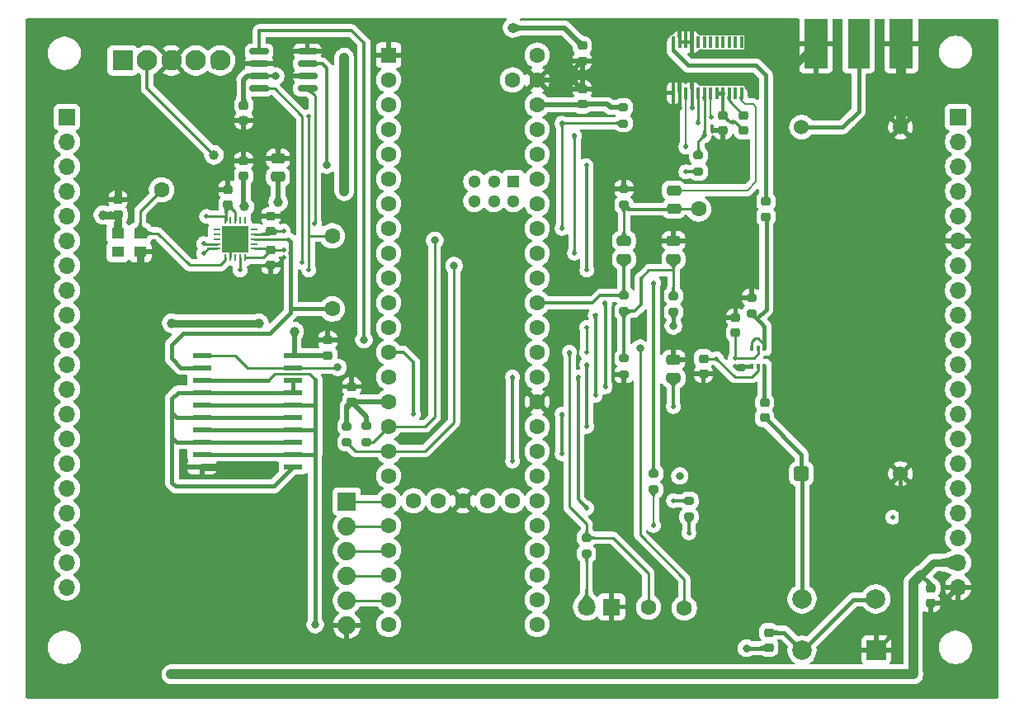
<source format=gtl>
G04 #@! TF.GenerationSoftware,KiCad,Pcbnew,9.0.5*
G04 #@! TF.CreationDate,2026-01-31T11:44:17-08:00*
G04 #@! TF.ProjectId,PocketFT8Xcvr,506f636b-6574-4465-9438-586376722e6b,rev?*
G04 #@! TF.SameCoordinates,Original*
G04 #@! TF.FileFunction,Copper,L1,Top*
G04 #@! TF.FilePolarity,Positive*
%FSLAX46Y46*%
G04 Gerber Fmt 4.6, Leading zero omitted, Abs format (unit mm)*
G04 Created by KiCad (PCBNEW 9.0.5) date 2026-01-31 11:44:17*
%MOMM*%
%LPD*%
G01*
G04 APERTURE LIST*
G04 Aperture macros list*
%AMRoundRect*
0 Rectangle with rounded corners*
0 $1 Rounding radius*
0 $2 $3 $4 $5 $6 $7 $8 $9 X,Y pos of 4 corners*
0 Add a 4 corners polygon primitive as box body*
4,1,4,$2,$3,$4,$5,$6,$7,$8,$9,$2,$3,0*
0 Add four circle primitives for the rounded corners*
1,1,$1+$1,$2,$3*
1,1,$1+$1,$4,$5*
1,1,$1+$1,$6,$7*
1,1,$1+$1,$8,$9*
0 Add four rect primitives between the rounded corners*
20,1,$1+$1,$2,$3,$4,$5,0*
20,1,$1+$1,$4,$5,$6,$7,0*
20,1,$1+$1,$6,$7,$8,$9,0*
20,1,$1+$1,$8,$9,$2,$3,0*%
G04 Aperture macros list end*
G04 #@! TA.AperFunction,ComponentPad*
%ADD10R,1.600000X1.600000*%
G04 #@! TD*
G04 #@! TA.AperFunction,ComponentPad*
%ADD11C,1.600000*%
G04 #@! TD*
G04 #@! TA.AperFunction,ComponentPad*
%ADD12R,1.300000X1.300000*%
G04 #@! TD*
G04 #@! TA.AperFunction,ComponentPad*
%ADD13C,1.300000*%
G04 #@! TD*
G04 #@! TA.AperFunction,SMDPad,CuDef*
%ADD14RoundRect,0.200000X-0.275000X0.200000X-0.275000X-0.200000X0.275000X-0.200000X0.275000X0.200000X0*%
G04 #@! TD*
G04 #@! TA.AperFunction,SMDPad,CuDef*
%ADD15R,1.300000X1.100000*%
G04 #@! TD*
G04 #@! TA.AperFunction,SMDPad,CuDef*
%ADD16RoundRect,0.250000X-0.475000X0.250000X-0.475000X-0.250000X0.475000X-0.250000X0.475000X0.250000X0*%
G04 #@! TD*
G04 #@! TA.AperFunction,SMDPad,CuDef*
%ADD17R,2.286000X5.080000*%
G04 #@! TD*
G04 #@! TA.AperFunction,SMDPad,CuDef*
%ADD18R,2.413000X5.080000*%
G04 #@! TD*
G04 #@! TA.AperFunction,SMDPad,CuDef*
%ADD19RoundRect,0.225000X0.250000X-0.225000X0.250000X0.225000X-0.250000X0.225000X-0.250000X-0.225000X0*%
G04 #@! TD*
G04 #@! TA.AperFunction,SMDPad,CuDef*
%ADD20RoundRect,0.200000X0.275000X-0.200000X0.275000X0.200000X-0.275000X0.200000X-0.275000X-0.200000X0*%
G04 #@! TD*
G04 #@! TA.AperFunction,ComponentPad*
%ADD21R,1.700000X1.700000*%
G04 #@! TD*
G04 #@! TA.AperFunction,ComponentPad*
%ADD22O,1.700000X1.700000*%
G04 #@! TD*
G04 #@! TA.AperFunction,SMDPad,CuDef*
%ADD23RoundRect,0.225000X-0.250000X0.225000X-0.250000X-0.225000X0.250000X-0.225000X0.250000X0.225000X0*%
G04 #@! TD*
G04 #@! TA.AperFunction,SMDPad,CuDef*
%ADD24R,0.420000X0.600000*%
G04 #@! TD*
G04 #@! TA.AperFunction,SMDPad,CuDef*
%ADD25RoundRect,0.150000X-0.825000X-0.150000X0.825000X-0.150000X0.825000X0.150000X-0.825000X0.150000X0*%
G04 #@! TD*
G04 #@! TA.AperFunction,ComponentPad*
%ADD26R,1.879600X1.879600*%
G04 #@! TD*
G04 #@! TA.AperFunction,ComponentPad*
%ADD27C,1.879600*%
G04 #@! TD*
G04 #@! TA.AperFunction,ComponentPad*
%ADD28RoundRect,0.250000X0.512000X-0.512000X0.512000X0.512000X-0.512000X0.512000X-0.512000X-0.512000X0*%
G04 #@! TD*
G04 #@! TA.AperFunction,ComponentPad*
%ADD29C,1.524000*%
G04 #@! TD*
G04 #@! TA.AperFunction,ComponentPad*
%ADD30R,1.800000X1.800000*%
G04 #@! TD*
G04 #@! TA.AperFunction,ComponentPad*
%ADD31C,1.800000*%
G04 #@! TD*
G04 #@! TA.AperFunction,SMDPad,CuDef*
%ADD32R,0.762000X0.254000*%
G04 #@! TD*
G04 #@! TA.AperFunction,SMDPad,CuDef*
%ADD33R,0.254000X0.762000*%
G04 #@! TD*
G04 #@! TA.AperFunction,SMDPad,CuDef*
%ADD34R,2.743200X2.743200*%
G04 #@! TD*
G04 #@! TA.AperFunction,ComponentPad*
%ADD35R,2.000000X2.000000*%
G04 #@! TD*
G04 #@! TA.AperFunction,ComponentPad*
%ADD36C,2.000000*%
G04 #@! TD*
G04 #@! TA.AperFunction,SMDPad,CuDef*
%ADD37R,0.400000X1.200000*%
G04 #@! TD*
G04 #@! TA.AperFunction,ComponentPad*
%ADD38R,2.100000X2.100000*%
G04 #@! TD*
G04 #@! TA.AperFunction,ComponentPad*
%ADD39C,2.100000*%
G04 #@! TD*
G04 #@! TA.AperFunction,SMDPad,CuDef*
%ADD40R,1.981200X0.558800*%
G04 #@! TD*
G04 #@! TA.AperFunction,ViaPad*
%ADD41C,1.000000*%
G04 #@! TD*
G04 #@! TA.AperFunction,ViaPad*
%ADD42C,0.500000*%
G04 #@! TD*
G04 #@! TA.AperFunction,ViaPad*
%ADD43C,0.800000*%
G04 #@! TD*
G04 #@! TA.AperFunction,Conductor*
%ADD44C,0.500000*%
G04 #@! TD*
G04 #@! TA.AperFunction,Conductor*
%ADD45C,0.250000*%
G04 #@! TD*
G04 #@! TA.AperFunction,Conductor*
%ADD46C,0.300000*%
G04 #@! TD*
G04 #@! TA.AperFunction,Conductor*
%ADD47C,0.800000*%
G04 #@! TD*
G04 #@! TA.AperFunction,Conductor*
%ADD48C,0.400000*%
G04 #@! TD*
G04 #@! TA.AperFunction,Conductor*
%ADD49C,0.438000*%
G04 #@! TD*
G04 #@! TA.AperFunction,Conductor*
%ADD50C,1.000000*%
G04 #@! TD*
G04 #@! TA.AperFunction,Conductor*
%ADD51C,0.200000*%
G04 #@! TD*
G04 APERTURE END LIST*
D10*
X139700000Y-54610000D03*
D11*
X139700000Y-57150000D03*
X139700000Y-59690000D03*
X139700000Y-62230000D03*
X139700000Y-64770000D03*
X139700000Y-67310000D03*
X139700000Y-69850000D03*
X139700000Y-72390000D03*
X139700000Y-74930000D03*
X139700000Y-77470000D03*
X139700000Y-80010000D03*
X139700000Y-82550000D03*
X139700000Y-85090000D03*
X139700000Y-87630000D03*
X139700000Y-90170000D03*
X139700000Y-92710000D03*
X139700000Y-95250000D03*
X139700000Y-97790000D03*
X139700000Y-100330000D03*
X139700000Y-102870000D03*
X139700000Y-105410000D03*
X139700000Y-107950000D03*
X139700000Y-110490000D03*
X139700000Y-113030000D03*
X154940000Y-113030000D03*
X154940000Y-110490000D03*
X154940000Y-107950000D03*
X154940000Y-105410000D03*
X154940000Y-102870000D03*
X154940000Y-100330000D03*
X154940000Y-97790000D03*
X154940000Y-95250000D03*
X154940000Y-92710000D03*
X154940000Y-90170000D03*
X154940000Y-87630000D03*
X154940000Y-85090000D03*
X154940000Y-82550000D03*
X154940000Y-80010000D03*
X154940000Y-77470000D03*
X154940000Y-74930000D03*
X154940000Y-72390000D03*
X154940000Y-69850000D03*
X154940000Y-67310000D03*
X154940000Y-64770000D03*
X154940000Y-62230000D03*
X154940000Y-59690000D03*
X154940000Y-57150000D03*
X154940000Y-54610000D03*
X152400000Y-57150000D03*
X142240000Y-100330000D03*
X144780000Y-100330000D03*
X147320000Y-100330000D03*
X149860000Y-100330000D03*
X152400000Y-100330000D03*
D12*
X152501600Y-67580000D03*
D13*
X150501600Y-67580000D03*
X148501600Y-67580000D03*
X148501600Y-69580000D03*
X150501600Y-69580000D03*
X152501600Y-69580000D03*
D11*
X116390000Y-68430000D03*
D14*
X171480000Y-64910000D03*
X171480000Y-66560000D03*
D15*
X111900000Y-74800000D03*
X114200000Y-74800000D03*
X114200000Y-72900000D03*
X111900000Y-72900000D03*
D16*
X168910000Y-73660000D03*
X168910000Y-75560000D03*
D17*
X187918500Y-53460000D03*
D18*
X183537000Y-53460000D03*
X192300000Y-53460000D03*
D14*
X166878000Y-97536000D03*
X166878000Y-99186000D03*
D16*
X168910000Y-85852000D03*
X168910000Y-87752000D03*
D19*
X173980000Y-62330000D03*
X173980000Y-60780000D03*
D20*
X137390000Y-94330000D03*
X137390000Y-92680000D03*
D16*
X163830000Y-73660000D03*
X163830000Y-75560000D03*
D21*
X198120000Y-60960000D03*
D22*
X198120000Y-63500000D03*
X198120000Y-66040000D03*
X198120000Y-68580000D03*
X198120000Y-71120000D03*
X198120000Y-73660000D03*
X198120000Y-76200000D03*
X198120000Y-78740000D03*
X198120000Y-81280000D03*
X198120000Y-83820000D03*
X198120000Y-86360000D03*
X198120000Y-88900000D03*
X198120000Y-91440000D03*
X198120000Y-93980000D03*
X198120000Y-96520000D03*
X198120000Y-99060000D03*
X198120000Y-101600000D03*
X198120000Y-104140000D03*
X198120000Y-106680000D03*
X198120000Y-109220000D03*
D23*
X124820000Y-59760000D03*
X124820000Y-61310000D03*
D24*
X176950000Y-86570000D03*
X177600000Y-86570000D03*
X178250000Y-86570000D03*
X178250000Y-84670000D03*
X177600000Y-84670000D03*
X176950000Y-84670000D03*
D25*
X126400000Y-54230000D03*
X126400000Y-55500000D03*
X126400000Y-56770000D03*
X126400000Y-58040000D03*
X131350000Y-58040000D03*
X131350000Y-56770000D03*
X131350000Y-55500000D03*
X131350000Y-54230000D03*
D19*
X127600000Y-72700000D03*
X127600000Y-71150000D03*
D16*
X128340000Y-65210000D03*
X128340000Y-67110000D03*
D19*
X195320000Y-110845000D03*
X195320000Y-109295000D03*
D23*
X178270000Y-90270000D03*
X178270000Y-91820000D03*
D14*
X176920000Y-79490000D03*
X176920000Y-81140000D03*
D19*
X171990000Y-87290000D03*
X171990000Y-85740000D03*
D20*
X163760000Y-61610000D03*
X163760000Y-59960000D03*
D26*
X135400000Y-100400000D03*
D27*
X135400000Y-102940000D03*
X135400000Y-105480000D03*
X135400000Y-108020000D03*
X135400000Y-110560000D03*
X135400000Y-113100000D03*
D11*
X133900000Y-80650000D03*
D23*
X133440000Y-83860000D03*
X133440000Y-85410000D03*
X123200000Y-68400000D03*
X123200000Y-69950000D03*
D11*
X171490000Y-70400000D03*
D28*
X182050000Y-97560000D03*
D29*
X192210000Y-97560000D03*
X182050000Y-62000000D03*
X192210000Y-62000000D03*
D30*
X162550000Y-111225000D03*
D31*
X160010000Y-111225000D03*
D14*
X160000000Y-104125000D03*
X160000000Y-105775000D03*
D32*
X122037128Y-72487128D03*
X122037128Y-72984714D03*
X122037128Y-73482300D03*
X122037128Y-73979886D03*
X122037128Y-74477472D03*
D33*
X122959656Y-75400000D03*
X123457242Y-75400000D03*
X123954828Y-75400000D03*
X124452414Y-75400000D03*
X124950000Y-75400000D03*
D32*
X125872528Y-74477472D03*
X125872528Y-73979886D03*
X125872528Y-73482300D03*
X125872528Y-72984714D03*
X125872528Y-72487128D03*
D33*
X124950000Y-71564600D03*
X124452414Y-71564600D03*
X123954828Y-71564600D03*
X123457242Y-71564600D03*
X122959656Y-71564600D03*
D34*
X123954828Y-73482300D03*
D20*
X170510000Y-101980000D03*
X170510000Y-100330000D03*
D35*
X189710000Y-115650000D03*
D36*
X182110000Y-115670000D03*
X189670000Y-110410000D03*
X182110000Y-110410000D03*
D20*
X163830000Y-80898000D03*
X163830000Y-79248000D03*
D19*
X135890000Y-90170000D03*
X135890000Y-88620000D03*
X176100000Y-62330000D03*
X176100000Y-60780000D03*
D16*
X168950000Y-68475000D03*
X168950000Y-70375000D03*
D19*
X159550000Y-59660000D03*
X159550000Y-58110000D03*
D23*
X175290000Y-81560000D03*
X175290000Y-83110000D03*
D11*
X133900000Y-73150000D03*
D19*
X159550000Y-55190000D03*
X159550000Y-53640000D03*
D11*
X166350000Y-111240000D03*
D20*
X135410000Y-94350000D03*
X135410000Y-92700000D03*
X163830000Y-87375000D03*
X163830000Y-85725000D03*
D37*
X175895000Y-53280000D03*
X175260000Y-53280000D03*
X174625000Y-53280000D03*
X173990000Y-53280000D03*
X173355000Y-53280000D03*
X172720000Y-53280000D03*
X172085000Y-53280000D03*
X171450000Y-53280000D03*
X170815000Y-53280000D03*
X170180000Y-53280000D03*
X169545000Y-53280000D03*
X168910000Y-53280000D03*
X168910000Y-58480000D03*
X169545000Y-58480000D03*
X170180000Y-58480000D03*
X170815000Y-58480000D03*
X171450000Y-58480000D03*
X172085000Y-58480000D03*
X172720000Y-58480000D03*
X173355000Y-58480000D03*
X173990000Y-58480000D03*
X174625000Y-58480000D03*
X175260000Y-58480000D03*
X175895000Y-58480000D03*
D38*
X112400000Y-55150000D03*
D39*
X114900000Y-55150000D03*
X117400000Y-55150000D03*
X119900000Y-55150000D03*
X122400000Y-55150000D03*
D14*
X168910000Y-79320000D03*
X168910000Y-80970000D03*
D19*
X127600000Y-76150000D03*
X127600000Y-74600000D03*
D23*
X111920000Y-69440000D03*
X111920000Y-70990000D03*
D14*
X163830000Y-68326000D03*
X163830000Y-69976000D03*
D23*
X124800000Y-65475000D03*
X124800000Y-67025000D03*
D21*
X106680000Y-60960000D03*
D22*
X106680000Y-63500000D03*
X106680000Y-66040000D03*
X106680000Y-68580000D03*
X106680000Y-71120000D03*
X106680000Y-73660000D03*
X106680000Y-76200000D03*
X106680000Y-78740000D03*
X106680000Y-81280000D03*
X106680000Y-83820000D03*
X106680000Y-86360000D03*
X106680000Y-88900000D03*
X106680000Y-91440000D03*
X106680000Y-93980000D03*
X106680000Y-96520000D03*
X106680000Y-99060000D03*
X106680000Y-101600000D03*
X106680000Y-104140000D03*
X106680000Y-106680000D03*
X106680000Y-109220000D03*
D40*
X120527400Y-85430000D03*
X120527400Y-86700000D03*
X120527400Y-87970000D03*
X120527400Y-89240000D03*
X120527400Y-90510000D03*
X120527400Y-91780000D03*
X120527400Y-93050000D03*
X120527400Y-94320000D03*
X120527400Y-95590000D03*
X120527400Y-96860000D03*
X129900000Y-96860000D03*
X129900000Y-95590000D03*
X129900000Y-94320000D03*
X129900000Y-93050000D03*
X129900000Y-91780000D03*
X129900000Y-90510000D03*
X129900000Y-89240000D03*
X129900000Y-87970000D03*
X129900000Y-86700000D03*
X129900000Y-85430000D03*
D11*
X170030000Y-111340000D03*
D19*
X178700000Y-115400000D03*
X178700000Y-113850000D03*
X178400000Y-71180000D03*
X178400000Y-69630000D03*
D41*
X177450000Y-106690000D03*
X111890000Y-67930000D03*
D42*
X163830000Y-90551000D03*
D41*
X163900000Y-115550000D03*
D42*
X168910000Y-83820000D03*
D41*
X124800000Y-63875000D03*
X175030000Y-66820000D03*
X135890000Y-86080000D03*
D42*
X124700000Y-74200000D03*
X123200000Y-74250000D03*
D43*
X129600000Y-56740000D03*
D42*
X170190000Y-52060000D03*
D43*
X114200000Y-76570000D03*
D42*
X163820000Y-67160000D03*
D41*
X148350000Y-86350000D03*
X177400000Y-99960000D03*
D42*
X128900000Y-71150000D03*
D43*
X126400000Y-80650000D03*
D42*
X128900000Y-75400000D03*
D41*
X171910000Y-95400000D03*
D43*
X173660000Y-81570000D03*
D42*
X175390000Y-79450000D03*
D41*
X179930000Y-74720000D03*
D43*
X129600000Y-54250000D03*
D41*
X187180000Y-74800000D03*
X189370000Y-106690000D03*
D42*
X168910000Y-60071000D03*
X170815000Y-52070000D03*
D41*
X187180000Y-67280000D03*
X147060000Y-63230000D03*
X114520000Y-92710000D03*
X157770000Y-76770000D03*
X126450000Y-106020000D03*
X200810000Y-86430000D03*
X179880000Y-64960000D03*
X166740000Y-65290000D03*
X114470000Y-82060000D03*
D42*
X169530000Y-52060000D03*
D41*
X114380000Y-105920000D03*
X147330000Y-95830000D03*
D42*
X173980000Y-63660000D03*
X173340000Y-87300000D03*
D41*
X163790000Y-95170000D03*
X171480000Y-73690000D03*
X187030000Y-91920000D03*
D42*
X170815000Y-60071000D03*
D43*
X123200000Y-66700000D03*
X125225000Y-96875000D03*
X128100000Y-55470000D03*
X121920000Y-113030000D03*
D42*
X124700000Y-72750000D03*
D41*
X109840000Y-61050000D03*
X128360000Y-63850000D03*
X166740000Y-52670000D03*
D43*
X133600000Y-96450000D03*
D41*
X147330000Y-115440000D03*
D42*
X175270000Y-86560000D03*
X169545000Y-60071000D03*
D41*
X157790000Y-83420000D03*
D42*
X123200000Y-72750000D03*
D41*
X187110000Y-84470000D03*
X165490000Y-82900000D03*
X180390000Y-55710000D03*
X174560000Y-90970000D03*
X161920000Y-71830000D03*
X189370000Y-99960000D03*
D42*
X121000000Y-71150000D03*
X128900000Y-74600000D03*
X168910000Y-90670000D03*
X128900000Y-72650000D03*
D43*
X128100000Y-56740000D03*
D41*
X110420000Y-71020000D03*
D42*
X170180000Y-66590000D03*
X175020000Y-61510000D03*
D43*
X168910000Y-82400000D03*
D41*
X135128000Y-54864000D03*
X128340000Y-69700000D03*
X135128000Y-68580000D03*
X126375000Y-82125000D03*
X117375000Y-118150000D03*
X124900000Y-70150000D03*
X121760000Y-64850000D03*
X130000000Y-82975000D03*
X152400000Y-51816000D03*
X117420000Y-82120000D03*
D42*
X129650000Y-74950000D03*
X131490000Y-60920000D03*
X131490000Y-76650000D03*
X124450000Y-76650000D03*
X172790000Y-60960000D03*
X142240000Y-91440000D03*
X157480000Y-91440000D03*
X157480000Y-95504000D03*
D43*
X165480000Y-84690000D03*
D42*
X175270000Y-85660000D03*
X160000000Y-82550000D03*
D43*
X134475000Y-86650000D03*
D42*
X160000000Y-85125000D03*
X173330000Y-85750000D03*
X158242000Y-85090000D03*
X172085000Y-62865000D03*
X158750000Y-74930000D03*
X158750000Y-62865000D03*
X157480000Y-61595000D03*
X171450000Y-61595000D03*
X157480000Y-72390000D03*
X168910000Y-100330000D03*
X166878000Y-102870000D03*
X161925000Y-88646000D03*
X161900000Y-80025000D03*
X152400000Y-87630000D03*
X152400000Y-96266000D03*
X120700000Y-73950000D03*
D43*
X144420000Y-73630000D03*
D42*
X132110000Y-71895000D03*
X160020000Y-101092000D03*
X159131000Y-87630000D03*
X120700000Y-74950000D03*
X130810000Y-75902000D03*
D43*
X146400000Y-76200000D03*
D42*
X160909000Y-89535000D03*
X160909000Y-81280000D03*
X160020000Y-92710000D03*
X160020000Y-86360000D03*
D43*
X176400000Y-115475000D03*
X132150000Y-113050000D03*
D42*
X170180000Y-64040000D03*
X166875000Y-78000000D03*
X159975000Y-65925000D03*
D43*
X133350000Y-65875000D03*
D42*
X160025000Y-76675000D03*
D43*
X169560000Y-97790000D03*
D42*
X170490000Y-103630000D03*
D43*
X137160000Y-83800000D03*
D42*
X191400000Y-102030000D03*
D44*
X134910000Y-83860000D02*
X133440000Y-83860000D01*
D45*
X173330000Y-87290000D02*
X173340000Y-87300000D01*
D46*
X163830000Y-90551000D02*
X163830000Y-90678000D01*
D45*
X121912500Y-113022500D02*
X121920000Y-113030000D01*
D47*
X114200000Y-76570000D02*
X114200000Y-74800000D01*
D46*
X168910000Y-58480000D02*
X168910000Y-60071000D01*
X129650000Y-54200000D02*
X131880000Y-54200000D01*
D45*
X128340000Y-63870000D02*
X128360000Y-63850000D01*
X176950000Y-86570000D02*
X175280000Y-86570000D01*
D46*
X170815000Y-53280000D02*
X170815000Y-52070000D01*
D44*
X124800000Y-65475000D02*
X124800000Y-63875000D01*
X124800000Y-61330000D02*
X124800000Y-63875000D01*
D45*
X176880000Y-79450000D02*
X176920000Y-79490000D01*
X175290000Y-81560000D02*
X173670000Y-81560000D01*
D44*
X196495000Y-110845000D02*
X198120000Y-109220000D01*
D47*
X111920000Y-67960000D02*
X111890000Y-67930000D01*
D45*
X173670000Y-81560000D02*
X173660000Y-81570000D01*
D44*
X135890000Y-86080000D02*
X135890000Y-84840000D01*
X123200000Y-67950000D02*
X123200000Y-66700000D01*
X158070000Y-56670000D02*
X159510000Y-58110000D01*
D48*
X173980000Y-62330000D02*
X173980000Y-63660000D01*
D45*
X170180000Y-52070000D02*
X170190000Y-52060000D01*
X125210000Y-96860000D02*
X125225000Y-96875000D01*
X171450000Y-73660000D02*
X171480000Y-73690000D01*
D46*
X170815000Y-58480000D02*
X170815000Y-60071000D01*
D45*
X128150000Y-76150000D02*
X128900000Y-75400000D01*
D49*
X192210000Y-113150000D02*
X192210000Y-97814000D01*
D46*
X163820000Y-67160000D02*
X163820000Y-68316000D01*
D44*
X158070000Y-56670000D02*
X159550000Y-55190000D01*
D47*
X181287000Y-55710000D02*
X183537000Y-53460000D01*
D44*
X157590000Y-57150000D02*
X158070000Y-56670000D01*
D47*
X180390000Y-55710000D02*
X181287000Y-55710000D01*
D45*
X127600000Y-71150000D02*
X128900000Y-71150000D01*
D44*
X135890000Y-88620000D02*
X135890000Y-86080000D01*
X135890000Y-84840000D02*
X134910000Y-83860000D01*
X154940000Y-57150000D02*
X157590000Y-57150000D01*
D50*
X192260000Y-53660000D02*
X192260000Y-61950000D01*
D45*
X175390000Y-79450000D02*
X176880000Y-79450000D01*
X127600000Y-76150000D02*
X128150000Y-76150000D01*
D47*
X111920000Y-69440000D02*
X111920000Y-67960000D01*
D44*
X195320000Y-110845000D02*
X196495000Y-110845000D01*
D50*
X192060000Y-53460000D02*
X192260000Y-53660000D01*
D46*
X163830000Y-87375000D02*
X163830000Y-90551000D01*
D47*
X120527400Y-96860000D02*
X125210000Y-96860000D01*
D45*
X123457242Y-75400000D02*
X123457242Y-73979886D01*
D46*
X124800000Y-60950000D02*
X124810000Y-60940000D01*
D45*
X171990000Y-87290000D02*
X173330000Y-87290000D01*
D46*
X129600000Y-54250000D02*
X129650000Y-54200000D01*
D45*
X168910000Y-73660000D02*
X171450000Y-73660000D01*
D49*
X189710000Y-115650000D02*
X192210000Y-113150000D01*
D50*
X192260000Y-61950000D02*
X192210000Y-62000000D01*
D46*
X131880000Y-56740000D02*
X129600000Y-56740000D01*
X163820000Y-68316000D02*
X163830000Y-68326000D01*
D45*
X169545000Y-52075000D02*
X169530000Y-52060000D01*
X170180000Y-53280000D02*
X170180000Y-52070000D01*
X169545000Y-53280000D02*
X169545000Y-52075000D01*
D46*
X169545000Y-58480000D02*
X169545000Y-60071000D01*
D45*
X175280000Y-86570000D02*
X175270000Y-86560000D01*
D46*
X124800000Y-62855000D02*
X124810000Y-62845000D01*
D45*
X123457242Y-73979886D02*
X123954828Y-73482300D01*
D44*
X124820000Y-61310000D02*
X124800000Y-61330000D01*
X128340000Y-65210000D02*
X128340000Y-63870000D01*
D46*
X128100000Y-55470000D02*
X126930000Y-55470000D01*
X168910000Y-85852000D02*
X168910000Y-83820000D01*
D44*
X159510000Y-58110000D02*
X159550000Y-58110000D01*
X137390000Y-91670000D02*
X135890000Y-90170000D01*
X159520000Y-59690000D02*
X159550000Y-59660000D01*
D47*
X110420000Y-71020000D02*
X111890000Y-71020000D01*
D44*
X139700000Y-90170000D02*
X135890000Y-90170000D01*
D46*
X173990000Y-60770000D02*
X173990000Y-58480000D01*
D45*
X124810000Y-57140000D02*
X124820000Y-57150000D01*
X126800000Y-75400000D02*
X127600000Y-74600000D01*
X123000000Y-70000000D02*
X123000000Y-70900000D01*
D44*
X162140000Y-59660000D02*
X162440000Y-59960000D01*
X154940000Y-59690000D02*
X159520000Y-59690000D01*
D45*
X128900000Y-72650000D02*
X128850000Y-72700000D01*
D51*
X173980000Y-60780000D02*
X173990000Y-60770000D01*
X111890000Y-71020000D02*
X111920000Y-70990000D01*
D44*
X137390000Y-92680000D02*
X137390000Y-91670000D01*
D46*
X174710000Y-61510000D02*
X173980000Y-60780000D01*
X175020000Y-61510000D02*
X174710000Y-61510000D01*
D45*
X125872528Y-74477472D02*
X127477472Y-74477472D01*
D44*
X124820000Y-57150000D02*
X124820000Y-59760000D01*
D46*
X128100000Y-56740000D02*
X126430000Y-56740000D01*
X175020000Y-61510000D02*
X175280000Y-61510000D01*
X171480000Y-66560000D02*
X170210000Y-66560000D01*
D44*
X124810000Y-57140000D02*
X125200000Y-56750000D01*
D45*
X123000000Y-71150000D02*
X123000000Y-71524256D01*
X127477472Y-74477472D02*
X127600000Y-74600000D01*
X121000000Y-71150000D02*
X123000000Y-71150000D01*
X127600000Y-74600000D02*
X128900000Y-74600000D01*
X127315286Y-72984714D02*
X127600000Y-72700000D01*
D47*
X111900000Y-72900000D02*
X111900000Y-71010000D01*
D45*
X123000000Y-70900000D02*
X123000000Y-71150000D01*
D46*
X168910000Y-90670000D02*
X168910000Y-87752000D01*
D44*
X135410000Y-92700000D02*
X135410000Y-90650000D01*
D47*
X111900000Y-71010000D02*
X111920000Y-70990000D01*
D48*
X173990000Y-58480000D02*
X173355000Y-58480000D01*
D46*
X175280000Y-61510000D02*
X176100000Y-62330000D01*
D44*
X162440000Y-59960000D02*
X163760000Y-59960000D01*
D45*
X123954828Y-70704828D02*
X123200000Y-69950000D01*
D51*
X111910000Y-71000000D02*
X111920000Y-70990000D01*
D44*
X126400000Y-56770000D02*
X125220000Y-56770000D01*
X135410000Y-90650000D02*
X135890000Y-90170000D01*
X154940000Y-59690000D02*
X154950000Y-59680000D01*
D49*
X168910000Y-82400000D02*
X168910000Y-80970000D01*
D45*
X124950000Y-75400000D02*
X126800000Y-75400000D01*
D44*
X159550000Y-59660000D02*
X162140000Y-59660000D01*
D45*
X123000000Y-71524256D02*
X122959656Y-71564600D01*
X125872528Y-72984714D02*
X127315286Y-72984714D01*
X123954828Y-71564600D02*
X123954828Y-70704828D01*
X128850000Y-72700000D02*
X127600000Y-72700000D01*
X174625000Y-59305000D02*
X176100000Y-60780000D01*
X174625000Y-58480000D02*
X174625000Y-59305000D01*
D49*
X178400000Y-69630000D02*
X178400000Y-56680000D01*
X177390000Y-55670000D02*
X170450000Y-55670000D01*
X170450000Y-55670000D02*
X168910000Y-54130000D01*
D46*
X168910000Y-53280000D02*
X168910000Y-54130000D01*
D49*
X178330000Y-56610000D02*
X177390000Y-55670000D01*
X178400000Y-56680000D02*
X178330000Y-56610000D01*
D51*
X176515000Y-68475000D02*
X168950000Y-68475000D01*
X176236000Y-59650000D02*
X175895000Y-59309000D01*
X177400000Y-59940000D02*
X177110000Y-59650000D01*
X175895000Y-59309000D02*
X175895000Y-58480000D01*
X177110000Y-59650000D02*
X176236000Y-59650000D01*
X177400000Y-67590000D02*
X176515000Y-68475000D01*
X177400000Y-67590000D02*
X177400000Y-59940000D01*
D46*
X163830000Y-85725000D02*
X163830000Y-80898000D01*
D45*
X168910000Y-75560000D02*
X168910000Y-76680000D01*
D46*
X168910000Y-79320000D02*
X168910000Y-78470000D01*
X165608000Y-80170000D02*
X165608000Y-77450000D01*
X165608000Y-80170000D02*
X164880000Y-80898000D01*
D45*
X168910000Y-76680000D02*
X168910000Y-79320000D01*
X166378000Y-76680000D02*
X165608000Y-77450000D01*
D46*
X164880000Y-80898000D02*
X163830000Y-80898000D01*
D45*
X168910000Y-76680000D02*
X166378000Y-76680000D01*
D49*
X182050000Y-97560000D02*
X182050000Y-95600000D01*
X182050000Y-95600000D02*
X178270000Y-91820000D01*
D45*
X182130000Y-97640000D02*
X182050000Y-97560000D01*
D49*
X182130000Y-110470000D02*
X182130000Y-97640000D01*
D44*
X124900000Y-70150000D02*
X124800000Y-70050000D01*
D47*
X117415000Y-82125000D02*
X117420000Y-82120000D01*
X195595000Y-106680000D02*
X198120000Y-106680000D01*
X133420000Y-85430000D02*
X133440000Y-85410000D01*
D44*
X121760000Y-64850000D02*
X121775000Y-64835000D01*
D47*
X195595000Y-106680000D02*
X194337500Y-107937500D01*
X117425000Y-82125000D02*
X126375000Y-82125000D01*
D44*
X128340000Y-67110000D02*
X128340000Y-69700000D01*
D50*
X193510000Y-108765000D02*
X193510000Y-118120000D01*
D44*
X157734000Y-51816000D02*
X152400000Y-51816000D01*
D50*
X135128000Y-68580000D02*
X135128000Y-54864000D01*
D44*
X124800000Y-70050000D02*
X124800000Y-67025000D01*
D47*
X117420000Y-82120000D02*
X117425000Y-82125000D01*
D49*
X195320000Y-109295000D02*
X195320000Y-108920000D01*
D46*
X114900000Y-55150000D02*
X114900000Y-57990000D01*
D50*
X193510000Y-108765000D02*
X194337500Y-107937500D01*
D44*
X129900000Y-85430000D02*
X133420000Y-85430000D01*
D46*
X114900000Y-57990000D02*
X121760000Y-64850000D01*
D50*
X117375000Y-118150000D02*
X193540000Y-118150000D01*
D44*
X126375000Y-82125000D02*
X126350000Y-82125000D01*
X121760000Y-64850000D02*
X121800000Y-64810000D01*
X159512000Y-53594000D02*
X157734000Y-51816000D01*
X130000000Y-82975000D02*
X130000000Y-85330000D01*
D50*
X193510000Y-118120000D02*
X193540000Y-118150000D01*
D49*
X195320000Y-108920000D02*
X194337500Y-107937500D01*
X129650000Y-81025000D02*
X127500000Y-83175000D01*
X120527400Y-86700000D02*
X118395000Y-86700000D01*
X129650000Y-74950000D02*
X129650000Y-80640000D01*
X129650000Y-80640000D02*
X129650000Y-81025000D01*
X129400000Y-73482300D02*
X129650000Y-73732300D01*
X129650000Y-73732300D02*
X129650000Y-74950000D01*
X118395000Y-86700000D02*
X117425000Y-85730000D01*
X117425000Y-85730000D02*
X117425000Y-84325000D01*
X129650000Y-80640000D02*
X134430000Y-80640000D01*
D45*
X125872528Y-73482300D02*
X129400000Y-73482300D01*
D49*
X127500000Y-83175000D02*
X118575000Y-83175000D01*
X118575000Y-83175000D02*
X117425000Y-84325000D01*
D45*
X124452414Y-76647586D02*
X124452414Y-75400000D01*
X133900000Y-73150000D02*
X131490000Y-73150000D01*
X131490000Y-74190000D02*
X131490000Y-73150000D01*
X131490000Y-73150000D02*
X131490000Y-60920000D01*
D51*
X172720000Y-60890000D02*
X172790000Y-60960000D01*
D45*
X131490000Y-76650000D02*
X131490000Y-74190000D01*
X124450000Y-76650000D02*
X124452414Y-76647586D01*
D51*
X172720000Y-58480000D02*
X172720000Y-60890000D01*
D46*
X141224000Y-85090000D02*
X139700000Y-85090000D01*
X142240000Y-91440000D02*
X142240000Y-86106000D01*
X142240000Y-86106000D02*
X141224000Y-85090000D01*
X157480000Y-95504000D02*
X157480000Y-91440000D01*
D45*
X160000000Y-105775000D02*
X160000000Y-111215000D01*
X160000000Y-111215000D02*
X160010000Y-111225000D01*
X165480000Y-103820000D02*
X165480000Y-84690000D01*
X120527400Y-85430000D02*
X123930000Y-85430000D01*
X177600000Y-84670000D02*
X177600000Y-85220000D01*
X175290000Y-83110000D02*
X175290000Y-85640000D01*
X170030000Y-108370000D02*
X165480000Y-103820000D01*
X134425000Y-86700000D02*
X134475000Y-86650000D01*
X177600000Y-85220000D02*
X177160000Y-85660000D01*
X160000000Y-82550000D02*
X160000000Y-85125000D01*
X129900000Y-86700000D02*
X134425000Y-86700000D01*
X123930000Y-85430000D02*
X125200000Y-86700000D01*
X125200000Y-86700000D02*
X129900000Y-86700000D01*
X175290000Y-85640000D02*
X175270000Y-85660000D01*
X177160000Y-85660000D02*
X175270000Y-85660000D01*
X170030000Y-111340000D02*
X170030000Y-108370000D01*
X160000000Y-104125000D02*
X160020000Y-104140000D01*
X176944000Y-87640000D02*
X177600000Y-86984000D01*
X166350000Y-107760000D02*
X166350000Y-111240000D01*
X173330000Y-85750000D02*
X172000000Y-85750000D01*
X172000000Y-85750000D02*
X171990000Y-85740000D01*
X160000000Y-104125000D02*
X162715000Y-104125000D01*
X173330000Y-85750000D02*
X175220000Y-87640000D01*
X177600000Y-86984000D02*
X177600000Y-86570000D01*
X160020000Y-102743000D02*
X160000000Y-104125000D01*
X158242000Y-100965000D02*
X160020000Y-102743000D01*
X158242000Y-85090000D02*
X158242000Y-100965000D01*
X175220000Y-87640000D02*
X176944000Y-87640000D01*
X159925000Y-104050000D02*
X160000000Y-104125000D01*
X162715000Y-104125000D02*
X166350000Y-107760000D01*
X158750000Y-74930000D02*
X158750000Y-62865000D01*
X172085000Y-62865000D02*
X172085000Y-58480000D01*
X171480000Y-63470000D02*
X172085000Y-62865000D01*
X171480000Y-64910000D02*
X171480000Y-63470000D01*
X171450000Y-61595000D02*
X171450000Y-58480000D01*
X163745000Y-61595000D02*
X163760000Y-61610000D01*
X157480000Y-61595000D02*
X163745000Y-61595000D01*
X157480000Y-72390000D02*
X157480000Y-61595000D01*
X135400000Y-102940000D02*
X139630000Y-102940000D01*
X139630000Y-102940000D02*
X139700000Y-102870000D01*
D46*
X168910000Y-100330000D02*
X170510000Y-100330000D01*
D51*
X166878000Y-99186000D02*
X166878000Y-102870000D01*
D45*
X135400000Y-100400000D02*
X139630000Y-100400000D01*
X139630000Y-100400000D02*
X139700000Y-100330000D01*
X139630000Y-108020000D02*
X139700000Y-107950000D01*
X135400000Y-108020000D02*
X139630000Y-108020000D01*
D46*
X161925000Y-88646000D02*
X161925000Y-80050000D01*
X161925000Y-80050000D02*
X161900000Y-80025000D01*
D45*
X139630000Y-110560000D02*
X139700000Y-110490000D01*
X135400000Y-110560000D02*
X139630000Y-110560000D01*
X139630000Y-105480000D02*
X139700000Y-105410000D01*
X135400000Y-105480000D02*
X139630000Y-105480000D01*
D46*
X152400000Y-96266000D02*
X152400000Y-87630000D01*
D45*
X143450000Y-92710000D02*
X144410000Y-91750000D01*
X132120000Y-58810000D02*
X131350000Y-58040000D01*
X144380000Y-73670000D02*
X144420000Y-73630000D01*
X122037128Y-73979886D02*
X120729886Y-73979886D01*
X144410000Y-73640000D02*
X144420000Y-73630000D01*
X132110000Y-71895000D02*
X132120000Y-71885000D01*
X139700000Y-92710000D02*
X143450000Y-92710000D01*
X120729886Y-73979886D02*
X120700000Y-73950000D01*
X137390000Y-94330000D02*
X138080000Y-94330000D01*
X138080000Y-94330000D02*
X139700000Y-92710000D01*
X132120000Y-71885000D02*
X132120000Y-58810000D01*
X139660000Y-92670000D02*
X139700000Y-92710000D01*
X144410000Y-91750000D02*
X144410000Y-73640000D01*
D46*
X159131000Y-100203000D02*
X160020000Y-101092000D01*
X159131000Y-87630000D02*
X159131000Y-100203000D01*
D45*
X143410000Y-95230000D02*
X146370000Y-92270000D01*
X146400000Y-92270000D02*
X146400000Y-76200000D01*
X121172528Y-74477472D02*
X120700000Y-74950000D01*
X130810000Y-75902000D02*
X130810000Y-60850000D01*
X122037128Y-74477472D02*
X121172528Y-74477472D01*
X135410000Y-94350000D02*
X136310000Y-95250000D01*
X126400000Y-58040000D02*
X128000000Y-58040000D01*
X130810000Y-60850000D02*
X128000000Y-58040000D01*
X139640000Y-95190000D02*
X139700000Y-95250000D01*
X126960000Y-58040000D02*
X126930000Y-58010000D01*
X146370000Y-92270000D02*
X146400000Y-92270000D01*
X143390000Y-95250000D02*
X143410000Y-95230000D01*
X136310000Y-95250000D02*
X139700000Y-95250000D01*
X139700000Y-95250000D02*
X143390000Y-95250000D01*
D46*
X160909000Y-81407000D02*
X160909000Y-89535000D01*
X160782000Y-81280000D02*
X160909000Y-81407000D01*
X160020000Y-86360000D02*
X160020000Y-92710000D01*
D44*
X121775000Y-55775000D02*
X122400000Y-55150000D01*
D49*
X187390000Y-110470000D02*
X189690000Y-110470000D01*
X180250000Y-113850000D02*
X182130000Y-115730000D01*
X182130000Y-115730000D02*
X187390000Y-110470000D01*
X178700000Y-113850000D02*
X178730000Y-113880000D01*
X178700000Y-113850000D02*
X180250000Y-113850000D01*
X132175000Y-90550000D02*
X132175000Y-93025000D01*
D45*
X127980000Y-87320000D02*
X131550000Y-87320000D01*
D49*
X129900000Y-95590000D02*
X132110000Y-95590000D01*
D45*
X127330000Y-87970000D02*
X127980000Y-87320000D01*
D49*
X120527400Y-90510000D02*
X129900000Y-90510000D01*
X120527400Y-87970000D02*
X127330000Y-87970000D01*
X129900000Y-90510000D02*
X132135000Y-90510000D01*
X178625000Y-115475000D02*
X178700000Y-115400000D01*
D45*
X132160000Y-90485000D02*
X132135000Y-90510000D01*
D49*
X132135000Y-90510000D02*
X132175000Y-90550000D01*
X129900000Y-93050000D02*
X132150000Y-93050000D01*
D45*
X132120000Y-87890000D02*
X132160000Y-87890000D01*
D49*
X120527400Y-93050000D02*
X129900000Y-93050000D01*
X132110000Y-95590000D02*
X132175000Y-95525000D01*
D45*
X131550000Y-87320000D02*
X132120000Y-87890000D01*
D49*
X132150000Y-93050000D02*
X132175000Y-93025000D01*
X120527400Y-95590000D02*
X129900000Y-95590000D01*
X132175000Y-95525000D02*
X132150000Y-95550000D01*
X132175000Y-93025000D02*
X132175000Y-95525000D01*
X132150000Y-95550000D02*
X132150000Y-113050000D01*
X132150000Y-113050000D02*
X132150000Y-113025000D01*
X132160000Y-87890000D02*
X132160000Y-90485000D01*
X176400000Y-115475000D02*
X178625000Y-115475000D01*
X182050000Y-62000000D02*
X186290000Y-62000000D01*
X187918500Y-60371500D02*
X187918500Y-53460000D01*
X186290000Y-62000000D02*
X187918500Y-60371500D01*
D46*
X164275000Y-70421000D02*
X163830000Y-69976000D01*
D45*
X171465000Y-70375000D02*
X171490000Y-70400000D01*
D46*
X168910000Y-70421000D02*
X164275000Y-70421000D01*
D45*
X163830000Y-73660000D02*
X163830000Y-69976000D01*
X168950000Y-70375000D02*
X171465000Y-70375000D01*
D49*
X178440000Y-80680000D02*
X177450000Y-81670000D01*
D45*
X178250000Y-82470000D02*
X178250000Y-82510000D01*
D49*
X177925000Y-82145000D02*
X178250000Y-82470000D01*
D45*
X177644000Y-83700000D02*
X178250000Y-84306000D01*
D49*
X177450000Y-81670000D02*
X177925000Y-82145000D01*
D45*
X176950000Y-84030000D02*
X177280000Y-83700000D01*
D49*
X178250000Y-84670000D02*
X178250000Y-82510000D01*
D45*
X176950000Y-84670000D02*
X176950000Y-84030000D01*
X178250000Y-84306000D02*
X178250000Y-84670000D01*
D49*
X178400000Y-71180000D02*
X178440000Y-71220000D01*
D45*
X177280000Y-83700000D02*
X177644000Y-83700000D01*
D49*
X178440000Y-71220000D02*
X178440000Y-80680000D01*
D45*
X176920000Y-81020000D02*
X177090000Y-81020000D01*
D49*
X176920000Y-81140000D02*
X177450000Y-81670000D01*
D45*
X178250000Y-90250000D02*
X178270000Y-90270000D01*
D49*
X178250000Y-86570000D02*
X178250000Y-90250000D01*
D46*
X163830000Y-75560000D02*
X163830000Y-77343000D01*
X160640000Y-80010000D02*
X161402000Y-79248000D01*
X161402000Y-79248000D02*
X163830000Y-79248000D01*
X154940000Y-80010000D02*
X160640000Y-80010000D01*
X163830000Y-77343000D02*
X163830000Y-79248000D01*
D51*
X170180000Y-64040000D02*
X170180000Y-58480000D01*
D49*
X118060000Y-89240000D02*
X117425000Y-89875000D01*
X127910000Y-98850000D02*
X117850000Y-98850000D01*
X117425000Y-93650000D02*
X117425000Y-91790000D01*
X117850000Y-98850000D02*
X117450000Y-98450000D01*
X117450000Y-98450000D02*
X117450000Y-93675000D01*
X120527400Y-91780000D02*
X129900000Y-91780000D01*
X120527400Y-89240000D02*
X118060000Y-89240000D01*
X117945000Y-94320000D02*
X117450000Y-93825000D01*
D51*
X117450000Y-93675000D02*
X117425000Y-93650000D01*
D49*
X120527400Y-94320000D02*
X117945000Y-94320000D01*
X129900000Y-96860000D02*
X127910000Y-98850000D01*
X120527400Y-89240000D02*
X129900000Y-89240000D01*
X117895000Y-91780000D02*
X117425000Y-91310000D01*
X117425000Y-89875000D02*
X117425000Y-91790000D01*
X120527400Y-94320000D02*
X129900000Y-94320000D01*
X120527400Y-91780000D02*
X117895000Y-91780000D01*
D51*
X117450000Y-93825000D02*
X117450000Y-93675000D01*
D49*
X117425000Y-91790000D02*
X117425000Y-91310000D01*
X129900000Y-87970000D02*
X129900000Y-89240000D01*
D46*
X132875000Y-55500000D02*
X131350000Y-55500000D01*
X166875000Y-78000000D02*
X166878000Y-78003000D01*
X160025000Y-65975000D02*
X159975000Y-65925000D01*
X166878000Y-78003000D02*
X166878000Y-97536000D01*
X133350000Y-65875000D02*
X133350000Y-55975000D01*
X160025000Y-76675000D02*
X160025000Y-65975000D01*
X133350000Y-55975000D02*
X132875000Y-55500000D01*
X126400000Y-52090000D02*
X126400000Y-54230000D01*
D49*
X170510000Y-103610000D02*
X170490000Y-103630000D01*
D46*
X137160000Y-77470000D02*
X137160000Y-83800000D01*
X137160000Y-77470000D02*
X137160000Y-53340000D01*
X137160000Y-53340000D02*
X135910000Y-52090000D01*
X135910000Y-52090000D02*
X126400000Y-52090000D01*
X170510000Y-101980000D02*
X170510000Y-103610000D01*
D45*
X114200000Y-72900000D02*
X114200000Y-70620000D01*
X122959656Y-75400000D02*
X122959656Y-75650344D01*
X114200000Y-70620000D02*
X116390000Y-68430000D01*
X122959656Y-75650344D02*
X122450000Y-76160000D01*
X122450000Y-76160000D02*
X119280000Y-76160000D01*
X119280000Y-76160000D02*
X116020000Y-72900000D01*
X116020000Y-72900000D02*
X114200000Y-72900000D01*
G04 #@! TA.AperFunction,Conductor*
G36*
X176183039Y-86305185D02*
G01*
X176201208Y-86326153D01*
X176203681Y-86323681D01*
X176240000Y-86360000D01*
X176765500Y-86360000D01*
X176774185Y-86362550D01*
X176783147Y-86361262D01*
X176807187Y-86372240D01*
X176832539Y-86379685D01*
X176838466Y-86386525D01*
X176846703Y-86390287D01*
X176860992Y-86412521D01*
X176878294Y-86432489D01*
X176880581Y-86443003D01*
X176884477Y-86449065D01*
X176889500Y-86484000D01*
X176889500Y-86656000D01*
X176869815Y-86723039D01*
X176817011Y-86768794D01*
X176765500Y-86780000D01*
X176240000Y-86780000D01*
X176240000Y-86890500D01*
X176220315Y-86957539D01*
X176167511Y-87003294D01*
X176116000Y-87014500D01*
X175530453Y-87014500D01*
X175463414Y-86994815D01*
X175442772Y-86978181D01*
X175274500Y-86809909D01*
X175084432Y-86619841D01*
X175050948Y-86558520D01*
X175055932Y-86488829D01*
X175097803Y-86432895D01*
X175163268Y-86408478D01*
X175189992Y-86410150D01*
X175190017Y-86409903D01*
X175196080Y-86410500D01*
X175196082Y-86410500D01*
X175343920Y-86410500D01*
X175460343Y-86387341D01*
X175488913Y-86381658D01*
X175625495Y-86325084D01*
X175653462Y-86306396D01*
X175720137Y-86285520D01*
X175722351Y-86285500D01*
X176116000Y-86285500D01*
X176183039Y-86305185D01*
G37*
G04 #@! TD.AperFunction*
G04 #@! TA.AperFunction,Conductor*
G36*
X166146834Y-80653627D02*
G01*
X166202767Y-80695499D01*
X166227184Y-80760963D01*
X166227500Y-80769809D01*
X166227500Y-83874453D01*
X166207815Y-83941492D01*
X166155011Y-83987247D01*
X166085853Y-83997191D01*
X166034609Y-83977555D01*
X165906553Y-83891990D01*
X165906540Y-83891983D01*
X165742667Y-83824106D01*
X165742658Y-83824103D01*
X165568694Y-83789500D01*
X165568691Y-83789500D01*
X165391309Y-83789500D01*
X165391306Y-83789500D01*
X165217341Y-83824103D01*
X165217332Y-83824106D01*
X165053459Y-83891983D01*
X165053446Y-83891990D01*
X164905965Y-83990535D01*
X164905961Y-83990538D01*
X164780538Y-84115961D01*
X164707602Y-84225117D01*
X164653989Y-84269921D01*
X164584664Y-84278628D01*
X164521637Y-84248473D01*
X164484918Y-84189030D01*
X164480500Y-84156225D01*
X164480500Y-81759488D01*
X164500185Y-81692449D01*
X164519536Y-81669171D01*
X164529102Y-81660171D01*
X164540185Y-81653472D01*
X164603049Y-81590606D01*
X164604411Y-81589326D01*
X164633945Y-81574350D01*
X164663015Y-81558477D01*
X164666093Y-81558050D01*
X164666727Y-81557729D01*
X164667696Y-81557828D01*
X164681776Y-81555876D01*
X164724984Y-81553225D01*
X164757713Y-81549955D01*
X164766141Y-81549114D01*
X164778466Y-81548500D01*
X164944071Y-81548500D01*
X165028615Y-81531682D01*
X165069744Y-81523501D01*
X165188127Y-81474465D01*
X165294669Y-81403277D01*
X165607691Y-81090255D01*
X166015819Y-80682128D01*
X166077142Y-80648643D01*
X166146834Y-80653627D01*
G37*
G04 #@! TD.AperFunction*
G04 #@! TA.AperFunction,Conductor*
G36*
X118992180Y-95059185D02*
G01*
X119037935Y-95111989D01*
X119047879Y-95181147D01*
X119044215Y-95195499D01*
X119044493Y-95195565D01*
X119042710Y-95203108D01*
X119042709Y-95203116D01*
X119042709Y-95203117D01*
X119036300Y-95262727D01*
X119036300Y-95262734D01*
X119036300Y-95262735D01*
X119036300Y-95917270D01*
X119036301Y-95917276D01*
X119042708Y-95976883D01*
X119093002Y-96111728D01*
X119093004Y-96111731D01*
X119122479Y-96151104D01*
X119146897Y-96216568D01*
X119132046Y-96284841D01*
X119122480Y-96299726D01*
X119093449Y-96338506D01*
X119093445Y-96338513D01*
X119043203Y-96473220D01*
X119043201Y-96473227D01*
X119036800Y-96532755D01*
X119036800Y-96610000D01*
X122018000Y-96610000D01*
X122018000Y-96532772D01*
X122017999Y-96532755D01*
X122011598Y-96473227D01*
X122009813Y-96465670D01*
X122012108Y-96465127D01*
X122007958Y-96407150D01*
X122041439Y-96345824D01*
X122102760Y-96312335D01*
X122129126Y-96309500D01*
X128297741Y-96309500D01*
X128364780Y-96329185D01*
X128410535Y-96381989D01*
X128420479Y-96451147D01*
X128416815Y-96465499D01*
X128417093Y-96465565D01*
X128415310Y-96473108D01*
X128415309Y-96473116D01*
X128415309Y-96473117D01*
X128408900Y-96532727D01*
X128408900Y-96532734D01*
X128408900Y-96532735D01*
X128408900Y-97187270D01*
X128408901Y-97187276D01*
X128416138Y-97254596D01*
X128414197Y-97254804D01*
X128411013Y-97314283D01*
X128381755Y-97360717D01*
X127648293Y-98094181D01*
X127586970Y-98127666D01*
X127560612Y-98130500D01*
X118293500Y-98130500D01*
X118226461Y-98110815D01*
X118180706Y-98058011D01*
X118169500Y-98006500D01*
X118169500Y-97187244D01*
X119036800Y-97187244D01*
X119043201Y-97246772D01*
X119043203Y-97246779D01*
X119093445Y-97381486D01*
X119093449Y-97381493D01*
X119179609Y-97496587D01*
X119179612Y-97496590D01*
X119294706Y-97582750D01*
X119294713Y-97582754D01*
X119429420Y-97632996D01*
X119429427Y-97632998D01*
X119488955Y-97639399D01*
X119488972Y-97639400D01*
X120277400Y-97639400D01*
X120777400Y-97639400D01*
X121565828Y-97639400D01*
X121565844Y-97639399D01*
X121625372Y-97632998D01*
X121625379Y-97632996D01*
X121760086Y-97582754D01*
X121760093Y-97582750D01*
X121875187Y-97496590D01*
X121875190Y-97496587D01*
X121961350Y-97381493D01*
X121961354Y-97381486D01*
X122011596Y-97246779D01*
X122011598Y-97246772D01*
X122017999Y-97187244D01*
X122018000Y-97187227D01*
X122018000Y-97110000D01*
X120777400Y-97110000D01*
X120777400Y-97639400D01*
X120277400Y-97639400D01*
X120277400Y-97110000D01*
X119036800Y-97110000D01*
X119036800Y-97187244D01*
X118169500Y-97187244D01*
X118169500Y-95163500D01*
X118189185Y-95096461D01*
X118241989Y-95050706D01*
X118293500Y-95039500D01*
X118925141Y-95039500D01*
X118992180Y-95059185D01*
G37*
G04 #@! TD.AperFunction*
G04 #@! TA.AperFunction,Conductor*
G36*
X151777216Y-50820185D02*
G01*
X151822971Y-50872989D01*
X151832915Y-50942147D01*
X151803890Y-51005703D01*
X151779067Y-51027603D01*
X151762215Y-51038862D01*
X151622863Y-51178214D01*
X151622860Y-51178218D01*
X151513371Y-51342079D01*
X151513364Y-51342092D01*
X151437950Y-51524160D01*
X151437947Y-51524170D01*
X151399500Y-51717456D01*
X151399500Y-51717459D01*
X151399500Y-51914541D01*
X151399500Y-51914543D01*
X151399499Y-51914543D01*
X151437947Y-52107829D01*
X151437950Y-52107839D01*
X151513364Y-52289907D01*
X151513371Y-52289920D01*
X151622860Y-52453781D01*
X151622863Y-52453785D01*
X151762214Y-52593136D01*
X151762218Y-52593139D01*
X151926079Y-52702628D01*
X151926092Y-52702635D01*
X152108160Y-52778049D01*
X152108165Y-52778051D01*
X152108169Y-52778051D01*
X152108170Y-52778052D01*
X152301456Y-52816500D01*
X152301459Y-52816500D01*
X152498543Y-52816500D01*
X152597799Y-52796756D01*
X152597800Y-52796756D01*
X152602330Y-52795854D01*
X152641897Y-52791005D01*
X152683720Y-52779665D01*
X152691835Y-52778051D01*
X152691841Y-52778048D01*
X152697679Y-52776278D01*
X152697683Y-52776293D01*
X152703604Y-52774273D01*
X152860237Y-52731805D01*
X152892880Y-52721758D01*
X152892877Y-52721758D01*
X152892890Y-52721755D01*
X152893598Y-52721510D01*
X152894375Y-52721242D01*
X152926341Y-52708983D01*
X153090293Y-52639648D01*
X153093985Y-52638070D01*
X153094177Y-52637987D01*
X153098776Y-52635971D01*
X153165155Y-52606489D01*
X153176170Y-52602214D01*
X153207756Y-52591663D01*
X153224903Y-52587270D01*
X153264940Y-52580014D01*
X153269150Y-52579251D01*
X153285049Y-52577419D01*
X153367952Y-52573260D01*
X153404588Y-52571423D01*
X153404589Y-52571422D01*
X153404607Y-52571422D01*
X153445883Y-52567650D01*
X153445883Y-52567649D01*
X153451562Y-52567131D01*
X153451603Y-52567589D01*
X153463478Y-52566500D01*
X157371770Y-52566500D01*
X157438809Y-52586185D01*
X157459451Y-52602819D01*
X158290881Y-53434249D01*
X158295934Y-53439611D01*
X158299135Y-53443217D01*
X158318649Y-53468981D01*
X158343897Y-53493946D01*
X158346733Y-53496838D01*
X158448856Y-53600985D01*
X158456592Y-53609651D01*
X158541783Y-53714603D01*
X158551304Y-53728075D01*
X158552747Y-53730436D01*
X158570655Y-53786656D01*
X158574212Y-53838765D01*
X158574500Y-53847208D01*
X158574500Y-53913335D01*
X158574501Y-53913356D01*
X158584650Y-54012707D01*
X158584651Y-54012710D01*
X158637996Y-54173694D01*
X158638001Y-54173705D01*
X158727029Y-54318040D01*
X158727032Y-54318044D01*
X158736660Y-54327672D01*
X158770145Y-54388995D01*
X158765161Y-54458687D01*
X158736663Y-54503031D01*
X158727428Y-54512265D01*
X158727424Y-54512271D01*
X158638457Y-54656507D01*
X158638452Y-54656518D01*
X158585144Y-54817393D01*
X158575000Y-54916677D01*
X158575000Y-54940000D01*
X160524999Y-54940000D01*
X160524999Y-54916692D01*
X160524998Y-54916677D01*
X160514855Y-54817392D01*
X160461547Y-54656518D01*
X160461542Y-54656507D01*
X160372575Y-54512271D01*
X160372572Y-54512267D01*
X160363339Y-54503034D01*
X160329854Y-54441711D01*
X160334838Y-54372019D01*
X160363343Y-54327668D01*
X160372968Y-54318044D01*
X160462003Y-54173697D01*
X160515349Y-54012708D01*
X160525500Y-53913345D01*
X160525499Y-53366656D01*
X160520365Y-53316401D01*
X160515349Y-53267292D01*
X160515348Y-53267289D01*
X160496364Y-53210000D01*
X160462003Y-53106303D01*
X160461999Y-53106297D01*
X160461998Y-53106294D01*
X160372970Y-52961959D01*
X160372967Y-52961955D01*
X160253044Y-52842032D01*
X160253040Y-52842029D01*
X160108705Y-52753001D01*
X160108699Y-52752998D01*
X160108697Y-52752997D01*
X160070983Y-52740500D01*
X159947709Y-52699651D01*
X159848352Y-52689500D01*
X159848345Y-52689500D01*
X159790781Y-52689500D01*
X159773498Y-52688290D01*
X159769372Y-52687709D01*
X159754075Y-52684494D01*
X159740152Y-52683596D01*
X159735524Y-52682945D01*
X159720446Y-52676113D01*
X159687600Y-52665626D01*
X159647603Y-52640898D01*
X159632183Y-52629635D01*
X159520739Y-52534245D01*
X159513795Y-52527825D01*
X159422461Y-52436691D01*
X159421708Y-52435933D01*
X159387611Y-52401319D01*
X159387609Y-52401317D01*
X159387602Y-52401310D01*
X159344666Y-52362448D01*
X159344664Y-52362446D01*
X159344661Y-52362444D01*
X159341281Y-52359951D01*
X159327218Y-52347850D01*
X158212413Y-51233045D01*
X158163179Y-51200150D01*
X158130355Y-51178218D01*
X158089495Y-51150916D01*
X158089494Y-51150915D01*
X158089492Y-51150914D01*
X158089490Y-51150913D01*
X157952917Y-51094343D01*
X157952907Y-51094340D01*
X157807920Y-51065500D01*
X157807918Y-51065500D01*
X153436622Y-51065500D01*
X153428478Y-51065232D01*
X153421455Y-51064769D01*
X153397439Y-51060423D01*
X153303821Y-51057026D01*
X153302002Y-51056907D01*
X153301623Y-51056768D01*
X153294680Y-51056206D01*
X153287935Y-51055358D01*
X153287916Y-51055356D01*
X153285576Y-51055062D01*
X153285576Y-51055061D01*
X153285553Y-51055059D01*
X153269242Y-51053006D01*
X153264744Y-51052440D01*
X153246212Y-51048653D01*
X153232872Y-51044847D01*
X153173806Y-51007525D01*
X153144294Y-50944194D01*
X153153707Y-50874961D01*
X153199055Y-50821807D01*
X153265941Y-50801609D01*
X153267115Y-50801605D01*
X181706725Y-50852770D01*
X181773727Y-50872575D01*
X181819387Y-50925462D01*
X181830500Y-50976770D01*
X181830500Y-53210000D01*
X185243500Y-53210000D01*
X185243500Y-50983356D01*
X185263185Y-50916317D01*
X185315989Y-50870562D01*
X185367717Y-50859357D01*
X186151225Y-50860766D01*
X186218227Y-50880571D01*
X186263887Y-50933458D01*
X186275000Y-50984766D01*
X186275000Y-56047870D01*
X186275001Y-56047876D01*
X186281408Y-56107483D01*
X186331702Y-56242328D01*
X186331706Y-56242335D01*
X186417952Y-56357544D01*
X186417955Y-56357547D01*
X186533164Y-56443793D01*
X186533171Y-56443797D01*
X186578118Y-56460561D01*
X186668017Y-56494091D01*
X186727627Y-56500500D01*
X187075000Y-56500499D01*
X187142039Y-56520183D01*
X187187794Y-56572987D01*
X187199000Y-56624499D01*
X187199000Y-60022111D01*
X187179315Y-60089150D01*
X187162681Y-60109792D01*
X186028293Y-61244181D01*
X185966970Y-61277666D01*
X185940612Y-61280500D01*
X183150970Y-61280500D01*
X183083931Y-61260815D01*
X183050652Y-61229386D01*
X183012981Y-61177536D01*
X182872464Y-61037019D01*
X182711694Y-60920213D01*
X182534632Y-60829994D01*
X182534629Y-60829993D01*
X182345637Y-60768587D01*
X182233163Y-60750773D01*
X182149361Y-60737500D01*
X181950639Y-60737500D01*
X181885214Y-60747862D01*
X181754362Y-60768587D01*
X181565370Y-60829993D01*
X181565367Y-60829994D01*
X181388305Y-60920213D01*
X181227533Y-61037021D01*
X181087021Y-61177533D01*
X180970213Y-61338305D01*
X180879994Y-61515367D01*
X180879993Y-61515370D01*
X180818587Y-61704362D01*
X180797975Y-61834500D01*
X180787500Y-61900639D01*
X180787500Y-62099361D01*
X180800139Y-62179158D01*
X180818587Y-62295637D01*
X180879993Y-62484629D01*
X180879994Y-62484632D01*
X180957943Y-62637613D01*
X180970213Y-62661694D01*
X181087019Y-62822464D01*
X181227536Y-62962981D01*
X181388306Y-63079787D01*
X181441149Y-63106712D01*
X181565367Y-63170005D01*
X181565370Y-63170006D01*
X181650870Y-63197786D01*
X181754364Y-63231413D01*
X181950639Y-63262500D01*
X181950640Y-63262500D01*
X182149360Y-63262500D01*
X182149361Y-63262500D01*
X182345636Y-63231413D01*
X182534632Y-63170005D01*
X182711694Y-63079787D01*
X182872464Y-62962981D01*
X183012981Y-62822464D01*
X183054439Y-62765401D01*
X183058749Y-62760607D01*
X183083214Y-62745505D01*
X183105982Y-62727949D01*
X183114137Y-62726417D01*
X183118204Y-62723907D01*
X183126682Y-62724061D01*
X183150970Y-62719500D01*
X186360867Y-62719500D01*
X186360868Y-62719499D01*
X186499870Y-62691850D01*
X186630811Y-62637612D01*
X186748654Y-62558872D01*
X187121457Y-62186069D01*
X187406849Y-61900678D01*
X190948000Y-61900678D01*
X190948000Y-62099321D01*
X190979075Y-62295520D01*
X190979075Y-62295523D01*
X191040457Y-62484437D01*
X191130641Y-62661432D01*
X191157730Y-62698715D01*
X191157731Y-62698716D01*
X191829000Y-62027447D01*
X191829000Y-62050160D01*
X191854964Y-62147061D01*
X191905124Y-62233940D01*
X191976060Y-62304876D01*
X192062939Y-62355036D01*
X192159840Y-62381000D01*
X192182553Y-62381000D01*
X191511283Y-63052268D01*
X191511283Y-63052269D01*
X191548567Y-63079358D01*
X191725562Y-63169542D01*
X191914477Y-63230924D01*
X192110679Y-63262000D01*
X192309321Y-63262000D01*
X192505520Y-63230924D01*
X192505523Y-63230924D01*
X192694437Y-63169542D01*
X192871425Y-63079362D01*
X192908716Y-63052268D01*
X192237448Y-62381000D01*
X192260160Y-62381000D01*
X192357061Y-62355036D01*
X192443940Y-62304876D01*
X192514876Y-62233940D01*
X192565036Y-62147061D01*
X192591000Y-62050160D01*
X192591000Y-62027447D01*
X193262268Y-62698715D01*
X193289362Y-62661425D01*
X193379542Y-62484437D01*
X193440924Y-62295523D01*
X193440924Y-62295520D01*
X193472000Y-62099321D01*
X193472000Y-61900678D01*
X193440924Y-61704479D01*
X193440924Y-61704476D01*
X193379542Y-61515562D01*
X193289358Y-61338567D01*
X193262268Y-61301283D01*
X192591000Y-61972551D01*
X192591000Y-61949840D01*
X192565036Y-61852939D01*
X192514876Y-61766060D01*
X192443940Y-61695124D01*
X192357061Y-61644964D01*
X192260160Y-61619000D01*
X192237447Y-61619000D01*
X192908716Y-60947731D01*
X192908715Y-60947730D01*
X192871432Y-60920641D01*
X192694437Y-60830457D01*
X192505522Y-60769075D01*
X192309321Y-60738000D01*
X192110679Y-60738000D01*
X191914479Y-60769075D01*
X191914476Y-60769075D01*
X191725562Y-60830457D01*
X191548564Y-60920643D01*
X191511283Y-60947729D01*
X191511282Y-60947730D01*
X192182554Y-61619000D01*
X192159840Y-61619000D01*
X192062939Y-61644964D01*
X191976060Y-61695124D01*
X191905124Y-61766060D01*
X191854964Y-61852939D01*
X191829000Y-61949840D01*
X191829000Y-61972552D01*
X191157730Y-61301282D01*
X191157729Y-61301283D01*
X191130643Y-61338564D01*
X191040457Y-61515562D01*
X190979075Y-61704476D01*
X190979075Y-61704479D01*
X190948000Y-61900678D01*
X187406849Y-61900678D01*
X187499402Y-61808125D01*
X188400219Y-60907309D01*
X188477368Y-60830159D01*
X188477369Y-60830158D01*
X188477369Y-60830157D01*
X188477373Y-60830154D01*
X188556112Y-60712311D01*
X188610350Y-60581370D01*
X188638000Y-60442365D01*
X188638000Y-60300635D01*
X188638000Y-56624499D01*
X188657685Y-56557460D01*
X188710489Y-56511705D01*
X188762000Y-56500499D01*
X189109371Y-56500499D01*
X189109372Y-56500499D01*
X189168983Y-56494091D01*
X189303831Y-56443796D01*
X189419046Y-56357546D01*
X189505296Y-56242331D01*
X189555591Y-56107483D01*
X189562000Y-56047873D01*
X189562000Y-56047844D01*
X190593500Y-56047844D01*
X190599901Y-56107372D01*
X190599903Y-56107379D01*
X190650145Y-56242086D01*
X190650149Y-56242093D01*
X190736309Y-56357187D01*
X190736312Y-56357190D01*
X190851406Y-56443350D01*
X190851413Y-56443354D01*
X190986120Y-56493596D01*
X190986127Y-56493598D01*
X191045655Y-56499999D01*
X191045672Y-56500000D01*
X192050000Y-56500000D01*
X192550000Y-56500000D01*
X193554328Y-56500000D01*
X193554344Y-56499999D01*
X193613872Y-56493598D01*
X193613879Y-56493596D01*
X193748586Y-56443354D01*
X193748593Y-56443350D01*
X193863687Y-56357190D01*
X193863690Y-56357187D01*
X193949850Y-56242093D01*
X193949854Y-56242086D01*
X194000096Y-56107379D01*
X194000098Y-56107372D01*
X194006499Y-56047844D01*
X194006500Y-56047827D01*
X194006500Y-54198549D01*
X196159500Y-54198549D01*
X196159500Y-54421450D01*
X196159501Y-54421466D01*
X196188594Y-54642452D01*
X196188595Y-54642457D01*
X196188596Y-54642463D01*
X196244071Y-54849500D01*
X196246290Y-54857780D01*
X196246293Y-54857790D01*
X196325955Y-55050110D01*
X196331595Y-55063726D01*
X196443052Y-55256774D01*
X196443057Y-55256780D01*
X196443058Y-55256782D01*
X196578751Y-55433622D01*
X196578757Y-55433629D01*
X196736370Y-55591242D01*
X196736377Y-55591248D01*
X196816440Y-55652682D01*
X196913226Y-55726948D01*
X197106274Y-55838405D01*
X197177066Y-55867728D01*
X197281367Y-55910931D01*
X197312219Y-55923710D01*
X197527537Y-55981404D01*
X197748543Y-56010500D01*
X197748550Y-56010500D01*
X197971450Y-56010500D01*
X197971457Y-56010500D01*
X198192463Y-55981404D01*
X198407781Y-55923710D01*
X198613726Y-55838405D01*
X198806774Y-55726948D01*
X198983624Y-55591247D01*
X199141247Y-55433624D01*
X199276948Y-55256774D01*
X199388405Y-55063726D01*
X199473710Y-54857781D01*
X199531404Y-54642463D01*
X199560500Y-54421457D01*
X199560500Y-54198543D01*
X199531404Y-53977537D01*
X199473710Y-53762219D01*
X199473683Y-53762155D01*
X199422124Y-53637679D01*
X199388405Y-53556274D01*
X199276948Y-53363226D01*
X199225653Y-53296377D01*
X199141248Y-53186377D01*
X199141242Y-53186370D01*
X198983629Y-53028757D01*
X198983622Y-53028751D01*
X198806782Y-52893058D01*
X198806780Y-52893057D01*
X198806774Y-52893052D01*
X198613726Y-52781595D01*
X198613722Y-52781593D01*
X198407790Y-52696293D01*
X198407783Y-52696291D01*
X198407781Y-52696290D01*
X198192463Y-52638596D01*
X198192457Y-52638595D01*
X198192452Y-52638594D01*
X197971466Y-52609501D01*
X197971463Y-52609500D01*
X197971457Y-52609500D01*
X197748543Y-52609500D01*
X197748537Y-52609500D01*
X197748533Y-52609501D01*
X197527547Y-52638594D01*
X197527540Y-52638595D01*
X197527537Y-52638596D01*
X197342076Y-52688290D01*
X197312219Y-52696290D01*
X197312209Y-52696293D01*
X197106277Y-52781593D01*
X197106273Y-52781595D01*
X196913226Y-52893052D01*
X196913217Y-52893058D01*
X196736377Y-53028751D01*
X196736370Y-53028757D01*
X196578757Y-53186370D01*
X196578751Y-53186377D01*
X196443058Y-53363217D01*
X196443052Y-53363226D01*
X196331595Y-53556273D01*
X196331593Y-53556277D01*
X196246293Y-53762209D01*
X196246290Y-53762219D01*
X196188603Y-53977513D01*
X196188597Y-53977534D01*
X196188594Y-53977547D01*
X196159501Y-54198533D01*
X196159500Y-54198549D01*
X194006500Y-54198549D01*
X194006500Y-53710000D01*
X192550000Y-53710000D01*
X192550000Y-56500000D01*
X192050000Y-56500000D01*
X192050000Y-53710000D01*
X190593500Y-53710000D01*
X190593500Y-56047844D01*
X189562000Y-56047844D01*
X189561999Y-53454109D01*
X189561999Y-50991125D01*
X189581684Y-50924086D01*
X189634487Y-50878331D01*
X189686214Y-50867126D01*
X190469726Y-50868536D01*
X190536727Y-50888340D01*
X190582387Y-50941227D01*
X190593500Y-50992535D01*
X190593500Y-53210000D01*
X194006500Y-53210000D01*
X194006500Y-50999122D01*
X194026185Y-50932083D01*
X194078989Y-50886328D01*
X194130720Y-50875122D01*
X202038252Y-50889349D01*
X202062410Y-50891770D01*
X202096930Y-50898692D01*
X202121826Y-50903685D01*
X202166448Y-50922238D01*
X202183740Y-50933820D01*
X202206467Y-50949043D01*
X202240607Y-50983246D01*
X202267338Y-51023310D01*
X202285812Y-51067965D01*
X202297122Y-51124887D01*
X202299500Y-51149053D01*
X202299500Y-120390302D01*
X202297117Y-120414494D01*
X202285781Y-120471481D01*
X202267267Y-120516179D01*
X202240481Y-120556268D01*
X202206269Y-120590479D01*
X202171975Y-120613394D01*
X202166179Y-120617267D01*
X202121482Y-120635781D01*
X202091578Y-120641729D01*
X202064491Y-120647117D01*
X202040303Y-120649500D01*
X102699697Y-120649500D01*
X102675507Y-120647117D01*
X102657334Y-120643502D01*
X102618518Y-120635781D01*
X102573822Y-120617267D01*
X102533727Y-120590477D01*
X102499522Y-120556272D01*
X102472730Y-120516175D01*
X102454218Y-120471480D01*
X102442383Y-120411980D01*
X102440000Y-120387789D01*
X102440000Y-118248543D01*
X116374499Y-118248543D01*
X116412947Y-118441829D01*
X116412950Y-118441839D01*
X116488364Y-118623907D01*
X116488371Y-118623920D01*
X116597860Y-118787781D01*
X116597863Y-118787785D01*
X116737214Y-118927136D01*
X116737218Y-118927139D01*
X116901079Y-119036628D01*
X116901092Y-119036635D01*
X117083160Y-119112049D01*
X117083165Y-119112051D01*
X117083169Y-119112051D01*
X117083170Y-119112052D01*
X117276456Y-119150500D01*
X117276459Y-119150500D01*
X193638543Y-119150500D01*
X193768582Y-119124632D01*
X193831835Y-119112051D01*
X194013914Y-119036632D01*
X194177782Y-118927139D01*
X194317139Y-118787782D01*
X194426632Y-118623914D01*
X194502051Y-118441835D01*
X194540500Y-118248541D01*
X194540500Y-118051459D01*
X194540500Y-118051456D01*
X194512883Y-117912620D01*
X194510500Y-117888428D01*
X194510500Y-115268549D01*
X196159500Y-115268549D01*
X196159500Y-115491450D01*
X196159501Y-115491466D01*
X196188594Y-115712452D01*
X196188595Y-115712457D01*
X196188596Y-115712463D01*
X196246290Y-115927780D01*
X196246293Y-115927790D01*
X196331593Y-116133722D01*
X196331595Y-116133726D01*
X196443052Y-116326774D01*
X196443057Y-116326780D01*
X196443058Y-116326782D01*
X196578751Y-116503622D01*
X196578757Y-116503629D01*
X196736370Y-116661242D01*
X196736376Y-116661247D01*
X196913226Y-116796948D01*
X197106274Y-116908405D01*
X197312219Y-116993710D01*
X197527537Y-117051404D01*
X197748543Y-117080500D01*
X197748550Y-117080500D01*
X197971450Y-117080500D01*
X197971457Y-117080500D01*
X198192463Y-117051404D01*
X198407781Y-116993710D01*
X198613726Y-116908405D01*
X198806774Y-116796948D01*
X198983624Y-116661247D01*
X199141247Y-116503624D01*
X199276948Y-116326774D01*
X199388405Y-116133726D01*
X199473710Y-115927781D01*
X199531404Y-115712463D01*
X199560500Y-115491457D01*
X199560500Y-115268543D01*
X199531404Y-115047537D01*
X199473710Y-114832219D01*
X199388405Y-114626274D01*
X199276948Y-114433226D01*
X199141247Y-114256376D01*
X199141242Y-114256370D01*
X198983629Y-114098757D01*
X198983622Y-114098751D01*
X198806782Y-113963058D01*
X198806780Y-113963057D01*
X198806774Y-113963052D01*
X198613726Y-113851595D01*
X198613722Y-113851593D01*
X198407790Y-113766293D01*
X198407783Y-113766291D01*
X198407781Y-113766290D01*
X198192463Y-113708596D01*
X198192457Y-113708595D01*
X198192452Y-113708594D01*
X197971466Y-113679501D01*
X197971463Y-113679500D01*
X197971457Y-113679500D01*
X197748543Y-113679500D01*
X197748537Y-113679500D01*
X197748533Y-113679501D01*
X197527547Y-113708594D01*
X197527540Y-113708595D01*
X197527537Y-113708596D01*
X197375026Y-113749461D01*
X197312219Y-113766290D01*
X197312209Y-113766293D01*
X197106277Y-113851593D01*
X197106273Y-113851595D01*
X196913226Y-113963052D01*
X196913217Y-113963058D01*
X196736377Y-114098751D01*
X196736370Y-114098757D01*
X196578757Y-114256370D01*
X196578751Y-114256377D01*
X196443058Y-114433217D01*
X196443052Y-114433226D01*
X196331595Y-114626273D01*
X196331593Y-114626277D01*
X196246293Y-114832209D01*
X196246290Y-114832219D01*
X196194022Y-115027289D01*
X196188597Y-115047534D01*
X196188594Y-115047547D01*
X196159501Y-115268533D01*
X196159500Y-115268549D01*
X194510500Y-115268549D01*
X194510500Y-111798893D01*
X194530185Y-111731854D01*
X194582989Y-111686099D01*
X194652147Y-111676155D01*
X194699597Y-111693355D01*
X194761507Y-111731542D01*
X194761518Y-111731547D01*
X194922393Y-111784855D01*
X195021683Y-111794999D01*
X195570000Y-111794999D01*
X195618308Y-111794999D01*
X195618322Y-111794998D01*
X195717607Y-111784855D01*
X195878481Y-111731547D01*
X195878492Y-111731542D01*
X196022728Y-111642575D01*
X196022732Y-111642572D01*
X196142572Y-111522732D01*
X196142575Y-111522728D01*
X196231542Y-111378492D01*
X196231547Y-111378481D01*
X196284855Y-111217606D01*
X196294999Y-111118322D01*
X196295000Y-111118309D01*
X196295000Y-111095000D01*
X195570000Y-111095000D01*
X195570000Y-111794999D01*
X195021683Y-111794999D01*
X195069999Y-111794998D01*
X195070000Y-111794998D01*
X195070000Y-110969000D01*
X195089685Y-110901961D01*
X195142489Y-110856206D01*
X195194000Y-110845000D01*
X195320000Y-110845000D01*
X195320000Y-110719000D01*
X195339685Y-110651961D01*
X195392489Y-110606206D01*
X195444000Y-110595000D01*
X196294999Y-110595000D01*
X196294999Y-110571692D01*
X196294998Y-110571677D01*
X196284855Y-110472392D01*
X196231547Y-110311518D01*
X196231542Y-110311507D01*
X196142575Y-110167271D01*
X196142572Y-110167267D01*
X196133339Y-110158034D01*
X196099854Y-110096711D01*
X196104838Y-110027019D01*
X196133343Y-109982668D01*
X196142968Y-109973044D01*
X196232003Y-109828697D01*
X196285349Y-109667708D01*
X196295500Y-109568345D01*
X196295499Y-109291446D01*
X196295499Y-109021662D01*
X196295498Y-109021644D01*
X196285349Y-108922292D01*
X196285348Y-108922289D01*
X196243904Y-108797219D01*
X196232003Y-108761303D01*
X196231999Y-108761297D01*
X196231998Y-108761294D01*
X196142970Y-108616959D01*
X196142967Y-108616955D01*
X196023044Y-108497032D01*
X196023040Y-108497029D01*
X195878705Y-108408001D01*
X195878700Y-108407999D01*
X195878697Y-108407997D01*
X195864382Y-108403253D01*
X195827065Y-108390887D01*
X195778390Y-108360863D01*
X195570694Y-108153167D01*
X195537209Y-108091844D01*
X195542193Y-108022152D01*
X195570694Y-107977805D01*
X195931680Y-107616819D01*
X195993003Y-107583334D01*
X196019361Y-107580500D01*
X196393049Y-107580500D01*
X196399462Y-107580666D01*
X196406874Y-107581049D01*
X196433274Y-107585618D01*
X196570958Y-107589547D01*
X196572411Y-107589623D01*
X196572626Y-107589698D01*
X196577787Y-107590018D01*
X196676041Y-107599404D01*
X196685492Y-107600676D01*
X196756042Y-107612958D01*
X196766041Y-107615129D01*
X196808994Y-107626337D01*
X196823045Y-107630915D01*
X196959494Y-107684559D01*
X196968579Y-107688558D01*
X197048683Y-107727713D01*
X197048853Y-107727803D01*
X197052402Y-107729530D01*
X197052598Y-107729625D01*
X197052602Y-107729628D01*
X197052905Y-107729775D01*
X197054766Y-107730685D01*
X197054883Y-107730737D01*
X197179939Y-107791586D01*
X197192245Y-107797370D01*
X197192796Y-107797620D01*
X197204289Y-107802664D01*
X197351023Y-107864895D01*
X197351035Y-107864900D01*
X197351052Y-107864907D01*
X197360110Y-107868537D01*
X197415017Y-107911745D01*
X197437847Y-107977780D01*
X197421353Y-108045674D01*
X197386871Y-108083957D01*
X197240540Y-108190272D01*
X197240535Y-108190276D01*
X197090276Y-108340535D01*
X197090272Y-108340540D01*
X196965379Y-108512442D01*
X196868904Y-108701782D01*
X196803242Y-108903870D01*
X196803242Y-108903873D01*
X196792769Y-108970000D01*
X197686988Y-108970000D01*
X197654075Y-109027007D01*
X197620000Y-109154174D01*
X197620000Y-109285826D01*
X197654075Y-109412993D01*
X197686988Y-109470000D01*
X196792769Y-109470000D01*
X196803242Y-109536126D01*
X196803242Y-109536129D01*
X196868904Y-109738217D01*
X196965379Y-109927557D01*
X197090272Y-110099459D01*
X197090276Y-110099464D01*
X197240535Y-110249723D01*
X197240540Y-110249727D01*
X197412442Y-110374620D01*
X197601782Y-110471095D01*
X197803871Y-110536757D01*
X197870000Y-110547231D01*
X197870000Y-109653012D01*
X197927007Y-109685925D01*
X198054174Y-109720000D01*
X198185826Y-109720000D01*
X198312993Y-109685925D01*
X198370000Y-109653012D01*
X198370000Y-110547230D01*
X198436126Y-110536757D01*
X198436129Y-110536757D01*
X198638217Y-110471095D01*
X198827557Y-110374620D01*
X198999459Y-110249727D01*
X198999464Y-110249723D01*
X199149723Y-110099464D01*
X199149727Y-110099459D01*
X199274620Y-109927557D01*
X199371095Y-109738217D01*
X199436757Y-109536129D01*
X199436757Y-109536126D01*
X199447231Y-109470000D01*
X198553012Y-109470000D01*
X198585925Y-109412993D01*
X198620000Y-109285826D01*
X198620000Y-109154174D01*
X198585925Y-109027007D01*
X198553012Y-108970000D01*
X199447231Y-108970000D01*
X199436757Y-108903873D01*
X199436757Y-108903870D01*
X199371095Y-108701782D01*
X199274620Y-108512442D01*
X199149727Y-108340540D01*
X199149723Y-108340535D01*
X198999464Y-108190276D01*
X198999459Y-108190272D01*
X198827555Y-108065377D01*
X198818500Y-108060763D01*
X198767706Y-108012788D01*
X198750912Y-107944966D01*
X198773451Y-107878832D01*
X198818508Y-107839793D01*
X198827816Y-107835051D01*
X198971381Y-107730746D01*
X198999786Y-107710109D01*
X198999788Y-107710106D01*
X198999792Y-107710104D01*
X199150104Y-107559792D01*
X199150106Y-107559788D01*
X199150109Y-107559786D01*
X199275048Y-107387820D01*
X199275047Y-107387820D01*
X199275051Y-107387816D01*
X199371557Y-107198412D01*
X199437246Y-106996243D01*
X199470500Y-106786287D01*
X199470500Y-106573713D01*
X199437246Y-106363757D01*
X199371557Y-106161588D01*
X199275051Y-105972184D01*
X199275049Y-105972181D01*
X199275048Y-105972179D01*
X199150109Y-105800213D01*
X198999786Y-105649890D01*
X198827820Y-105524951D01*
X198827115Y-105524591D01*
X198819054Y-105520485D01*
X198768259Y-105472512D01*
X198751463Y-105404692D01*
X198773999Y-105338556D01*
X198819054Y-105299515D01*
X198827816Y-105295051D01*
X198850152Y-105278823D01*
X198999786Y-105170109D01*
X198999788Y-105170106D01*
X198999792Y-105170104D01*
X199150104Y-105019792D01*
X199150106Y-105019788D01*
X199150109Y-105019786D01*
X199275048Y-104847820D01*
X199275047Y-104847820D01*
X199275051Y-104847816D01*
X199371557Y-104658412D01*
X199437246Y-104456243D01*
X199470500Y-104246287D01*
X199470500Y-104033713D01*
X199437246Y-103823757D01*
X199371557Y-103621588D01*
X199275051Y-103432184D01*
X199275049Y-103432181D01*
X199275048Y-103432179D01*
X199150109Y-103260213D01*
X198999786Y-103109890D01*
X198827820Y-102984951D01*
X198827115Y-102984591D01*
X198819054Y-102980485D01*
X198768259Y-102932512D01*
X198751463Y-102864692D01*
X198773999Y-102798556D01*
X198819054Y-102759515D01*
X198827816Y-102755051D01*
X198921261Y-102687160D01*
X198999786Y-102630109D01*
X198999788Y-102630106D01*
X198999792Y-102630104D01*
X199150104Y-102479792D01*
X199150106Y-102479788D01*
X199150109Y-102479786D01*
X199275048Y-102307820D01*
X199275047Y-102307820D01*
X199275051Y-102307816D01*
X199371557Y-102118412D01*
X199437246Y-101916243D01*
X199470500Y-101706287D01*
X199470500Y-101493713D01*
X199437246Y-101283757D01*
X199371557Y-101081588D01*
X199275051Y-100892184D01*
X199275049Y-100892181D01*
X199275048Y-100892179D01*
X199150109Y-100720213D01*
X198999786Y-100569890D01*
X198827820Y-100444951D01*
X198827115Y-100444591D01*
X198819054Y-100440485D01*
X198768259Y-100392512D01*
X198751463Y-100324692D01*
X198773999Y-100258556D01*
X198819054Y-100219515D01*
X198827816Y-100215051D01*
X198849789Y-100199086D01*
X198999786Y-100090109D01*
X198999788Y-100090106D01*
X198999792Y-100090104D01*
X199150104Y-99939792D01*
X199150106Y-99939788D01*
X199150109Y-99939786D01*
X199275048Y-99767820D01*
X199275047Y-99767820D01*
X199275051Y-99767816D01*
X199371557Y-99578412D01*
X199437246Y-99376243D01*
X199470500Y-99166287D01*
X199470500Y-98953713D01*
X199437246Y-98743757D01*
X199371557Y-98541588D01*
X199275051Y-98352184D01*
X199275049Y-98352181D01*
X199275048Y-98352179D01*
X199150109Y-98180213D01*
X198999786Y-98029890D01*
X198827820Y-97904951D01*
X198827115Y-97904591D01*
X198819054Y-97900485D01*
X198768259Y-97852512D01*
X198751463Y-97784692D01*
X198773999Y-97718556D01*
X198819054Y-97679515D01*
X198827816Y-97675051D01*
X198885019Y-97633491D01*
X198999786Y-97550109D01*
X198999788Y-97550106D01*
X198999792Y-97550104D01*
X199150104Y-97399792D01*
X199150106Y-97399788D01*
X199150109Y-97399786D01*
X199275048Y-97227820D01*
X199275047Y-97227820D01*
X199275051Y-97227816D01*
X199371557Y-97038412D01*
X199437246Y-96836243D01*
X199470500Y-96626287D01*
X199470500Y-96413713D01*
X199437246Y-96203757D01*
X199371557Y-96001588D01*
X199275051Y-95812184D01*
X199275049Y-95812181D01*
X199275048Y-95812179D01*
X199150109Y-95640213D01*
X198999786Y-95489890D01*
X198827820Y-95364951D01*
X198827115Y-95364591D01*
X198819054Y-95360485D01*
X198768259Y-95312512D01*
X198751463Y-95244692D01*
X198773999Y-95178556D01*
X198819054Y-95139515D01*
X198827816Y-95135051D01*
X198868528Y-95105472D01*
X198999786Y-95010109D01*
X198999788Y-95010106D01*
X198999792Y-95010104D01*
X199150104Y-94859792D01*
X199150106Y-94859788D01*
X199150109Y-94859786D01*
X199275048Y-94687820D01*
X199275047Y-94687820D01*
X199275051Y-94687816D01*
X199371557Y-94498412D01*
X199437246Y-94296243D01*
X199470500Y-94086287D01*
X199470500Y-93873713D01*
X199437246Y-93663757D01*
X199371557Y-93461588D01*
X199275051Y-93272184D01*
X199275049Y-93272181D01*
X199275048Y-93272179D01*
X199150109Y-93100213D01*
X198999786Y-92949890D01*
X198827820Y-92824951D01*
X198827115Y-92824591D01*
X198819054Y-92820485D01*
X198768259Y-92772512D01*
X198751463Y-92704692D01*
X198773999Y-92638556D01*
X198819054Y-92599515D01*
X198827816Y-92595051D01*
X198889982Y-92549885D01*
X198999786Y-92470109D01*
X198999788Y-92470106D01*
X198999792Y-92470104D01*
X199150104Y-92319792D01*
X199150106Y-92319788D01*
X199150109Y-92319786D01*
X199275048Y-92147820D01*
X199275047Y-92147820D01*
X199275051Y-92147816D01*
X199371557Y-91958412D01*
X199437246Y-91756243D01*
X199470500Y-91546287D01*
X199470500Y-91333713D01*
X199437246Y-91123757D01*
X199371557Y-90921588D01*
X199275051Y-90732184D01*
X199275049Y-90732181D01*
X199275048Y-90732179D01*
X199150109Y-90560213D01*
X198999786Y-90409890D01*
X198827820Y-90284951D01*
X198822499Y-90282240D01*
X198819054Y-90280485D01*
X198768259Y-90232512D01*
X198751463Y-90164692D01*
X198773999Y-90098556D01*
X198819054Y-90059515D01*
X198827816Y-90055051D01*
X198885122Y-90013416D01*
X198999786Y-89930109D01*
X198999788Y-89930106D01*
X198999792Y-89930104D01*
X199150104Y-89779792D01*
X199150106Y-89779788D01*
X199150109Y-89779786D01*
X199275048Y-89607820D01*
X199275047Y-89607820D01*
X199275051Y-89607816D01*
X199371557Y-89418412D01*
X199437246Y-89216243D01*
X199470500Y-89006287D01*
X199470500Y-88793713D01*
X199437246Y-88583757D01*
X199371557Y-88381588D01*
X199275051Y-88192184D01*
X199275049Y-88192181D01*
X199275048Y-88192179D01*
X199150109Y-88020213D01*
X198999786Y-87869890D01*
X198827820Y-87744951D01*
X198827115Y-87744591D01*
X198819054Y-87740485D01*
X198768259Y-87692512D01*
X198751463Y-87624692D01*
X198773999Y-87558556D01*
X198819054Y-87519515D01*
X198827816Y-87515051D01*
X198914610Y-87451992D01*
X198999786Y-87390109D01*
X198999788Y-87390106D01*
X198999792Y-87390104D01*
X199150104Y-87239792D01*
X199150106Y-87239788D01*
X199150109Y-87239786D01*
X199275048Y-87067820D01*
X199275047Y-87067820D01*
X199275051Y-87067816D01*
X199371557Y-86878412D01*
X199437246Y-86676243D01*
X199470500Y-86466287D01*
X199470500Y-86253713D01*
X199437246Y-86043757D01*
X199371557Y-85841588D01*
X199275051Y-85652184D01*
X199275049Y-85652181D01*
X199275048Y-85652179D01*
X199150109Y-85480213D01*
X198999786Y-85329890D01*
X198827820Y-85204951D01*
X198827115Y-85204591D01*
X198819054Y-85200485D01*
X198768259Y-85152512D01*
X198751463Y-85084692D01*
X198773999Y-85018556D01*
X198819054Y-84979515D01*
X198827816Y-84975051D01*
X198906835Y-84917641D01*
X198999786Y-84850109D01*
X198999788Y-84850106D01*
X198999792Y-84850104D01*
X199150104Y-84699792D01*
X199150106Y-84699788D01*
X199150109Y-84699786D01*
X199275048Y-84527820D01*
X199275047Y-84527820D01*
X199275051Y-84527816D01*
X199371557Y-84338412D01*
X199437246Y-84136243D01*
X199470500Y-83926287D01*
X199470500Y-83713713D01*
X199437246Y-83503757D01*
X199371557Y-83301588D01*
X199275051Y-83112184D01*
X199275049Y-83112181D01*
X199275048Y-83112179D01*
X199150109Y-82940213D01*
X198999786Y-82789890D01*
X198827820Y-82664951D01*
X198823335Y-82662666D01*
X198819054Y-82660485D01*
X198768259Y-82612512D01*
X198751463Y-82544692D01*
X198773999Y-82478556D01*
X198819054Y-82439515D01*
X198827816Y-82435051D01*
X198859779Y-82411829D01*
X198999786Y-82310109D01*
X198999788Y-82310106D01*
X198999792Y-82310104D01*
X199150104Y-82159792D01*
X199150106Y-82159788D01*
X199150109Y-82159786D01*
X199275048Y-81987820D01*
X199275047Y-81987820D01*
X199275051Y-81987816D01*
X199371557Y-81798412D01*
X199437246Y-81596243D01*
X199470500Y-81386287D01*
X199470500Y-81173713D01*
X199437246Y-80963757D01*
X199371557Y-80761588D01*
X199275051Y-80572184D01*
X199275049Y-80572181D01*
X199275048Y-80572179D01*
X199150109Y-80400213D01*
X198999786Y-80249890D01*
X198827820Y-80124951D01*
X198826273Y-80124163D01*
X198819054Y-80120485D01*
X198768259Y-80072512D01*
X198751463Y-80004692D01*
X198773999Y-79938556D01*
X198819054Y-79899515D01*
X198827816Y-79895051D01*
X198849789Y-79879086D01*
X198999786Y-79770109D01*
X198999788Y-79770106D01*
X198999792Y-79770104D01*
X199150104Y-79619792D01*
X199150106Y-79619788D01*
X199150109Y-79619786D01*
X199275048Y-79447820D01*
X199275047Y-79447820D01*
X199275051Y-79447816D01*
X199371557Y-79258412D01*
X199437246Y-79056243D01*
X199470500Y-78846287D01*
X199470500Y-78633713D01*
X199437246Y-78423757D01*
X199371557Y-78221588D01*
X199275051Y-78032184D01*
X199275049Y-78032181D01*
X199275048Y-78032179D01*
X199150109Y-77860213D01*
X198999786Y-77709890D01*
X198827820Y-77584951D01*
X198827115Y-77584591D01*
X198819054Y-77580485D01*
X198768259Y-77532512D01*
X198751463Y-77464692D01*
X198773999Y-77398556D01*
X198819054Y-77359515D01*
X198827816Y-77355051D01*
X198932587Y-77278931D01*
X198999786Y-77230109D01*
X198999788Y-77230106D01*
X198999792Y-77230104D01*
X199150104Y-77079792D01*
X199150106Y-77079788D01*
X199150109Y-77079786D01*
X199275048Y-76907820D01*
X199275047Y-76907820D01*
X199275051Y-76907816D01*
X199371557Y-76718412D01*
X199437246Y-76516243D01*
X199470500Y-76306287D01*
X199470500Y-76093713D01*
X199437246Y-75883757D01*
X199371557Y-75681588D01*
X199275051Y-75492184D01*
X199275049Y-75492181D01*
X199275048Y-75492179D01*
X199150109Y-75320213D01*
X198999786Y-75169890D01*
X198827817Y-75044949D01*
X198818504Y-75040204D01*
X198767707Y-74992230D01*
X198750912Y-74924409D01*
X198773449Y-74858274D01*
X198818507Y-74819232D01*
X198827558Y-74814620D01*
X198999459Y-74689727D01*
X198999464Y-74689723D01*
X199149723Y-74539464D01*
X199149727Y-74539459D01*
X199274620Y-74367557D01*
X199371095Y-74178217D01*
X199436757Y-73976129D01*
X199436757Y-73976126D01*
X199447231Y-73910000D01*
X198553012Y-73910000D01*
X198585925Y-73852993D01*
X198620000Y-73725826D01*
X198620000Y-73594174D01*
X198585925Y-73467007D01*
X198553012Y-73410000D01*
X199447231Y-73410000D01*
X199436757Y-73343873D01*
X199436757Y-73343870D01*
X199371095Y-73141782D01*
X199274620Y-72952442D01*
X199149727Y-72780540D01*
X199149723Y-72780535D01*
X198999464Y-72630276D01*
X198999459Y-72630272D01*
X198827555Y-72505377D01*
X198818500Y-72500763D01*
X198767706Y-72452788D01*
X198750912Y-72384966D01*
X198773451Y-72318832D01*
X198818508Y-72279793D01*
X198827816Y-72275051D01*
X198913331Y-72212921D01*
X198999786Y-72150109D01*
X198999788Y-72150106D01*
X198999792Y-72150104D01*
X199150104Y-71999792D01*
X199150106Y-71999788D01*
X199150109Y-71999786D01*
X199259297Y-71849500D01*
X199275051Y-71827816D01*
X199371557Y-71638412D01*
X199437246Y-71436243D01*
X199470500Y-71226287D01*
X199470500Y-71013713D01*
X199437246Y-70803757D01*
X199371557Y-70601588D01*
X199275051Y-70412184D01*
X199275049Y-70412181D01*
X199275048Y-70412179D01*
X199150109Y-70240213D01*
X198999786Y-70089890D01*
X198827820Y-69964951D01*
X198827115Y-69964591D01*
X198819054Y-69960485D01*
X198768259Y-69912512D01*
X198751463Y-69844692D01*
X198773999Y-69778556D01*
X198819054Y-69739515D01*
X198827816Y-69735051D01*
X198908985Y-69676079D01*
X198999786Y-69610109D01*
X198999788Y-69610106D01*
X198999792Y-69610104D01*
X199150104Y-69459792D01*
X199150106Y-69459788D01*
X199150109Y-69459786D01*
X199275048Y-69287820D01*
X199275049Y-69287819D01*
X199275051Y-69287816D01*
X199371557Y-69098412D01*
X199437246Y-68896243D01*
X199470500Y-68686287D01*
X199470500Y-68473713D01*
X199437246Y-68263757D01*
X199371557Y-68061588D01*
X199275051Y-67872184D01*
X199275049Y-67872181D01*
X199275048Y-67872179D01*
X199150109Y-67700213D01*
X198999786Y-67549890D01*
X198827820Y-67424951D01*
X198827115Y-67424591D01*
X198819054Y-67420485D01*
X198768259Y-67372512D01*
X198751463Y-67304692D01*
X198773999Y-67238556D01*
X198819054Y-67199515D01*
X198827816Y-67195051D01*
X198918040Y-67129500D01*
X198999786Y-67070109D01*
X198999788Y-67070106D01*
X198999792Y-67070104D01*
X199150104Y-66919792D01*
X199150106Y-66919788D01*
X199150109Y-66919786D01*
X199275048Y-66747820D01*
X199275047Y-66747820D01*
X199275051Y-66747816D01*
X199371557Y-66558412D01*
X199437246Y-66356243D01*
X199470500Y-66146287D01*
X199470500Y-65933713D01*
X199437246Y-65723757D01*
X199371557Y-65521588D01*
X199275051Y-65332184D01*
X199275049Y-65332181D01*
X199275048Y-65332179D01*
X199150109Y-65160213D01*
X198999786Y-65009890D01*
X198827820Y-64884951D01*
X198827115Y-64884591D01*
X198819054Y-64880485D01*
X198768259Y-64832512D01*
X198751463Y-64764692D01*
X198773999Y-64698556D01*
X198819054Y-64659515D01*
X198827816Y-64655051D01*
X198872002Y-64622948D01*
X198999786Y-64530109D01*
X198999788Y-64530106D01*
X198999792Y-64530104D01*
X199150104Y-64379792D01*
X199150106Y-64379788D01*
X199150109Y-64379786D01*
X199271856Y-64212214D01*
X199275051Y-64207816D01*
X199371557Y-64018412D01*
X199437246Y-63816243D01*
X199470500Y-63606287D01*
X199470500Y-63393713D01*
X199437246Y-63183757D01*
X199371557Y-62981588D01*
X199275051Y-62792184D01*
X199275049Y-62792181D01*
X199275048Y-62792179D01*
X199150109Y-62620213D01*
X199036569Y-62506673D01*
X199003084Y-62445350D01*
X199008068Y-62375658D01*
X199049940Y-62319725D01*
X199080915Y-62302810D01*
X199212331Y-62253796D01*
X199327546Y-62167546D01*
X199413796Y-62052331D01*
X199464091Y-61917483D01*
X199470500Y-61857873D01*
X199470499Y-60062128D01*
X199464091Y-60002517D01*
X199413796Y-59867669D01*
X199413795Y-59867668D01*
X199413793Y-59867664D01*
X199327547Y-59752455D01*
X199327544Y-59752452D01*
X199212335Y-59666206D01*
X199212328Y-59666202D01*
X199077482Y-59615908D01*
X199077483Y-59615908D01*
X199017883Y-59609501D01*
X199017881Y-59609500D01*
X199017873Y-59609500D01*
X199017864Y-59609500D01*
X197222129Y-59609500D01*
X197222123Y-59609501D01*
X197162516Y-59615908D01*
X197027671Y-59666202D01*
X197027664Y-59666206D01*
X196912455Y-59752452D01*
X196912452Y-59752455D01*
X196826206Y-59867664D01*
X196826202Y-59867671D01*
X196775908Y-60002517D01*
X196772593Y-60033355D01*
X196769501Y-60062123D01*
X196769500Y-60062135D01*
X196769500Y-61857870D01*
X196769501Y-61857876D01*
X196775908Y-61917483D01*
X196826202Y-62052328D01*
X196826206Y-62052335D01*
X196912452Y-62167544D01*
X196912455Y-62167547D01*
X197027664Y-62253793D01*
X197027671Y-62253797D01*
X197159082Y-62302810D01*
X197215016Y-62344681D01*
X197239433Y-62410145D01*
X197224582Y-62478418D01*
X197203431Y-62506673D01*
X197089889Y-62620215D01*
X196964951Y-62792179D01*
X196868444Y-62981585D01*
X196802753Y-63183760D01*
X196777645Y-63342287D01*
X196769500Y-63393713D01*
X196769500Y-63606287D01*
X196802754Y-63816243D01*
X196846063Y-63949535D01*
X196868444Y-64018414D01*
X196964951Y-64207820D01*
X197089890Y-64379786D01*
X197240213Y-64530109D01*
X197412182Y-64655050D01*
X197420946Y-64659516D01*
X197471742Y-64707491D01*
X197488536Y-64775312D01*
X197465998Y-64841447D01*
X197420946Y-64880484D01*
X197412182Y-64884949D01*
X197240213Y-65009890D01*
X197089890Y-65160213D01*
X196964951Y-65332179D01*
X196868444Y-65521585D01*
X196802753Y-65723760D01*
X196769500Y-65933713D01*
X196769500Y-66146286D01*
X196801283Y-66346959D01*
X196802754Y-66356243D01*
X196853943Y-66513787D01*
X196868444Y-66558414D01*
X196964951Y-66747820D01*
X197089890Y-66919786D01*
X197240213Y-67070109D01*
X197412182Y-67195050D01*
X197420946Y-67199516D01*
X197471742Y-67247491D01*
X197488536Y-67315312D01*
X197465998Y-67381447D01*
X197420946Y-67420484D01*
X197412182Y-67424949D01*
X197240213Y-67549890D01*
X197089890Y-67700213D01*
X196964951Y-67872179D01*
X196868444Y-68061585D01*
X196802753Y-68263760D01*
X196769500Y-68473713D01*
X196769500Y-68686286D01*
X196800942Y-68884807D01*
X196802754Y-68896243D01*
X196867758Y-69096305D01*
X196868444Y-69098414D01*
X196964951Y-69287820D01*
X197089890Y-69459786D01*
X197240213Y-69610109D01*
X197412182Y-69735050D01*
X197420946Y-69739516D01*
X197471742Y-69787491D01*
X197488536Y-69855312D01*
X197465998Y-69921447D01*
X197420946Y-69960484D01*
X197412182Y-69964949D01*
X197240213Y-70089890D01*
X197089890Y-70240213D01*
X196964951Y-70412179D01*
X196868444Y-70601585D01*
X196868443Y-70601587D01*
X196868443Y-70601588D01*
X196850106Y-70658023D01*
X196802753Y-70803760D01*
X196777645Y-70962287D01*
X196769500Y-71013713D01*
X196769500Y-71226287D01*
X196775371Y-71263352D01*
X196800707Y-71423322D01*
X196802754Y-71436243D01*
X196868425Y-71638358D01*
X196868444Y-71638414D01*
X196964951Y-71827820D01*
X197089890Y-71999786D01*
X197240213Y-72150109D01*
X197412179Y-72275048D01*
X197412181Y-72275049D01*
X197412184Y-72275051D01*
X197421493Y-72279794D01*
X197472290Y-72327766D01*
X197489087Y-72395587D01*
X197466552Y-72461722D01*
X197421502Y-72500762D01*
X197412443Y-72505378D01*
X197240540Y-72630272D01*
X197240535Y-72630276D01*
X197090276Y-72780535D01*
X197090272Y-72780540D01*
X196965379Y-72952442D01*
X196868904Y-73141782D01*
X196803242Y-73343870D01*
X196803242Y-73343873D01*
X196792769Y-73410000D01*
X197686988Y-73410000D01*
X197654075Y-73467007D01*
X197620000Y-73594174D01*
X197620000Y-73725826D01*
X197654075Y-73852993D01*
X197686988Y-73910000D01*
X196792769Y-73910000D01*
X196803242Y-73976126D01*
X196803242Y-73976129D01*
X196868904Y-74178217D01*
X196965379Y-74367557D01*
X197090272Y-74539459D01*
X197090276Y-74539464D01*
X197240535Y-74689723D01*
X197240540Y-74689727D01*
X197412444Y-74814622D01*
X197421495Y-74819234D01*
X197472292Y-74867208D01*
X197489087Y-74935029D01*
X197466550Y-75001164D01*
X197421499Y-75040202D01*
X197412182Y-75044949D01*
X197240213Y-75169890D01*
X197089890Y-75320213D01*
X196964951Y-75492179D01*
X196868444Y-75681585D01*
X196802753Y-75883760D01*
X196770165Y-76089515D01*
X196769500Y-76093713D01*
X196769500Y-76306287D01*
X196770165Y-76310485D01*
X196799359Y-76494812D01*
X196802754Y-76516243D01*
X196867110Y-76714311D01*
X196868444Y-76718414D01*
X196964951Y-76907820D01*
X197089890Y-77079786D01*
X197240213Y-77230109D01*
X197412182Y-77355050D01*
X197420946Y-77359516D01*
X197471742Y-77407491D01*
X197488536Y-77475312D01*
X197465998Y-77541447D01*
X197420946Y-77580484D01*
X197412182Y-77584949D01*
X197240213Y-77709890D01*
X197089890Y-77860213D01*
X196964951Y-78032179D01*
X196868444Y-78221585D01*
X196868443Y-78221587D01*
X196868443Y-78221588D01*
X196849381Y-78280256D01*
X196802753Y-78423760D01*
X196769500Y-78633713D01*
X196769500Y-78846286D01*
X196793941Y-79000604D01*
X196802754Y-79056243D01*
X196837370Y-79162781D01*
X196868444Y-79258414D01*
X196964951Y-79447820D01*
X197089890Y-79619786D01*
X197240213Y-79770109D01*
X197412182Y-79895050D01*
X197420946Y-79899516D01*
X197471742Y-79947491D01*
X197488536Y-80015312D01*
X197465998Y-80081447D01*
X197420946Y-80120484D01*
X197412182Y-80124949D01*
X197240213Y-80249890D01*
X197089890Y-80400213D01*
X196964951Y-80572179D01*
X196868444Y-80761585D01*
X196802753Y-80963760D01*
X196769500Y-81173713D01*
X196769500Y-81386286D01*
X196802319Y-81593501D01*
X196802754Y-81596243D01*
X196859952Y-81772281D01*
X196868444Y-81798414D01*
X196964951Y-81987820D01*
X197089890Y-82159786D01*
X197240213Y-82310109D01*
X197412182Y-82435050D01*
X197420946Y-82439516D01*
X197471742Y-82487491D01*
X197488536Y-82555312D01*
X197465998Y-82621447D01*
X197420946Y-82660484D01*
X197412182Y-82664949D01*
X197240213Y-82789890D01*
X197089890Y-82940213D01*
X196964951Y-83112179D01*
X196868444Y-83301585D01*
X196802753Y-83503760D01*
X196774148Y-83684366D01*
X196769500Y-83713713D01*
X196769500Y-83926287D01*
X196777620Y-83977555D01*
X196800641Y-84122907D01*
X196802754Y-84136243D01*
X196863154Y-84322135D01*
X196868444Y-84338414D01*
X196964951Y-84527820D01*
X197089890Y-84699786D01*
X197240213Y-84850109D01*
X197412182Y-84975050D01*
X197420946Y-84979516D01*
X197471742Y-85027491D01*
X197488536Y-85095312D01*
X197465998Y-85161447D01*
X197420946Y-85200484D01*
X197412182Y-85204949D01*
X197240213Y-85329890D01*
X197089890Y-85480213D01*
X196964951Y-85652179D01*
X196868444Y-85841585D01*
X196868443Y-85841587D01*
X196868443Y-85841588D01*
X196856315Y-85878913D01*
X196802753Y-86043760D01*
X196777645Y-86202287D01*
X196769500Y-86253713D01*
X196769500Y-86466287D01*
X196772552Y-86485558D01*
X196799547Y-86656000D01*
X196802754Y-86676243D01*
X196860932Y-86855297D01*
X196868444Y-86878414D01*
X196964951Y-87067820D01*
X197089890Y-87239786D01*
X197240213Y-87390109D01*
X197412182Y-87515050D01*
X197420946Y-87519516D01*
X197471742Y-87567491D01*
X197488536Y-87635312D01*
X197465998Y-87701447D01*
X197420946Y-87740484D01*
X197412182Y-87744949D01*
X197240213Y-87869890D01*
X197089890Y-88020213D01*
X196964951Y-88192179D01*
X196868444Y-88381585D01*
X196802753Y-88583760D01*
X196777645Y-88742286D01*
X196769500Y-88793713D01*
X196769500Y-89006287D01*
X196802754Y-89216243D01*
X196867433Y-89415305D01*
X196868444Y-89418414D01*
X196964951Y-89607820D01*
X197089890Y-89779786D01*
X197240213Y-89930109D01*
X197412182Y-90055050D01*
X197420946Y-90059516D01*
X197471742Y-90107491D01*
X197488536Y-90175312D01*
X197465998Y-90241447D01*
X197420946Y-90280484D01*
X197412182Y-90284949D01*
X197240213Y-90409890D01*
X197089890Y-90560213D01*
X196964951Y-90732179D01*
X196868444Y-90921585D01*
X196802753Y-91123760D01*
X196777645Y-91282287D01*
X196769500Y-91333713D01*
X196769500Y-91546287D01*
X196770120Y-91550203D01*
X196798060Y-91726610D01*
X196802754Y-91756243D01*
X196864982Y-91947761D01*
X196868444Y-91958414D01*
X196964951Y-92147820D01*
X197089890Y-92319786D01*
X197240213Y-92470109D01*
X197412182Y-92595050D01*
X197420946Y-92599516D01*
X197471742Y-92647491D01*
X197488536Y-92715312D01*
X197465998Y-92781447D01*
X197420946Y-92820484D01*
X197412182Y-92824949D01*
X197240213Y-92949890D01*
X197089890Y-93100213D01*
X196964951Y-93272179D01*
X196868444Y-93461585D01*
X196802753Y-93663760D01*
X196777645Y-93822287D01*
X196769500Y-93873713D01*
X196769500Y-94086287D01*
X196802754Y-94296243D01*
X196849759Y-94440910D01*
X196868444Y-94498414D01*
X196964951Y-94687820D01*
X197089890Y-94859786D01*
X197240213Y-95010109D01*
X197412182Y-95135050D01*
X197420946Y-95139516D01*
X197471742Y-95187491D01*
X197488536Y-95255312D01*
X197465998Y-95321447D01*
X197420946Y-95360484D01*
X197412182Y-95364949D01*
X197240213Y-95489890D01*
X197089890Y-95640213D01*
X196964951Y-95812179D01*
X196868444Y-96001585D01*
X196868443Y-96001587D01*
X196868443Y-96001588D01*
X196841125Y-96085663D01*
X196802753Y-96203760D01*
X196776439Y-96369900D01*
X196769500Y-96413713D01*
X196769500Y-96626287D01*
X196777437Y-96676396D01*
X196793929Y-96780528D01*
X196802754Y-96836243D01*
X196861323Y-97016500D01*
X196868444Y-97038414D01*
X196964951Y-97227820D01*
X197089890Y-97399786D01*
X197240213Y-97550109D01*
X197412182Y-97675050D01*
X197420946Y-97679516D01*
X197471742Y-97727491D01*
X197488536Y-97795312D01*
X197465998Y-97861447D01*
X197420946Y-97900484D01*
X197412182Y-97904949D01*
X197240213Y-98029890D01*
X197089890Y-98180213D01*
X196964951Y-98352179D01*
X196868444Y-98541585D01*
X196802753Y-98743760D01*
X196769500Y-98953713D01*
X196769500Y-99166286D01*
X196799027Y-99352716D01*
X196802754Y-99376243D01*
X196865547Y-99569500D01*
X196868444Y-99578414D01*
X196964951Y-99767820D01*
X197089890Y-99939786D01*
X197240213Y-100090109D01*
X197412182Y-100215050D01*
X197420946Y-100219516D01*
X197471742Y-100267491D01*
X197488536Y-100335312D01*
X197465998Y-100401447D01*
X197420946Y-100440484D01*
X197412182Y-100444949D01*
X197240213Y-100569890D01*
X197089890Y-100720213D01*
X196964951Y-100892179D01*
X196868444Y-101081585D01*
X196802753Y-101283760D01*
X196769500Y-101493713D01*
X196769500Y-101706286D01*
X196795581Y-101870959D01*
X196802754Y-101916243D01*
X196863734Y-102103920D01*
X196868444Y-102118414D01*
X196964951Y-102307820D01*
X197089890Y-102479786D01*
X197240213Y-102630109D01*
X197412182Y-102755050D01*
X197420946Y-102759516D01*
X197471742Y-102807491D01*
X197488536Y-102875312D01*
X197465998Y-102941447D01*
X197420946Y-102980484D01*
X197412182Y-102984949D01*
X197240213Y-103109890D01*
X197089890Y-103260213D01*
X196964951Y-103432179D01*
X196868444Y-103621585D01*
X196802753Y-103823760D01*
X196769500Y-104033713D01*
X196769500Y-104246286D01*
X196790899Y-104381398D01*
X196802754Y-104456243D01*
X196837370Y-104562781D01*
X196868444Y-104658414D01*
X196964951Y-104847820D01*
X197089890Y-105019786D01*
X197240213Y-105170109D01*
X197389847Y-105278823D01*
X197432513Y-105334152D01*
X197438492Y-105403766D01*
X197405887Y-105465561D01*
X197362411Y-105494512D01*
X197221716Y-105549936D01*
X197203995Y-105557308D01*
X197203268Y-105557627D01*
X197185369Y-105565893D01*
X197055130Y-105629142D01*
X197054329Y-105629528D01*
X196927505Y-105689999D01*
X196915969Y-105694802D01*
X196817641Y-105730039D01*
X196799503Y-105735023D01*
X196671965Y-105759850D01*
X196654959Y-105761954D01*
X196420149Y-105774637D01*
X196386363Y-105777823D01*
X196379789Y-105778444D01*
X196379788Y-105778444D01*
X196374404Y-105778952D01*
X196362761Y-105779500D01*
X195506304Y-105779500D01*
X195332339Y-105814103D01*
X195332323Y-105814108D01*
X195216453Y-105862102D01*
X195216454Y-105862103D01*
X195168454Y-105881986D01*
X195043292Y-105965616D01*
X195043291Y-105965618D01*
X195020965Y-105980536D01*
X195020961Y-105980539D01*
X195020957Y-105980542D01*
X194029623Y-106971875D01*
X193989396Y-106998754D01*
X193863590Y-107050866D01*
X193699714Y-107160363D01*
X193699713Y-107160364D01*
X193068493Y-107791586D01*
X192872220Y-107987859D01*
X192872218Y-107987861D01*
X192829579Y-108030500D01*
X192732859Y-108127219D01*
X192623371Y-108291080D01*
X192623364Y-108291093D01*
X192586632Y-108379773D01*
X192586628Y-108379783D01*
X192584261Y-108385500D01*
X192547949Y-108473164D01*
X192528724Y-108569812D01*
X192527556Y-108575682D01*
X192527554Y-108575690D01*
X192509500Y-108666455D01*
X192509500Y-117025500D01*
X192489815Y-117092539D01*
X192437011Y-117138294D01*
X192385500Y-117149500D01*
X191208377Y-117149500D01*
X191141338Y-117129815D01*
X191095583Y-117077011D01*
X191085639Y-117007853D01*
X191109111Y-116951188D01*
X191153352Y-116892089D01*
X191153354Y-116892086D01*
X191203596Y-116757379D01*
X191203598Y-116757372D01*
X191209999Y-116697844D01*
X191210000Y-116697827D01*
X191210000Y-115900000D01*
X190143012Y-115900000D01*
X190175925Y-115842993D01*
X190210000Y-115715826D01*
X190210000Y-115584174D01*
X190175925Y-115457007D01*
X190143012Y-115400000D01*
X191210000Y-115400000D01*
X191210000Y-114602172D01*
X191209999Y-114602155D01*
X191203598Y-114542627D01*
X191203596Y-114542620D01*
X191153354Y-114407913D01*
X191153350Y-114407906D01*
X191067190Y-114292812D01*
X191067187Y-114292809D01*
X190952093Y-114206649D01*
X190952086Y-114206645D01*
X190817379Y-114156403D01*
X190817372Y-114156401D01*
X190757844Y-114150000D01*
X189960000Y-114150000D01*
X189960000Y-115216988D01*
X189902993Y-115184075D01*
X189775826Y-115150000D01*
X189644174Y-115150000D01*
X189517007Y-115184075D01*
X189460000Y-115216988D01*
X189460000Y-114150000D01*
X188662155Y-114150000D01*
X188602627Y-114156401D01*
X188602620Y-114156403D01*
X188467913Y-114206645D01*
X188467906Y-114206649D01*
X188352812Y-114292809D01*
X188352809Y-114292812D01*
X188266649Y-114407906D01*
X188266645Y-114407913D01*
X188216403Y-114542620D01*
X188216401Y-114542627D01*
X188210000Y-114602155D01*
X188210000Y-115400000D01*
X189276988Y-115400000D01*
X189244075Y-115457007D01*
X189210000Y-115584174D01*
X189210000Y-115715826D01*
X189244075Y-115842993D01*
X189276988Y-115900000D01*
X188210000Y-115900000D01*
X188210000Y-116697844D01*
X188216401Y-116757372D01*
X188216403Y-116757379D01*
X188266645Y-116892086D01*
X188266647Y-116892089D01*
X188310889Y-116951188D01*
X188335307Y-117016652D01*
X188320456Y-117084926D01*
X188271051Y-117134331D01*
X188211623Y-117149500D01*
X183008079Y-117149500D01*
X182941040Y-117129815D01*
X182895285Y-117077011D01*
X182885341Y-117007853D01*
X182914366Y-116944297D01*
X182935193Y-116925182D01*
X182958283Y-116908406D01*
X183087510Y-116814517D01*
X183254517Y-116647510D01*
X183393343Y-116456433D01*
X183500568Y-116245992D01*
X183573553Y-116021368D01*
X183583747Y-115957007D01*
X183610500Y-115788097D01*
X183610500Y-115551902D01*
X183581432Y-115368379D01*
X183590386Y-115299086D01*
X183616221Y-115261303D01*
X187651707Y-111225819D01*
X187713030Y-111192334D01*
X187739388Y-111189500D01*
X188318439Y-111189500D01*
X188385478Y-111209185D01*
X188418755Y-111240612D01*
X188525483Y-111387510D01*
X188692490Y-111554517D01*
X188883567Y-111693343D01*
X188955491Y-111729990D01*
X189094003Y-111800566D01*
X189094005Y-111800566D01*
X189094008Y-111800568D01*
X189212963Y-111839219D01*
X189318631Y-111873553D01*
X189551903Y-111910500D01*
X189551908Y-111910500D01*
X189788097Y-111910500D01*
X190021368Y-111873553D01*
X190078671Y-111854934D01*
X190245992Y-111800568D01*
X190456433Y-111693343D01*
X190647510Y-111554517D01*
X190814517Y-111387510D01*
X190953343Y-111196433D01*
X191060568Y-110985992D01*
X191133553Y-110761368D01*
X191136814Y-110740776D01*
X191170500Y-110528097D01*
X191170500Y-110291902D01*
X191133553Y-110058631D01*
X191086824Y-109914815D01*
X191060568Y-109834008D01*
X191060566Y-109834005D01*
X191060566Y-109834003D01*
X190982051Y-109679910D01*
X190953343Y-109623567D01*
X190814517Y-109432490D01*
X190647510Y-109265483D01*
X190456433Y-109126657D01*
X190440618Y-109118599D01*
X190245996Y-109019433D01*
X190021368Y-108946446D01*
X189788097Y-108909500D01*
X189788092Y-108909500D01*
X189551908Y-108909500D01*
X189551903Y-108909500D01*
X189318631Y-108946446D01*
X189094003Y-109019433D01*
X188883566Y-109126657D01*
X188841129Y-109157490D01*
X188692490Y-109265483D01*
X188692488Y-109265485D01*
X188692487Y-109265485D01*
X188525485Y-109432487D01*
X188525485Y-109432488D01*
X188525483Y-109432490D01*
X188477867Y-109498028D01*
X188386657Y-109623566D01*
X188376867Y-109642781D01*
X188360312Y-109675273D01*
X188356479Y-109682795D01*
X188308504Y-109733591D01*
X188245994Y-109750500D01*
X187319132Y-109750500D01*
X187180137Y-109778148D01*
X187180129Y-109778150D01*
X187107125Y-109808390D01*
X187049184Y-109832389D01*
X186931346Y-109911127D01*
X186931342Y-109911130D01*
X182646924Y-114195548D01*
X182585601Y-114229033D01*
X182520926Y-114225798D01*
X182461369Y-114206447D01*
X182461364Y-114206446D01*
X182228097Y-114169500D01*
X182228092Y-114169500D01*
X181991908Y-114169500D01*
X181991903Y-114169500D01*
X181758628Y-114206447D01*
X181758627Y-114206447D01*
X181729259Y-114215989D01*
X181659418Y-114217982D01*
X181603264Y-114185738D01*
X180708657Y-113291130D01*
X180708653Y-113291127D01*
X180590817Y-113212391D01*
X180590808Y-113212386D01*
X180459870Y-113158150D01*
X180459862Y-113158148D01*
X180320868Y-113130500D01*
X180320865Y-113130500D01*
X179665140Y-113130500D01*
X179658705Y-113130333D01*
X179651690Y-113129968D01*
X179624828Y-113125493D01*
X179521040Y-113123179D01*
X179519189Y-113123083D01*
X179487886Y-113112097D01*
X179456275Y-113102045D01*
X179454076Y-113100232D01*
X179453261Y-113099946D01*
X179452419Y-113098866D01*
X179437943Y-113086931D01*
X179403044Y-113052032D01*
X179403040Y-113052029D01*
X179258705Y-112963001D01*
X179258699Y-112962998D01*
X179258697Y-112962997D01*
X179253588Y-112961304D01*
X179097709Y-112909651D01*
X178998346Y-112899500D01*
X178401662Y-112899500D01*
X178401644Y-112899501D01*
X178302292Y-112909650D01*
X178302289Y-112909651D01*
X178141305Y-112962996D01*
X178141294Y-112963001D01*
X177996959Y-113052029D01*
X177996955Y-113052032D01*
X177877032Y-113171955D01*
X177877029Y-113171959D01*
X177788001Y-113316294D01*
X177787996Y-113316305D01*
X177734651Y-113477290D01*
X177724500Y-113576647D01*
X177724500Y-114123337D01*
X177724501Y-114123355D01*
X177734650Y-114222707D01*
X177734651Y-114222710D01*
X177787996Y-114383694D01*
X177788001Y-114383705D01*
X177877029Y-114528040D01*
X177877032Y-114528044D01*
X177884195Y-114535207D01*
X177892194Y-114549856D01*
X177904217Y-114561438D01*
X177908593Y-114579889D01*
X177917680Y-114596530D01*
X177916489Y-114613178D01*
X177920342Y-114629422D01*
X177914048Y-114647308D01*
X177912696Y-114666222D01*
X177902692Y-114679585D01*
X177897152Y-114695331D01*
X177882187Y-114706975D01*
X177870824Y-114722155D01*
X177854761Y-114728317D01*
X177842010Y-114738240D01*
X177809080Y-114745843D01*
X177807669Y-114746385D01*
X177806839Y-114746459D01*
X177746335Y-114751197D01*
X177713710Y-114754871D01*
X177712325Y-114754997D01*
X177711840Y-114754901D01*
X177701170Y-114755500D01*
X176981664Y-114755500D01*
X176914625Y-114735815D01*
X176912773Y-114734602D01*
X176893847Y-114721956D01*
X176826547Y-114676987D01*
X176826544Y-114676985D01*
X176826543Y-114676985D01*
X176826542Y-114676984D01*
X176662667Y-114609106D01*
X176662658Y-114609103D01*
X176488694Y-114574500D01*
X176488691Y-114574500D01*
X176311309Y-114574500D01*
X176311306Y-114574500D01*
X176137341Y-114609103D01*
X176137332Y-114609106D01*
X175973459Y-114676983D01*
X175973446Y-114676990D01*
X175825965Y-114775535D01*
X175825961Y-114775538D01*
X175700538Y-114900961D01*
X175700535Y-114900965D01*
X175601990Y-115048446D01*
X175601983Y-115048459D01*
X175534106Y-115212332D01*
X175534103Y-115212341D01*
X175499500Y-115386304D01*
X175499500Y-115563695D01*
X175534103Y-115737658D01*
X175534106Y-115737667D01*
X175601983Y-115901540D01*
X175601990Y-115901553D01*
X175700535Y-116049034D01*
X175700538Y-116049038D01*
X175825961Y-116174461D01*
X175825965Y-116174464D01*
X175973446Y-116273009D01*
X175973459Y-116273016D01*
X176096363Y-116323923D01*
X176137334Y-116340894D01*
X176137336Y-116340894D01*
X176137341Y-116340896D01*
X176311304Y-116375499D01*
X176311307Y-116375500D01*
X176311309Y-116375500D01*
X176488693Y-116375500D01*
X176488694Y-116375499D01*
X176546682Y-116363964D01*
X176662658Y-116340896D01*
X176662661Y-116340894D01*
X176662666Y-116340894D01*
X176826547Y-116273013D01*
X176912773Y-116215397D01*
X176979450Y-116194520D01*
X176981664Y-116194500D01*
X177752479Y-116194500D01*
X177756302Y-116194559D01*
X177761889Y-116194731D01*
X177797974Y-116199119D01*
X177857291Y-116197825D01*
X177957630Y-116196457D01*
X178024417Y-116214907D01*
X178141294Y-116286998D01*
X178141297Y-116286999D01*
X178141303Y-116287003D01*
X178302292Y-116340349D01*
X178401655Y-116350500D01*
X178998344Y-116350499D01*
X178998352Y-116350498D01*
X178998355Y-116350498D01*
X179052760Y-116344940D01*
X179097708Y-116340349D01*
X179258697Y-116287003D01*
X179403044Y-116197968D01*
X179522968Y-116078044D01*
X179612003Y-115933697D01*
X179665349Y-115772708D01*
X179675500Y-115673345D01*
X179675499Y-115126656D01*
X179665349Y-115027292D01*
X179612003Y-114866303D01*
X179611999Y-114866297D01*
X179611998Y-114866294D01*
X179547694Y-114762042D01*
X179547015Y-114759562D01*
X179545173Y-114757767D01*
X179537842Y-114726041D01*
X179529253Y-114694650D01*
X179530023Y-114692196D01*
X179529444Y-114689690D01*
X179540428Y-114659040D01*
X179550175Y-114627986D01*
X179552149Y-114626338D01*
X179553017Y-114623917D01*
X179578830Y-114604070D01*
X179603817Y-114583217D01*
X179606996Y-114582414D01*
X179608408Y-114581330D01*
X179636930Y-114574864D01*
X179642796Y-114573385D01*
X179643180Y-114573352D01*
X179675222Y-114570912D01*
X179676644Y-114570526D01*
X179683584Y-114569940D01*
X179685143Y-114570258D01*
X179694020Y-114569500D01*
X179900612Y-114569500D01*
X179967651Y-114589185D01*
X179988293Y-114605819D01*
X180609244Y-115226770D01*
X180642729Y-115288093D01*
X180644036Y-115333849D01*
X180609500Y-115551902D01*
X180609500Y-115788097D01*
X180646446Y-116021368D01*
X180719433Y-116245996D01*
X180826657Y-116456433D01*
X180965483Y-116647510D01*
X181132490Y-116814517D01*
X181261717Y-116908406D01*
X181284807Y-116925182D01*
X181327472Y-116980512D01*
X181333451Y-117050126D01*
X181300845Y-117111921D01*
X181240006Y-117146278D01*
X181211921Y-117149500D01*
X117276457Y-117149500D01*
X117083170Y-117187947D01*
X117083160Y-117187950D01*
X116901092Y-117263364D01*
X116901079Y-117263371D01*
X116737218Y-117372860D01*
X116737214Y-117372863D01*
X116597863Y-117512214D01*
X116597860Y-117512218D01*
X116488371Y-117676079D01*
X116488364Y-117676092D01*
X116412950Y-117858160D01*
X116412947Y-117858170D01*
X116374500Y-118051456D01*
X116374500Y-118051459D01*
X116374500Y-118248541D01*
X116374500Y-118248543D01*
X116374499Y-118248543D01*
X102440000Y-118248543D01*
X102440000Y-115268549D01*
X104719500Y-115268549D01*
X104719500Y-115491450D01*
X104719501Y-115491466D01*
X104748594Y-115712452D01*
X104748595Y-115712457D01*
X104748596Y-115712463D01*
X104806290Y-115927780D01*
X104806293Y-115927790D01*
X104891593Y-116133722D01*
X104891595Y-116133726D01*
X105003052Y-116326774D01*
X105003057Y-116326780D01*
X105003058Y-116326782D01*
X105138751Y-116503622D01*
X105138757Y-116503629D01*
X105296370Y-116661242D01*
X105296376Y-116661247D01*
X105473226Y-116796948D01*
X105666274Y-116908405D01*
X105872219Y-116993710D01*
X106087537Y-117051404D01*
X106308543Y-117080500D01*
X106308550Y-117080500D01*
X106531450Y-117080500D01*
X106531457Y-117080500D01*
X106752463Y-117051404D01*
X106967781Y-116993710D01*
X107173726Y-116908405D01*
X107366774Y-116796948D01*
X107543624Y-116661247D01*
X107701247Y-116503624D01*
X107836948Y-116326774D01*
X107948405Y-116133726D01*
X108033710Y-115927781D01*
X108091404Y-115712463D01*
X108120500Y-115491457D01*
X108120500Y-115268543D01*
X108091404Y-115047537D01*
X108033710Y-114832219D01*
X107948405Y-114626274D01*
X107836948Y-114433226D01*
X107701247Y-114256376D01*
X107701242Y-114256370D01*
X107543629Y-114098757D01*
X107543622Y-114098751D01*
X107366782Y-113963058D01*
X107366780Y-113963057D01*
X107366774Y-113963052D01*
X107173726Y-113851595D01*
X107173722Y-113851593D01*
X106967790Y-113766293D01*
X106967783Y-113766291D01*
X106967781Y-113766290D01*
X106752463Y-113708596D01*
X106752457Y-113708595D01*
X106752452Y-113708594D01*
X106531466Y-113679501D01*
X106531463Y-113679500D01*
X106531457Y-113679500D01*
X106308543Y-113679500D01*
X106308537Y-113679500D01*
X106308533Y-113679501D01*
X106087547Y-113708594D01*
X106087540Y-113708595D01*
X106087537Y-113708596D01*
X105935026Y-113749461D01*
X105872219Y-113766290D01*
X105872209Y-113766293D01*
X105666277Y-113851593D01*
X105666273Y-113851595D01*
X105473226Y-113963052D01*
X105473217Y-113963058D01*
X105296377Y-114098751D01*
X105296370Y-114098757D01*
X105138757Y-114256370D01*
X105138751Y-114256377D01*
X105003058Y-114433217D01*
X105003052Y-114433226D01*
X104891595Y-114626273D01*
X104891593Y-114626277D01*
X104806293Y-114832209D01*
X104806290Y-114832219D01*
X104754022Y-115027289D01*
X104748597Y-115047534D01*
X104748594Y-115047547D01*
X104719501Y-115268533D01*
X104719500Y-115268549D01*
X102440000Y-115268549D01*
X102440000Y-60062135D01*
X105329500Y-60062135D01*
X105329500Y-61857870D01*
X105329501Y-61857876D01*
X105335908Y-61917483D01*
X105386202Y-62052328D01*
X105386206Y-62052335D01*
X105472452Y-62167544D01*
X105472455Y-62167547D01*
X105587664Y-62253793D01*
X105587671Y-62253797D01*
X105719082Y-62302810D01*
X105775016Y-62344681D01*
X105799433Y-62410145D01*
X105784582Y-62478418D01*
X105763431Y-62506673D01*
X105649889Y-62620215D01*
X105524951Y-62792179D01*
X105428444Y-62981585D01*
X105362753Y-63183760D01*
X105337645Y-63342287D01*
X105329500Y-63393713D01*
X105329500Y-63606287D01*
X105362754Y-63816243D01*
X105406063Y-63949535D01*
X105428444Y-64018414D01*
X105524951Y-64207820D01*
X105649890Y-64379786D01*
X105800213Y-64530109D01*
X105972182Y-64655050D01*
X105980946Y-64659516D01*
X106031742Y-64707491D01*
X106048536Y-64775312D01*
X106025998Y-64841447D01*
X105980946Y-64880484D01*
X105972182Y-64884949D01*
X105800213Y-65009890D01*
X105649890Y-65160213D01*
X105524951Y-65332179D01*
X105428444Y-65521585D01*
X105362753Y-65723760D01*
X105329500Y-65933713D01*
X105329500Y-66146286D01*
X105361283Y-66346959D01*
X105362754Y-66356243D01*
X105413943Y-66513787D01*
X105428444Y-66558414D01*
X105524951Y-66747820D01*
X105649890Y-66919786D01*
X105800213Y-67070109D01*
X105972182Y-67195050D01*
X105980946Y-67199516D01*
X106031742Y-67247491D01*
X106048536Y-67315312D01*
X106025998Y-67381447D01*
X105980946Y-67420484D01*
X105972182Y-67424949D01*
X105800213Y-67549890D01*
X105649890Y-67700213D01*
X105524951Y-67872179D01*
X105428444Y-68061585D01*
X105362753Y-68263760D01*
X105329500Y-68473713D01*
X105329500Y-68686286D01*
X105360942Y-68884807D01*
X105362754Y-68896243D01*
X105427758Y-69096305D01*
X105428444Y-69098414D01*
X105524951Y-69287820D01*
X105649890Y-69459786D01*
X105800213Y-69610109D01*
X105972182Y-69735050D01*
X105980946Y-69739516D01*
X106031742Y-69787491D01*
X106048536Y-69855312D01*
X106025998Y-69921447D01*
X105980946Y-69960484D01*
X105972182Y-69964949D01*
X105800213Y-70089890D01*
X105649890Y-70240213D01*
X105524951Y-70412179D01*
X105428444Y-70601585D01*
X105428443Y-70601587D01*
X105428443Y-70601588D01*
X105410106Y-70658023D01*
X105362753Y-70803760D01*
X105337645Y-70962287D01*
X105329500Y-71013713D01*
X105329500Y-71226287D01*
X105335371Y-71263352D01*
X105360707Y-71423322D01*
X105362754Y-71436243D01*
X105428425Y-71638358D01*
X105428444Y-71638414D01*
X105524951Y-71827820D01*
X105649890Y-71999786D01*
X105800213Y-72150109D01*
X105972182Y-72275050D01*
X105980946Y-72279516D01*
X106031742Y-72327491D01*
X106048536Y-72395312D01*
X106025998Y-72461447D01*
X105980946Y-72500484D01*
X105972182Y-72504949D01*
X105800213Y-72629890D01*
X105649890Y-72780213D01*
X105524951Y-72952179D01*
X105428444Y-73141585D01*
X105362753Y-73343760D01*
X105330165Y-73549515D01*
X105329500Y-73553713D01*
X105329500Y-73766287D01*
X105334077Y-73795185D01*
X105360182Y-73960009D01*
X105362754Y-73976243D01*
X105420757Y-74154758D01*
X105428444Y-74178414D01*
X105524951Y-74367820D01*
X105649890Y-74539786D01*
X105800213Y-74690109D01*
X105972182Y-74815050D01*
X105980946Y-74819516D01*
X106031742Y-74867491D01*
X106048536Y-74935312D01*
X106025998Y-75001447D01*
X105980946Y-75040484D01*
X105972182Y-75044949D01*
X105800213Y-75169890D01*
X105649890Y-75320213D01*
X105524951Y-75492179D01*
X105428444Y-75681585D01*
X105362753Y-75883760D01*
X105330165Y-76089515D01*
X105329500Y-76093713D01*
X105329500Y-76306287D01*
X105330165Y-76310485D01*
X105359359Y-76494812D01*
X105362754Y-76516243D01*
X105427110Y-76714311D01*
X105428444Y-76718414D01*
X105524951Y-76907820D01*
X105649890Y-77079786D01*
X105800213Y-77230109D01*
X105972182Y-77355050D01*
X105980946Y-77359516D01*
X106031742Y-77407491D01*
X106048536Y-77475312D01*
X106025998Y-77541447D01*
X105980946Y-77580484D01*
X105972182Y-77584949D01*
X105800213Y-77709890D01*
X105649890Y-77860213D01*
X105524951Y-78032179D01*
X105428444Y-78221585D01*
X105428443Y-78221587D01*
X105428443Y-78221588D01*
X105409381Y-78280256D01*
X105362753Y-78423760D01*
X105329500Y-78633713D01*
X105329500Y-78846286D01*
X105353941Y-79000604D01*
X105362754Y-79056243D01*
X105397370Y-79162781D01*
X105428444Y-79258414D01*
X105524951Y-79447820D01*
X105649890Y-79619786D01*
X105800213Y-79770109D01*
X105972182Y-79895050D01*
X105980946Y-79899516D01*
X106031742Y-79947491D01*
X106048536Y-80015312D01*
X106025998Y-80081447D01*
X105980946Y-80120484D01*
X105972182Y-80124949D01*
X105800213Y-80249890D01*
X105649890Y-80400213D01*
X105524951Y-80572179D01*
X105428444Y-80761585D01*
X105362753Y-80963760D01*
X105329500Y-81173713D01*
X105329500Y-81386286D01*
X105362319Y-81593501D01*
X105362754Y-81596243D01*
X105419952Y-81772281D01*
X105428444Y-81798414D01*
X105524951Y-81987820D01*
X105649890Y-82159786D01*
X105800213Y-82310109D01*
X105972182Y-82435050D01*
X105980946Y-82439516D01*
X106031742Y-82487491D01*
X106048536Y-82555312D01*
X106025998Y-82621447D01*
X105980946Y-82660484D01*
X105972182Y-82664949D01*
X105800213Y-82789890D01*
X105649890Y-82940213D01*
X105524951Y-83112179D01*
X105428444Y-83301585D01*
X105362753Y-83503760D01*
X105334148Y-83684366D01*
X105329500Y-83713713D01*
X105329500Y-83926287D01*
X105337620Y-83977555D01*
X105360641Y-84122907D01*
X105362754Y-84136243D01*
X105423154Y-84322135D01*
X105428444Y-84338414D01*
X105524951Y-84527820D01*
X105649890Y-84699786D01*
X105800213Y-84850109D01*
X105972182Y-84975050D01*
X105980946Y-84979516D01*
X106031742Y-85027491D01*
X106048536Y-85095312D01*
X106025998Y-85161447D01*
X105980946Y-85200484D01*
X105972182Y-85204949D01*
X105800213Y-85329890D01*
X105649890Y-85480213D01*
X105524951Y-85652179D01*
X105428444Y-85841585D01*
X105428443Y-85841587D01*
X105428443Y-85841588D01*
X105416315Y-85878913D01*
X105362753Y-86043760D01*
X105337645Y-86202287D01*
X105329500Y-86253713D01*
X105329500Y-86466287D01*
X105332552Y-86485558D01*
X105359547Y-86656000D01*
X105362754Y-86676243D01*
X105420932Y-86855297D01*
X105428444Y-86878414D01*
X105524951Y-87067820D01*
X105649890Y-87239786D01*
X105800213Y-87390109D01*
X105972182Y-87515050D01*
X105980946Y-87519516D01*
X106031742Y-87567491D01*
X106048536Y-87635312D01*
X106025998Y-87701447D01*
X105980946Y-87740484D01*
X105972182Y-87744949D01*
X105800213Y-87869890D01*
X105649890Y-88020213D01*
X105524951Y-88192179D01*
X105428444Y-88381585D01*
X105362753Y-88583760D01*
X105337645Y-88742286D01*
X105329500Y-88793713D01*
X105329500Y-89006287D01*
X105362754Y-89216243D01*
X105427433Y-89415305D01*
X105428444Y-89418414D01*
X105524951Y-89607820D01*
X105649890Y-89779786D01*
X105800213Y-89930109D01*
X105972182Y-90055050D01*
X105980946Y-90059516D01*
X106031742Y-90107491D01*
X106048536Y-90175312D01*
X106025998Y-90241447D01*
X105980946Y-90280484D01*
X105972182Y-90284949D01*
X105800213Y-90409890D01*
X105649890Y-90560213D01*
X105524951Y-90732179D01*
X105428444Y-90921585D01*
X105362753Y-91123760D01*
X105337645Y-91282287D01*
X105329500Y-91333713D01*
X105329500Y-91546287D01*
X105330120Y-91550203D01*
X105358060Y-91726610D01*
X105362754Y-91756243D01*
X105424982Y-91947761D01*
X105428444Y-91958414D01*
X105524951Y-92147820D01*
X105649890Y-92319786D01*
X105800213Y-92470109D01*
X105972182Y-92595050D01*
X105980946Y-92599516D01*
X106031742Y-92647491D01*
X106048536Y-92715312D01*
X106025998Y-92781447D01*
X105980946Y-92820484D01*
X105972182Y-92824949D01*
X105800213Y-92949890D01*
X105649890Y-93100213D01*
X105524951Y-93272179D01*
X105428444Y-93461585D01*
X105362753Y-93663760D01*
X105337645Y-93822287D01*
X105329500Y-93873713D01*
X105329500Y-94086287D01*
X105362754Y-94296243D01*
X105409759Y-94440910D01*
X105428444Y-94498414D01*
X105524951Y-94687820D01*
X105649890Y-94859786D01*
X105800213Y-95010109D01*
X105972182Y-95135050D01*
X105980946Y-95139516D01*
X106031742Y-95187491D01*
X106048536Y-95255312D01*
X106025998Y-95321447D01*
X105980946Y-95360484D01*
X105972182Y-95364949D01*
X105800213Y-95489890D01*
X105649890Y-95640213D01*
X105524951Y-95812179D01*
X105428444Y-96001585D01*
X105428443Y-96001587D01*
X105428443Y-96001588D01*
X105401125Y-96085663D01*
X105362753Y-96203760D01*
X105336439Y-96369900D01*
X105329500Y-96413713D01*
X105329500Y-96626287D01*
X105337437Y-96676396D01*
X105353929Y-96780528D01*
X105362754Y-96836243D01*
X105421323Y-97016500D01*
X105428444Y-97038414D01*
X105524951Y-97227820D01*
X105649890Y-97399786D01*
X105800213Y-97550109D01*
X105972182Y-97675050D01*
X105980946Y-97679516D01*
X106031742Y-97727491D01*
X106048536Y-97795312D01*
X106025998Y-97861447D01*
X105980946Y-97900484D01*
X105972182Y-97904949D01*
X105800213Y-98029890D01*
X105649890Y-98180213D01*
X105524951Y-98352179D01*
X105428444Y-98541585D01*
X105362753Y-98743760D01*
X105329500Y-98953713D01*
X105329500Y-99166286D01*
X105359027Y-99352716D01*
X105362754Y-99376243D01*
X105425547Y-99569500D01*
X105428444Y-99578414D01*
X105524951Y-99767820D01*
X105649890Y-99939786D01*
X105800213Y-100090109D01*
X105972182Y-100215050D01*
X105980946Y-100219516D01*
X106031742Y-100267491D01*
X106048536Y-100335312D01*
X106025998Y-100401447D01*
X105980946Y-100440484D01*
X105972182Y-100444949D01*
X105800213Y-100569890D01*
X105649890Y-100720213D01*
X105524951Y-100892179D01*
X105428444Y-101081585D01*
X105362753Y-101283760D01*
X105329500Y-101493713D01*
X105329500Y-101706286D01*
X105355581Y-101870959D01*
X105362754Y-101916243D01*
X105423734Y-102103920D01*
X105428444Y-102118414D01*
X105524951Y-102307820D01*
X105649890Y-102479786D01*
X105800213Y-102630109D01*
X105972182Y-102755050D01*
X105980946Y-102759516D01*
X106031742Y-102807491D01*
X106048536Y-102875312D01*
X106025998Y-102941447D01*
X105980946Y-102980484D01*
X105972182Y-102984949D01*
X105800213Y-103109890D01*
X105649890Y-103260213D01*
X105524951Y-103432179D01*
X105428444Y-103621585D01*
X105362753Y-103823760D01*
X105329500Y-104033713D01*
X105329500Y-104246286D01*
X105350899Y-104381398D01*
X105362754Y-104456243D01*
X105397370Y-104562781D01*
X105428444Y-104658414D01*
X105524951Y-104847820D01*
X105649890Y-105019786D01*
X105800213Y-105170109D01*
X105972182Y-105295050D01*
X105980946Y-105299516D01*
X106031742Y-105347491D01*
X106048536Y-105415312D01*
X106025998Y-105481447D01*
X105980946Y-105520484D01*
X105972182Y-105524949D01*
X105800213Y-105649890D01*
X105649890Y-105800213D01*
X105524951Y-105972179D01*
X105428444Y-106161585D01*
X105362753Y-106363760D01*
X105329500Y-106573713D01*
X105329500Y-106786286D01*
X105350899Y-106921398D01*
X105362754Y-106996243D01*
X105416080Y-107160364D01*
X105428444Y-107198414D01*
X105524951Y-107387820D01*
X105649890Y-107559786D01*
X105800213Y-107710109D01*
X105972182Y-107835050D01*
X105980946Y-107839516D01*
X106031742Y-107887491D01*
X106048536Y-107955312D01*
X106025998Y-108021447D01*
X105980946Y-108060484D01*
X105972182Y-108064949D01*
X105800213Y-108189890D01*
X105649890Y-108340213D01*
X105524951Y-108512179D01*
X105428444Y-108701585D01*
X105362753Y-108903760D01*
X105329500Y-109113713D01*
X105329500Y-109326286D01*
X105350899Y-109461398D01*
X105362754Y-109536243D01*
X105426250Y-109731664D01*
X105428444Y-109738414D01*
X105524951Y-109927820D01*
X105649890Y-110099786D01*
X105800213Y-110250109D01*
X105972179Y-110375048D01*
X105972181Y-110375049D01*
X105972184Y-110375051D01*
X106161588Y-110471557D01*
X106363757Y-110537246D01*
X106573713Y-110570500D01*
X106573714Y-110570500D01*
X106786286Y-110570500D01*
X106786287Y-110570500D01*
X106996243Y-110537246D01*
X107198412Y-110471557D01*
X107387816Y-110375051D01*
X107425010Y-110348028D01*
X107559786Y-110250109D01*
X107559788Y-110250106D01*
X107559792Y-110250104D01*
X107710104Y-110099792D01*
X107710106Y-110099788D01*
X107710109Y-110099786D01*
X107835048Y-109927820D01*
X107835047Y-109927820D01*
X107835051Y-109927816D01*
X107931557Y-109738412D01*
X107997246Y-109536243D01*
X108030500Y-109326287D01*
X108030500Y-109113713D01*
X107997246Y-108903757D01*
X107931557Y-108701588D01*
X107835051Y-108512184D01*
X107835049Y-108512181D01*
X107835048Y-108512179D01*
X107710109Y-108340213D01*
X107559786Y-108189890D01*
X107387820Y-108064951D01*
X107379600Y-108060763D01*
X107379054Y-108060485D01*
X107328259Y-108012512D01*
X107311463Y-107944692D01*
X107333999Y-107878556D01*
X107379054Y-107839515D01*
X107387816Y-107835051D01*
X107439680Y-107797370D01*
X107559786Y-107710109D01*
X107559788Y-107710106D01*
X107559792Y-107710104D01*
X107710104Y-107559792D01*
X107710106Y-107559788D01*
X107710109Y-107559786D01*
X107835048Y-107387820D01*
X107835047Y-107387820D01*
X107835051Y-107387816D01*
X107931557Y-107198412D01*
X107997246Y-106996243D01*
X108030500Y-106786287D01*
X108030500Y-106573713D01*
X107997246Y-106363757D01*
X107931557Y-106161588D01*
X107835051Y-105972184D01*
X107835049Y-105972181D01*
X107835048Y-105972179D01*
X107710109Y-105800213D01*
X107559786Y-105649890D01*
X107387820Y-105524951D01*
X107387115Y-105524591D01*
X107379054Y-105520485D01*
X107328259Y-105472512D01*
X107311463Y-105404692D01*
X107333999Y-105338556D01*
X107379054Y-105299515D01*
X107387816Y-105295051D01*
X107410152Y-105278823D01*
X107559786Y-105170109D01*
X107559788Y-105170106D01*
X107559792Y-105170104D01*
X107710104Y-105019792D01*
X107710106Y-105019788D01*
X107710109Y-105019786D01*
X107835048Y-104847820D01*
X107835047Y-104847820D01*
X107835051Y-104847816D01*
X107931557Y-104658412D01*
X107997246Y-104456243D01*
X108030500Y-104246287D01*
X108030500Y-104033713D01*
X107997246Y-103823757D01*
X107931557Y-103621588D01*
X107835051Y-103432184D01*
X107835049Y-103432181D01*
X107835048Y-103432179D01*
X107710109Y-103260213D01*
X107559786Y-103109890D01*
X107387820Y-102984951D01*
X107387115Y-102984591D01*
X107379054Y-102980485D01*
X107328259Y-102932512D01*
X107311463Y-102864692D01*
X107333999Y-102798556D01*
X107379054Y-102759515D01*
X107387816Y-102755051D01*
X107481261Y-102687160D01*
X107559786Y-102630109D01*
X107559788Y-102630106D01*
X107559792Y-102630104D01*
X107710104Y-102479792D01*
X107710106Y-102479788D01*
X107710109Y-102479786D01*
X107835048Y-102307820D01*
X107835047Y-102307820D01*
X107835051Y-102307816D01*
X107931557Y-102118412D01*
X107997246Y-101916243D01*
X108030500Y-101706287D01*
X108030500Y-101493713D01*
X107997246Y-101283757D01*
X107931557Y-101081588D01*
X107835051Y-100892184D01*
X107835049Y-100892181D01*
X107835048Y-100892179D01*
X107710109Y-100720213D01*
X107559786Y-100569890D01*
X107387820Y-100444951D01*
X107387115Y-100444591D01*
X107379054Y-100440485D01*
X107328259Y-100392512D01*
X107311463Y-100324692D01*
X107333999Y-100258556D01*
X107379054Y-100219515D01*
X107387816Y-100215051D01*
X107409789Y-100199086D01*
X107559786Y-100090109D01*
X107559788Y-100090106D01*
X107559792Y-100090104D01*
X107710104Y-99939792D01*
X107710106Y-99939788D01*
X107710109Y-99939786D01*
X107835048Y-99767820D01*
X107835047Y-99767820D01*
X107835051Y-99767816D01*
X107931557Y-99578412D01*
X107997246Y-99376243D01*
X108030500Y-99166287D01*
X108030500Y-98953713D01*
X107997246Y-98743757D01*
X107931557Y-98541588D01*
X107835051Y-98352184D01*
X107835049Y-98352181D01*
X107835048Y-98352179D01*
X107710109Y-98180213D01*
X107559786Y-98029890D01*
X107387820Y-97904951D01*
X107387115Y-97904591D01*
X107379054Y-97900485D01*
X107328259Y-97852512D01*
X107311463Y-97784692D01*
X107333999Y-97718556D01*
X107379054Y-97679515D01*
X107387816Y-97675051D01*
X107445019Y-97633491D01*
X107559786Y-97550109D01*
X107559788Y-97550106D01*
X107559792Y-97550104D01*
X107710104Y-97399792D01*
X107710106Y-97399788D01*
X107710109Y-97399786D01*
X107835048Y-97227820D01*
X107835047Y-97227820D01*
X107835051Y-97227816D01*
X107931557Y-97038412D01*
X107997246Y-96836243D01*
X108030500Y-96626287D01*
X108030500Y-96413713D01*
X107997246Y-96203757D01*
X107931557Y-96001588D01*
X107835051Y-95812184D01*
X107835049Y-95812181D01*
X107835048Y-95812179D01*
X107710109Y-95640213D01*
X107559786Y-95489890D01*
X107387820Y-95364951D01*
X107387115Y-95364591D01*
X107379054Y-95360485D01*
X107328259Y-95312512D01*
X107311463Y-95244692D01*
X107333999Y-95178556D01*
X107379054Y-95139515D01*
X107387816Y-95135051D01*
X107428528Y-95105472D01*
X107559786Y-95010109D01*
X107559788Y-95010106D01*
X107559792Y-95010104D01*
X107710104Y-94859792D01*
X107710106Y-94859788D01*
X107710109Y-94859786D01*
X107835048Y-94687820D01*
X107835047Y-94687820D01*
X107835051Y-94687816D01*
X107931557Y-94498412D01*
X107997246Y-94296243D01*
X108030500Y-94086287D01*
X108030500Y-93873713D01*
X107997246Y-93663757D01*
X107931557Y-93461588D01*
X107835051Y-93272184D01*
X107835049Y-93272181D01*
X107835048Y-93272179D01*
X107710109Y-93100213D01*
X107559786Y-92949890D01*
X107387820Y-92824951D01*
X107387115Y-92824591D01*
X107379054Y-92820485D01*
X107328259Y-92772512D01*
X107311463Y-92704692D01*
X107333999Y-92638556D01*
X107379054Y-92599515D01*
X107387816Y-92595051D01*
X107449982Y-92549885D01*
X107559786Y-92470109D01*
X107559788Y-92470106D01*
X107559792Y-92470104D01*
X107710104Y-92319792D01*
X107710106Y-92319788D01*
X107710109Y-92319786D01*
X107835048Y-92147820D01*
X107835047Y-92147820D01*
X107835051Y-92147816D01*
X107931557Y-91958412D01*
X107997246Y-91756243D01*
X108030500Y-91546287D01*
X108030500Y-91333713D01*
X107997246Y-91123757D01*
X107931557Y-90921588D01*
X107835051Y-90732184D01*
X107835049Y-90732181D01*
X107835048Y-90732179D01*
X107710109Y-90560213D01*
X107559786Y-90409890D01*
X107387820Y-90284951D01*
X107382499Y-90282240D01*
X107379054Y-90280485D01*
X107328259Y-90232512D01*
X107311463Y-90164692D01*
X107333999Y-90098556D01*
X107379054Y-90059515D01*
X107387816Y-90055051D01*
X107445122Y-90013416D01*
X107559786Y-89930109D01*
X107559788Y-89930106D01*
X107559792Y-89930104D01*
X107710104Y-89779792D01*
X107710106Y-89779788D01*
X107710109Y-89779786D01*
X107835048Y-89607820D01*
X107835047Y-89607820D01*
X107835051Y-89607816D01*
X107931557Y-89418412D01*
X107997246Y-89216243D01*
X108030500Y-89006287D01*
X108030500Y-88793713D01*
X107997246Y-88583757D01*
X107931557Y-88381588D01*
X107835051Y-88192184D01*
X107835049Y-88192181D01*
X107835048Y-88192179D01*
X107710109Y-88020213D01*
X107559786Y-87869890D01*
X107387820Y-87744951D01*
X107387115Y-87744591D01*
X107379054Y-87740485D01*
X107328259Y-87692512D01*
X107311463Y-87624692D01*
X107333999Y-87558556D01*
X107379054Y-87519515D01*
X107387816Y-87515051D01*
X107474610Y-87451992D01*
X107559786Y-87390109D01*
X107559788Y-87390106D01*
X107559792Y-87390104D01*
X107710104Y-87239792D01*
X107710106Y-87239788D01*
X107710109Y-87239786D01*
X107835048Y-87067820D01*
X107835047Y-87067820D01*
X107835051Y-87067816D01*
X107931557Y-86878412D01*
X107997246Y-86676243D01*
X108030500Y-86466287D01*
X108030500Y-86253713D01*
X107997246Y-86043757D01*
X107931557Y-85841588D01*
X107835051Y-85652184D01*
X107835049Y-85652181D01*
X107835048Y-85652179D01*
X107710109Y-85480213D01*
X107559786Y-85329890D01*
X107387820Y-85204951D01*
X107387115Y-85204591D01*
X107379054Y-85200485D01*
X107328259Y-85152512D01*
X107311463Y-85084692D01*
X107333999Y-85018556D01*
X107379054Y-84979515D01*
X107387816Y-84975051D01*
X107466835Y-84917641D01*
X107559786Y-84850109D01*
X107559788Y-84850106D01*
X107559792Y-84850104D01*
X107710104Y-84699792D01*
X107710106Y-84699788D01*
X107710109Y-84699786D01*
X107835048Y-84527820D01*
X107835047Y-84527820D01*
X107835051Y-84527816D01*
X107931557Y-84338412D01*
X107997246Y-84136243D01*
X108030500Y-83926287D01*
X108030500Y-83713713D01*
X107997246Y-83503757D01*
X107931557Y-83301588D01*
X107835051Y-83112184D01*
X107835049Y-83112181D01*
X107835048Y-83112179D01*
X107710109Y-82940213D01*
X107559786Y-82789890D01*
X107387820Y-82664951D01*
X107383335Y-82662666D01*
X107379054Y-82660485D01*
X107328259Y-82612512D01*
X107311463Y-82544692D01*
X107333999Y-82478556D01*
X107379054Y-82439515D01*
X107387816Y-82435051D01*
X107419779Y-82411829D01*
X107559786Y-82310109D01*
X107559788Y-82310106D01*
X107559792Y-82310104D01*
X107710104Y-82159792D01*
X107710106Y-82159788D01*
X107710109Y-82159786D01*
X107835048Y-81987820D01*
X107835047Y-81987820D01*
X107835051Y-81987816D01*
X107931557Y-81798412D01*
X107997246Y-81596243D01*
X108030500Y-81386287D01*
X108030500Y-81173713D01*
X107997246Y-80963757D01*
X107931557Y-80761588D01*
X107835051Y-80572184D01*
X107835049Y-80572181D01*
X107835048Y-80572179D01*
X107710109Y-80400213D01*
X107559786Y-80249890D01*
X107387820Y-80124951D01*
X107386273Y-80124163D01*
X107379054Y-80120485D01*
X107328259Y-80072512D01*
X107311463Y-80004692D01*
X107333999Y-79938556D01*
X107379054Y-79899515D01*
X107387816Y-79895051D01*
X107409789Y-79879086D01*
X107559786Y-79770109D01*
X107559788Y-79770106D01*
X107559792Y-79770104D01*
X107710104Y-79619792D01*
X107710106Y-79619788D01*
X107710109Y-79619786D01*
X107835048Y-79447820D01*
X107835047Y-79447820D01*
X107835051Y-79447816D01*
X107931557Y-79258412D01*
X107997246Y-79056243D01*
X108030500Y-78846287D01*
X108030500Y-78633713D01*
X107997246Y-78423757D01*
X107931557Y-78221588D01*
X107835051Y-78032184D01*
X107835049Y-78032181D01*
X107835048Y-78032179D01*
X107710109Y-77860213D01*
X107559786Y-77709890D01*
X107387820Y-77584951D01*
X107387115Y-77584591D01*
X107379054Y-77580485D01*
X107328259Y-77532512D01*
X107311463Y-77464692D01*
X107333999Y-77398556D01*
X107379054Y-77359515D01*
X107387816Y-77355051D01*
X107492587Y-77278931D01*
X107559786Y-77230109D01*
X107559788Y-77230106D01*
X107559792Y-77230104D01*
X107710104Y-77079792D01*
X107710106Y-77079788D01*
X107710109Y-77079786D01*
X107835048Y-76907820D01*
X107835047Y-76907820D01*
X107835051Y-76907816D01*
X107931557Y-76718412D01*
X107997246Y-76516243D01*
X108030500Y-76306287D01*
X108030500Y-76093713D01*
X107997246Y-75883757D01*
X107931557Y-75681588D01*
X107835051Y-75492184D01*
X107835049Y-75492181D01*
X107835048Y-75492179D01*
X107710109Y-75320213D01*
X107559786Y-75169890D01*
X107387820Y-75044951D01*
X107387115Y-75044591D01*
X107379054Y-75040485D01*
X107328259Y-74992512D01*
X107311463Y-74924692D01*
X107333999Y-74858556D01*
X107379054Y-74819515D01*
X107387816Y-74815051D01*
X107409789Y-74799086D01*
X107559786Y-74690109D01*
X107559788Y-74690106D01*
X107559792Y-74690104D01*
X107710104Y-74539792D01*
X107710106Y-74539788D01*
X107710109Y-74539786D01*
X107835048Y-74367820D01*
X107835047Y-74367820D01*
X107835051Y-74367816D01*
X107931557Y-74178412D01*
X107997246Y-73976243D01*
X108030500Y-73766287D01*
X108030500Y-73553713D01*
X107997246Y-73343757D01*
X107931557Y-73141588D01*
X107835051Y-72952184D01*
X107835049Y-72952181D01*
X107835048Y-72952179D01*
X107710109Y-72780213D01*
X107559786Y-72629890D01*
X107387820Y-72504951D01*
X107387115Y-72504591D01*
X107379054Y-72500485D01*
X107328259Y-72452512D01*
X107311463Y-72384692D01*
X107333999Y-72318556D01*
X107379054Y-72279515D01*
X107387816Y-72275051D01*
X107421615Y-72250495D01*
X107559786Y-72150109D01*
X107559788Y-72150106D01*
X107559792Y-72150104D01*
X107710104Y-71999792D01*
X107710106Y-71999788D01*
X107710109Y-71999786D01*
X107819297Y-71849500D01*
X107835051Y-71827816D01*
X107931557Y-71638412D01*
X107997246Y-71436243D01*
X108030500Y-71226287D01*
X108030500Y-71118543D01*
X109419499Y-71118543D01*
X109457947Y-71311829D01*
X109457950Y-71311839D01*
X109533364Y-71493907D01*
X109533371Y-71493920D01*
X109642860Y-71657781D01*
X109642863Y-71657785D01*
X109782214Y-71797136D01*
X109782218Y-71797139D01*
X109946079Y-71906628D01*
X109946092Y-71906635D01*
X110128160Y-71982049D01*
X110128165Y-71982051D01*
X110128169Y-71982051D01*
X110128170Y-71982052D01*
X110321456Y-72020500D01*
X110321459Y-72020500D01*
X110518542Y-72020500D01*
X110580155Y-72008244D01*
X110646298Y-71995087D01*
X110715888Y-72001314D01*
X110771066Y-72044176D01*
X110794311Y-72110066D01*
X110786671Y-72160036D01*
X110755909Y-72242514D01*
X110755908Y-72242516D01*
X110749501Y-72302116D01*
X110749500Y-72302135D01*
X110749500Y-73497870D01*
X110749501Y-73497876D01*
X110755908Y-73557483D01*
X110806202Y-73692328D01*
X110806203Y-73692330D01*
X110843941Y-73742742D01*
X110868464Y-73775500D01*
X110868606Y-73775689D01*
X110893023Y-73841153D01*
X110878172Y-73909426D01*
X110868606Y-73924309D01*
X110859799Y-73936074D01*
X110806203Y-74007669D01*
X110806202Y-74007671D01*
X110755908Y-74142517D01*
X110749501Y-74202116D01*
X110749500Y-74202135D01*
X110749500Y-75397870D01*
X110749501Y-75397876D01*
X110755908Y-75457483D01*
X110806202Y-75592328D01*
X110806206Y-75592335D01*
X110892452Y-75707544D01*
X110892455Y-75707547D01*
X111007664Y-75793793D01*
X111007671Y-75793797D01*
X111142517Y-75844091D01*
X111142516Y-75844091D01*
X111149444Y-75844835D01*
X111202127Y-75850500D01*
X112597872Y-75850499D01*
X112657483Y-75844091D01*
X112792331Y-75793796D01*
X112907546Y-75707546D01*
X112951046Y-75649436D01*
X113006979Y-75607567D01*
X113076671Y-75602583D01*
X113137994Y-75636068D01*
X113149578Y-75649438D01*
X113192809Y-75707187D01*
X113192812Y-75707190D01*
X113307906Y-75793350D01*
X113307913Y-75793354D01*
X113442620Y-75843596D01*
X113442627Y-75843598D01*
X113502155Y-75849999D01*
X113502172Y-75850000D01*
X113950000Y-75850000D01*
X114450000Y-75850000D01*
X114897828Y-75850000D01*
X114897844Y-75849999D01*
X114957372Y-75843598D01*
X114957379Y-75843596D01*
X115092086Y-75793354D01*
X115092093Y-75793350D01*
X115207187Y-75707190D01*
X115207190Y-75707187D01*
X115293350Y-75592093D01*
X115293354Y-75592086D01*
X115343596Y-75457379D01*
X115343598Y-75457372D01*
X115349999Y-75397844D01*
X115350000Y-75397827D01*
X115350000Y-75050000D01*
X114450000Y-75050000D01*
X114450000Y-75850000D01*
X113950000Y-75850000D01*
X113950000Y-74924000D01*
X113969685Y-74856961D01*
X114022489Y-74811206D01*
X114074000Y-74800000D01*
X114200000Y-74800000D01*
X114200000Y-74674000D01*
X114219685Y-74606961D01*
X114272489Y-74561206D01*
X114324000Y-74550000D01*
X115350000Y-74550000D01*
X115350000Y-74202172D01*
X115349999Y-74202155D01*
X115343598Y-74142627D01*
X115343596Y-74142620D01*
X115293354Y-74007913D01*
X115293352Y-74007910D01*
X115231082Y-73924727D01*
X115224607Y-73907369D01*
X115213678Y-73892414D01*
X115212651Y-73875313D01*
X115206665Y-73859262D01*
X115210602Y-73841161D01*
X115209493Y-73822670D01*
X115219161Y-73801816D01*
X115221517Y-73790989D01*
X115222205Y-73789745D01*
X115226192Y-73782637D01*
X115293796Y-73692331D01*
X115327393Y-73602250D01*
X115332080Y-73593897D01*
X115350488Y-73575906D01*
X115365912Y-73555302D01*
X115377870Y-73549145D01*
X115382049Y-73545062D01*
X115388297Y-73543777D01*
X115402602Y-73536413D01*
X115406094Y-73535302D01*
X115430279Y-73530191D01*
X115441306Y-73528990D01*
X115444278Y-73528667D01*
X115444283Y-73528666D01*
X115444295Y-73528665D01*
X115459308Y-73526627D01*
X115475989Y-73525500D01*
X115709548Y-73525500D01*
X115776587Y-73545185D01*
X115797229Y-73561819D01*
X118791016Y-76555606D01*
X118791045Y-76555637D01*
X118881263Y-76645855D01*
X118881267Y-76645858D01*
X118983707Y-76714307D01*
X118983716Y-76714312D01*
X118993619Y-76718414D01*
X119097548Y-76761463D01*
X119157971Y-76773481D01*
X119218393Y-76785500D01*
X122511607Y-76785500D01*
X122572029Y-76773481D01*
X122632452Y-76761463D01*
X122674336Y-76744114D01*
X122746286Y-76714312D01*
X122806744Y-76673914D01*
X122848733Y-76645858D01*
X122935858Y-76558733D01*
X122935858Y-76558731D01*
X122946066Y-76548524D01*
X122946067Y-76548521D01*
X123178327Y-76316261D01*
X123200131Y-76298892D01*
X123302633Y-76234625D01*
X123328987Y-76224796D01*
X123384028Y-76183591D01*
X123388373Y-76180868D01*
X123404951Y-76176200D01*
X123448390Y-76159996D01*
X123516664Y-76174845D01*
X123531557Y-76184417D01*
X123534557Y-76186663D01*
X123576426Y-76242598D01*
X123583157Y-76279915D01*
X123584242Y-76281000D01*
X123607102Y-76281000D01*
X123674141Y-76300685D01*
X123719896Y-76353489D01*
X123729840Y-76422647D01*
X123728719Y-76429192D01*
X123699500Y-76576079D01*
X123699500Y-76576082D01*
X123699500Y-76723918D01*
X123699500Y-76723920D01*
X123699499Y-76723920D01*
X123728340Y-76868907D01*
X123728343Y-76868917D01*
X123784912Y-77005488D01*
X123784919Y-77005501D01*
X123867048Y-77128415D01*
X123867051Y-77128419D01*
X123971580Y-77232948D01*
X123971584Y-77232951D01*
X124094498Y-77315080D01*
X124094511Y-77315087D01*
X124221406Y-77367648D01*
X124231087Y-77371658D01*
X124231091Y-77371658D01*
X124231092Y-77371659D01*
X124376079Y-77400500D01*
X124376082Y-77400500D01*
X124523920Y-77400500D01*
X124621462Y-77381096D01*
X124668913Y-77371658D01*
X124805495Y-77315084D01*
X124928416Y-77232951D01*
X125032951Y-77128416D01*
X125115084Y-77005495D01*
X125171658Y-76868913D01*
X125183043Y-76811679D01*
X125200500Y-76723920D01*
X125200500Y-76576079D01*
X125171659Y-76431092D01*
X125171656Y-76431081D01*
X125168442Y-76423322D01*
X126625001Y-76423322D01*
X126635144Y-76522607D01*
X126688452Y-76683481D01*
X126688457Y-76683492D01*
X126777424Y-76827728D01*
X126777427Y-76827732D01*
X126897267Y-76947572D01*
X126897271Y-76947575D01*
X127041507Y-77036542D01*
X127041518Y-77036547D01*
X127202393Y-77089855D01*
X127301683Y-77099999D01*
X127850000Y-77099999D01*
X127898308Y-77099999D01*
X127898322Y-77099998D01*
X127997607Y-77089855D01*
X128158481Y-77036547D01*
X128158492Y-77036542D01*
X128302728Y-76947575D01*
X128302732Y-76947572D01*
X128422572Y-76827732D01*
X128422575Y-76827728D01*
X128511542Y-76683492D01*
X128511547Y-76683481D01*
X128564855Y-76522606D01*
X128574999Y-76423322D01*
X128575000Y-76423309D01*
X128575000Y-76400000D01*
X127850000Y-76400000D01*
X127850000Y-77099999D01*
X127301683Y-77099999D01*
X127349999Y-77099998D01*
X127350000Y-77099998D01*
X127350000Y-76400000D01*
X126625001Y-76400000D01*
X126625001Y-76423322D01*
X125168442Y-76423322D01*
X125166584Y-76418837D01*
X125165379Y-76407631D01*
X125159978Y-76397740D01*
X125161710Y-76373516D01*
X125159114Y-76349368D01*
X125164159Y-76339288D01*
X125164963Y-76328049D01*
X125179516Y-76308607D01*
X125190388Y-76286888D01*
X125201166Y-76279686D01*
X125206834Y-76272115D01*
X125237811Y-76255201D01*
X125298794Y-76232456D01*
X125298794Y-76232455D01*
X125319331Y-76224796D01*
X125434546Y-76138546D01*
X125479469Y-76078537D01*
X125481976Y-76075188D01*
X125537910Y-76033318D01*
X125581242Y-76025500D01*
X126861607Y-76025500D01*
X126922029Y-76013481D01*
X126982452Y-76001463D01*
X127033061Y-75980500D01*
X127096286Y-75954312D01*
X127146293Y-75920897D01*
X127212969Y-75900020D01*
X127215183Y-75900000D01*
X128574999Y-75900000D01*
X128574999Y-75876692D01*
X128574998Y-75876677D01*
X128564855Y-75777392D01*
X128511547Y-75616518D01*
X128511542Y-75616507D01*
X128422575Y-75472271D01*
X128418095Y-75466605D01*
X128419347Y-75465614D01*
X128389986Y-75411843D01*
X128394970Y-75342151D01*
X128436842Y-75286218D01*
X128502306Y-75261801D01*
X128558603Y-75270923D01*
X128681087Y-75321658D01*
X128681091Y-75321658D01*
X128681092Y-75321659D01*
X128830692Y-75351417D01*
X128892602Y-75383802D01*
X128927177Y-75444518D01*
X128930500Y-75473034D01*
X128930500Y-80675611D01*
X128910815Y-80742650D01*
X128894181Y-80763292D01*
X127581932Y-82075540D01*
X127520609Y-82109025D01*
X127450917Y-82104041D01*
X127394984Y-82062169D01*
X127372634Y-82012050D01*
X127347804Y-81887225D01*
X127337051Y-81833165D01*
X127335053Y-81828342D01*
X127261635Y-81651092D01*
X127261628Y-81651079D01*
X127152139Y-81487218D01*
X127152136Y-81487214D01*
X127012785Y-81347863D01*
X127012781Y-81347860D01*
X126848920Y-81238371D01*
X126848907Y-81238364D01*
X126666839Y-81162950D01*
X126666829Y-81162947D01*
X126473543Y-81124500D01*
X126473541Y-81124500D01*
X126276459Y-81124500D01*
X126276457Y-81124500D01*
X126083170Y-81162947D01*
X126083160Y-81162950D01*
X125957354Y-81215061D01*
X125909902Y-81224500D01*
X117897169Y-81224500D01*
X117849717Y-81215061D01*
X117711836Y-81157949D01*
X117711828Y-81157947D01*
X117518543Y-81119500D01*
X117518541Y-81119500D01*
X117321459Y-81119500D01*
X117321457Y-81119500D01*
X117128170Y-81157947D01*
X117128160Y-81157950D01*
X116946092Y-81233364D01*
X116946079Y-81233371D01*
X116782218Y-81342860D01*
X116782214Y-81342863D01*
X116642863Y-81482214D01*
X116642860Y-81482218D01*
X116533371Y-81646079D01*
X116533364Y-81646092D01*
X116457950Y-81828160D01*
X116457947Y-81828170D01*
X116419500Y-82021456D01*
X116419500Y-82021459D01*
X116419500Y-82218541D01*
X116419500Y-82218543D01*
X116419499Y-82218543D01*
X116457947Y-82411829D01*
X116457950Y-82411839D01*
X116533364Y-82593907D01*
X116533371Y-82593920D01*
X116642860Y-82757781D01*
X116642863Y-82757785D01*
X116782214Y-82897136D01*
X116782218Y-82897139D01*
X116946079Y-83006628D01*
X116946092Y-83006635D01*
X117109935Y-83074500D01*
X117128165Y-83082051D01*
X117128169Y-83082051D01*
X117128170Y-83082052D01*
X117321452Y-83120499D01*
X117321455Y-83120499D01*
X117321459Y-83120500D01*
X117321462Y-83120500D01*
X117324998Y-83120848D01*
X117326738Y-83121550D01*
X117327434Y-83121689D01*
X117327407Y-83121820D01*
X117389788Y-83147001D01*
X117430154Y-83204031D01*
X117433278Y-83273831D01*
X117400539Y-83331933D01*
X117073521Y-83658953D01*
X116966346Y-83766128D01*
X116922422Y-83810052D01*
X116866126Y-83866347D01*
X116787391Y-83984182D01*
X116787386Y-83984191D01*
X116733150Y-84115129D01*
X116733148Y-84115137D01*
X116705500Y-84254130D01*
X116705500Y-85800869D01*
X116733148Y-85939862D01*
X116733150Y-85939870D01*
X116787386Y-86070808D01*
X116787391Y-86070817D01*
X116866127Y-86188653D01*
X116866130Y-86188657D01*
X117836128Y-87158654D01*
X117894132Y-87216658D01*
X117936347Y-87258873D01*
X118054182Y-87337608D01*
X118054191Y-87337613D01*
X118072472Y-87345185D01*
X118185130Y-87391850D01*
X118324130Y-87419499D01*
X118324133Y-87419500D01*
X118324135Y-87419500D01*
X118925141Y-87419500D01*
X118992180Y-87439185D01*
X119037935Y-87491989D01*
X119047879Y-87561147D01*
X119044215Y-87575499D01*
X119044493Y-87575565D01*
X119042710Y-87583108D01*
X119042709Y-87583116D01*
X119042709Y-87583117D01*
X119036300Y-87642727D01*
X119036300Y-87642734D01*
X119036300Y-87642735D01*
X119036300Y-88297270D01*
X119036301Y-88297276D01*
X119042709Y-88356887D01*
X119044492Y-88364431D01*
X119042166Y-88364980D01*
X119046308Y-88422853D01*
X119012826Y-88484178D01*
X118951504Y-88517665D01*
X118925141Y-88520500D01*
X117989132Y-88520500D01*
X117850138Y-88548147D01*
X117850128Y-88548150D01*
X117719196Y-88602383D01*
X117719178Y-88602393D01*
X117601350Y-88681123D01*
X117601342Y-88681129D01*
X117066235Y-89216239D01*
X116966346Y-89316128D01*
X116935463Y-89347011D01*
X116866126Y-89416347D01*
X116787391Y-89534182D01*
X116787386Y-89534191D01*
X116733150Y-89665129D01*
X116733148Y-89665137D01*
X116705500Y-89804130D01*
X116705500Y-89804135D01*
X116705500Y-91239135D01*
X116705500Y-91719135D01*
X116705500Y-93720865D01*
X116705500Y-93720867D01*
X116705499Y-93720867D01*
X116728117Y-93834566D01*
X116730500Y-93858758D01*
X116730500Y-98520869D01*
X116758148Y-98659862D01*
X116758150Y-98659870D01*
X116812386Y-98790808D01*
X116812391Y-98790817D01*
X116891127Y-98908653D01*
X116891130Y-98908657D01*
X117391341Y-99408869D01*
X117391349Y-99408875D01*
X117509182Y-99487608D01*
X117509186Y-99487611D01*
X117509187Y-99487611D01*
X117509188Y-99487612D01*
X117547537Y-99503496D01*
X117547539Y-99503497D01*
X117547540Y-99503497D01*
X117640130Y-99541850D01*
X117779130Y-99569499D01*
X117779133Y-99569500D01*
X117779135Y-99569500D01*
X127980867Y-99569500D01*
X127980868Y-99569499D01*
X128119870Y-99541850D01*
X128250811Y-99487612D01*
X128368654Y-99408872D01*
X130101307Y-97676217D01*
X130162630Y-97642733D01*
X130188988Y-97639899D01*
X130938471Y-97639899D01*
X130938472Y-97639899D01*
X130998083Y-97633491D01*
X131132931Y-97583196D01*
X131232191Y-97508889D01*
X131297652Y-97484473D01*
X131365925Y-97499324D01*
X131415331Y-97548729D01*
X131430500Y-97608157D01*
X131430500Y-112468334D01*
X131410815Y-112535373D01*
X131409602Y-112537225D01*
X131351988Y-112623449D01*
X131351987Y-112623452D01*
X131284106Y-112787332D01*
X131284103Y-112787341D01*
X131249500Y-112961304D01*
X131249500Y-113138695D01*
X131284103Y-113312658D01*
X131284106Y-113312667D01*
X131351983Y-113476540D01*
X131351990Y-113476553D01*
X131450535Y-113624034D01*
X131450538Y-113624038D01*
X131575961Y-113749461D01*
X131575965Y-113749464D01*
X131723446Y-113848009D01*
X131723459Y-113848016D01*
X131793963Y-113877219D01*
X131887334Y-113915894D01*
X131887336Y-113915894D01*
X131887341Y-113915896D01*
X132061304Y-113950499D01*
X132061307Y-113950500D01*
X132061309Y-113950500D01*
X132238693Y-113950500D01*
X132238694Y-113950499D01*
X132296682Y-113938964D01*
X132412658Y-113915896D01*
X132412661Y-113915894D01*
X132412666Y-113915894D01*
X132576547Y-113848013D01*
X132724035Y-113749464D01*
X132849464Y-113624035D01*
X132948013Y-113476547D01*
X133015894Y-113312666D01*
X133020178Y-113291130D01*
X133020653Y-113288744D01*
X133020653Y-113288742D01*
X133035841Y-113212386D01*
X133050500Y-113138691D01*
X133050500Y-112961309D01*
X133050500Y-112961306D01*
X133050499Y-112961304D01*
X133015896Y-112787341D01*
X133015893Y-112787332D01*
X133005749Y-112762841D01*
X132948013Y-112623453D01*
X132948011Y-112623451D01*
X132948011Y-112623449D01*
X132890398Y-112537225D01*
X132869520Y-112470547D01*
X132869500Y-112468334D01*
X132869500Y-99412335D01*
X133959700Y-99412335D01*
X133959700Y-101387670D01*
X133959701Y-101387676D01*
X133966108Y-101447283D01*
X134016402Y-101582128D01*
X134016406Y-101582135D01*
X134102652Y-101697344D01*
X134102655Y-101697347D01*
X134217864Y-101783593D01*
X134217869Y-101783596D01*
X134256785Y-101798111D01*
X134312718Y-101839983D01*
X134337135Y-101905447D01*
X134322283Y-101973720D01*
X134304279Y-101997773D01*
X134304557Y-101998011D01*
X134301394Y-102001713D01*
X134168147Y-102185114D01*
X134065220Y-102387116D01*
X134065219Y-102387119D01*
X133995165Y-102602727D01*
X133970333Y-102759514D01*
X133959700Y-102826646D01*
X133959700Y-103053354D01*
X133968655Y-103109896D01*
X133995165Y-103277272D01*
X134065219Y-103492880D01*
X134065220Y-103492883D01*
X134168147Y-103694885D01*
X134301394Y-103878286D01*
X134301398Y-103878291D01*
X134461708Y-104038601D01*
X134461713Y-104038605D01*
X134559542Y-104109682D01*
X134602208Y-104165012D01*
X134608187Y-104234625D01*
X134575582Y-104296420D01*
X134559542Y-104310318D01*
X134461713Y-104381394D01*
X134461708Y-104381398D01*
X134301398Y-104541708D01*
X134301394Y-104541713D01*
X134168147Y-104725114D01*
X134065220Y-104927116D01*
X134065219Y-104927119D01*
X133995165Y-105142727D01*
X133970333Y-105299514D01*
X133959700Y-105366646D01*
X133959700Y-105593354D01*
X133968655Y-105649896D01*
X133995165Y-105817272D01*
X134065219Y-106032880D01*
X134065220Y-106032883D01*
X134168147Y-106234885D01*
X134301394Y-106418286D01*
X134301398Y-106418291D01*
X134461708Y-106578601D01*
X134461713Y-106578605D01*
X134559542Y-106649682D01*
X134602208Y-106705012D01*
X134608187Y-106774625D01*
X134575582Y-106836420D01*
X134559542Y-106850318D01*
X134461713Y-106921394D01*
X134461708Y-106921398D01*
X134301398Y-107081708D01*
X134301394Y-107081713D01*
X134168147Y-107265114D01*
X134065220Y-107467116D01*
X134065219Y-107467119D01*
X133995165Y-107682727D01*
X133970333Y-107839514D01*
X133959700Y-107906646D01*
X133959700Y-108133354D01*
X133968655Y-108189896D01*
X133995165Y-108357272D01*
X134065219Y-108572880D01*
X134065220Y-108572883D01*
X134135170Y-108710166D01*
X134161227Y-108761305D01*
X134168147Y-108774885D01*
X134301394Y-108958286D01*
X134301398Y-108958291D01*
X134461708Y-109118601D01*
X134461713Y-109118605D01*
X134559542Y-109189682D01*
X134602208Y-109245012D01*
X134608187Y-109314625D01*
X134575582Y-109376420D01*
X134559542Y-109390318D01*
X134461713Y-109461394D01*
X134461708Y-109461398D01*
X134301398Y-109621708D01*
X134301394Y-109621713D01*
X134168147Y-109805114D01*
X134065220Y-110007116D01*
X134065219Y-110007119D01*
X133995165Y-110222727D01*
X133959700Y-110446646D01*
X133959700Y-110673353D01*
X133995165Y-110897272D01*
X134065219Y-111112880D01*
X134065220Y-111112883D01*
X134168147Y-111314885D01*
X134301394Y-111498286D01*
X134301398Y-111498291D01*
X134461712Y-111658605D01*
X134559968Y-111729991D01*
X134602634Y-111785320D01*
X134608613Y-111854934D01*
X134576008Y-111916729D01*
X134559968Y-111930627D01*
X134462039Y-112001776D01*
X134462034Y-112001780D01*
X134301780Y-112162034D01*
X134301776Y-112162039D01*
X134168575Y-112345376D01*
X134065683Y-112547311D01*
X133995653Y-112762841D01*
X133995653Y-112762844D01*
X133981849Y-112850000D01*
X134957749Y-112850000D01*
X134926619Y-112903919D01*
X134892000Y-113033120D01*
X134892000Y-113166880D01*
X134926619Y-113296081D01*
X134957749Y-113350000D01*
X133981849Y-113350000D01*
X133995653Y-113437155D01*
X133995653Y-113437158D01*
X134065683Y-113652688D01*
X134168575Y-113854623D01*
X134301776Y-114037960D01*
X134301780Y-114037965D01*
X134462034Y-114198219D01*
X134462039Y-114198223D01*
X134645376Y-114331424D01*
X134847311Y-114434316D01*
X135062838Y-114504344D01*
X135150000Y-114518149D01*
X135150000Y-113542251D01*
X135203919Y-113573381D01*
X135333120Y-113608000D01*
X135466880Y-113608000D01*
X135596081Y-113573381D01*
X135650000Y-113542251D01*
X135650000Y-114518148D01*
X135737161Y-114504344D01*
X135952688Y-114434316D01*
X136154623Y-114331424D01*
X136337960Y-114198223D01*
X136337965Y-114198219D01*
X136498219Y-114037965D01*
X136498223Y-114037960D01*
X136631424Y-113854623D01*
X136734316Y-113652688D01*
X136804346Y-113437158D01*
X136804346Y-113437155D01*
X136818151Y-113350000D01*
X135842251Y-113350000D01*
X135873381Y-113296081D01*
X135908000Y-113166880D01*
X135908000Y-113033120D01*
X135873381Y-112903919D01*
X135842251Y-112850000D01*
X136818151Y-112850000D01*
X136804346Y-112762844D01*
X136804346Y-112762841D01*
X136734316Y-112547311D01*
X136631424Y-112345376D01*
X136498223Y-112162039D01*
X136498219Y-112162034D01*
X136337961Y-112001776D01*
X136240031Y-111930627D01*
X136197365Y-111875298D01*
X136191386Y-111805684D01*
X136223991Y-111743889D01*
X136240032Y-111729990D01*
X136287890Y-111695220D01*
X136338293Y-111658600D01*
X136498600Y-111498293D01*
X136631855Y-111314882D01*
X136663281Y-111253204D01*
X136711256Y-111202409D01*
X136773766Y-111185500D01*
X138534623Y-111185500D01*
X138601662Y-111205185D01*
X138634941Y-111236615D01*
X138708030Y-111337215D01*
X138852786Y-111481971D01*
X138994720Y-111585090D01*
X139018390Y-111602287D01*
X139097454Y-111642572D01*
X139111080Y-111649515D01*
X139161876Y-111697490D01*
X139178671Y-111765311D01*
X139156134Y-111831446D01*
X139111080Y-111870485D01*
X139018386Y-111917715D01*
X138852786Y-112038028D01*
X138852782Y-112038032D01*
X138708034Y-112182781D01*
X138708028Y-112182786D01*
X138587715Y-112348386D01*
X138494781Y-112530776D01*
X138431522Y-112725465D01*
X138399500Y-112927648D01*
X138399500Y-113132351D01*
X138431522Y-113334534D01*
X138494781Y-113529223D01*
X138543091Y-113624035D01*
X138586177Y-113708596D01*
X138587715Y-113711613D01*
X138708028Y-113877213D01*
X138852786Y-114021971D01*
X138992307Y-114123337D01*
X139018390Y-114142287D01*
X139134607Y-114201503D01*
X139200776Y-114235218D01*
X139200778Y-114235218D01*
X139200781Y-114235220D01*
X139265896Y-114256377D01*
X139395465Y-114298477D01*
X139496557Y-114314488D01*
X139597648Y-114330500D01*
X139597649Y-114330500D01*
X139802351Y-114330500D01*
X139802352Y-114330500D01*
X140004534Y-114298477D01*
X140199219Y-114235220D01*
X140381610Y-114142287D01*
X140474590Y-114074732D01*
X140547213Y-114021971D01*
X140547215Y-114021968D01*
X140547219Y-114021966D01*
X140691966Y-113877219D01*
X140691968Y-113877215D01*
X140691971Y-113877213D01*
X140744732Y-113804590D01*
X140812287Y-113711610D01*
X140905220Y-113529219D01*
X140968477Y-113334534D01*
X141000500Y-113132352D01*
X141000500Y-112927648D01*
X140968477Y-112725466D01*
X140905220Y-112530781D01*
X140905218Y-112530778D01*
X140905218Y-112530776D01*
X140850207Y-112422812D01*
X140812287Y-112348390D01*
X140772224Y-112293247D01*
X140691971Y-112182786D01*
X140547213Y-112038028D01*
X140381614Y-111917715D01*
X140367454Y-111910500D01*
X140288917Y-111870483D01*
X140238123Y-111822511D01*
X140221328Y-111754690D01*
X140243865Y-111688555D01*
X140288917Y-111649516D01*
X140381610Y-111602287D01*
X140405280Y-111585090D01*
X140547213Y-111481971D01*
X140547215Y-111481968D01*
X140547219Y-111481966D01*
X140691966Y-111337219D01*
X140691968Y-111337215D01*
X140691971Y-111337213D01*
X140784987Y-111209185D01*
X140812287Y-111171610D01*
X140905220Y-110989219D01*
X140968477Y-110794534D01*
X141000500Y-110592352D01*
X141000500Y-110387648D01*
X140978655Y-110249727D01*
X140968477Y-110185465D01*
X140935157Y-110082917D01*
X140905220Y-109990781D01*
X140905218Y-109990778D01*
X140905218Y-109990776D01*
X140849612Y-109881645D01*
X140812287Y-109808390D01*
X140796794Y-109787065D01*
X140691971Y-109642786D01*
X140547213Y-109498028D01*
X140381614Y-109377715D01*
X140370617Y-109372112D01*
X140288917Y-109330483D01*
X140238123Y-109282511D01*
X140221328Y-109214690D01*
X140243865Y-109148555D01*
X140288917Y-109109516D01*
X140381610Y-109062287D01*
X140402770Y-109046913D01*
X140547213Y-108941971D01*
X140547215Y-108941968D01*
X140547219Y-108941966D01*
X140691966Y-108797219D01*
X140691968Y-108797215D01*
X140691971Y-108797213D01*
X140761445Y-108701588D01*
X140812287Y-108631610D01*
X140905220Y-108449219D01*
X140968477Y-108254534D01*
X141000500Y-108052352D01*
X141000500Y-107847648D01*
X140981792Y-107729530D01*
X140968477Y-107645465D01*
X140932153Y-107533671D01*
X140905220Y-107450781D01*
X140905218Y-107450778D01*
X140905218Y-107450776D01*
X140859608Y-107361263D01*
X140812287Y-107268390D01*
X140761447Y-107198414D01*
X140691971Y-107102786D01*
X140547213Y-106958028D01*
X140381614Y-106837715D01*
X140375006Y-106834348D01*
X140288917Y-106790483D01*
X140238123Y-106742511D01*
X140221328Y-106674690D01*
X140243865Y-106608555D01*
X140288917Y-106569516D01*
X140381610Y-106522287D01*
X140524747Y-106418293D01*
X140547213Y-106401971D01*
X140547215Y-106401968D01*
X140547219Y-106401966D01*
X140691966Y-106257219D01*
X140691968Y-106257215D01*
X140691971Y-106257213D01*
X140761445Y-106161588D01*
X140812287Y-106091610D01*
X140905220Y-105909219D01*
X140968477Y-105714534D01*
X141000500Y-105512352D01*
X141000500Y-105307648D01*
X140996975Y-105285393D01*
X140968477Y-105105465D01*
X140912447Y-104933024D01*
X140905220Y-104910781D01*
X140905218Y-104910778D01*
X140905218Y-104910776D01*
X140866513Y-104834815D01*
X140812287Y-104728390D01*
X140761447Y-104658414D01*
X140691971Y-104562786D01*
X140547213Y-104418028D01*
X140381614Y-104297715D01*
X140375006Y-104294348D01*
X140288917Y-104250483D01*
X140238123Y-104202511D01*
X140221328Y-104134690D01*
X140243865Y-104068555D01*
X140288917Y-104029516D01*
X140381610Y-103982287D01*
X140524747Y-103878293D01*
X140547213Y-103861971D01*
X140547215Y-103861968D01*
X140547219Y-103861966D01*
X140691966Y-103717219D01*
X140691968Y-103717215D01*
X140691971Y-103717213D01*
X140761445Y-103621588D01*
X140812287Y-103551610D01*
X140905220Y-103369219D01*
X140968477Y-103174534D01*
X141000500Y-102972352D01*
X141000500Y-102767648D01*
X140986839Y-102681398D01*
X140968477Y-102565465D01*
X140914706Y-102399977D01*
X140905220Y-102370781D01*
X140905218Y-102370778D01*
X140905218Y-102370776D01*
X140850283Y-102262962D01*
X140812287Y-102188390D01*
X140761447Y-102118414D01*
X140691971Y-102022786D01*
X140547213Y-101878028D01*
X140381614Y-101757715D01*
X140375006Y-101754348D01*
X140288917Y-101710483D01*
X140238123Y-101662511D01*
X140221328Y-101594690D01*
X140243865Y-101528555D01*
X140288917Y-101489516D01*
X140381610Y-101442287D01*
X140456767Y-101387683D01*
X140547213Y-101321971D01*
X140547215Y-101321968D01*
X140547219Y-101321966D01*
X140691966Y-101177219D01*
X140691968Y-101177215D01*
X140691971Y-101177213D01*
X140810383Y-101014230D01*
X140812287Y-101011610D01*
X140859516Y-100918917D01*
X140907489Y-100868123D01*
X140975310Y-100851328D01*
X141041445Y-100873865D01*
X141080483Y-100918917D01*
X141114313Y-100985311D01*
X141127715Y-101011614D01*
X141248028Y-101177213D01*
X141392786Y-101321971D01*
X141483233Y-101387683D01*
X141558390Y-101442287D01*
X141659319Y-101493713D01*
X141740776Y-101535218D01*
X141740778Y-101535218D01*
X141740781Y-101535220D01*
X141845137Y-101569127D01*
X141935465Y-101598477D01*
X141954697Y-101601523D01*
X142137648Y-101630500D01*
X142137649Y-101630500D01*
X142342351Y-101630500D01*
X142342352Y-101630500D01*
X142544534Y-101598477D01*
X142739219Y-101535220D01*
X142921610Y-101442287D01*
X143028103Y-101364916D01*
X143087213Y-101321971D01*
X143087215Y-101321968D01*
X143087219Y-101321966D01*
X143231966Y-101177219D01*
X143231968Y-101177215D01*
X143231971Y-101177213D01*
X143350383Y-101014230D01*
X143352287Y-101011610D01*
X143399516Y-100918917D01*
X143447489Y-100868123D01*
X143515310Y-100851328D01*
X143581445Y-100873865D01*
X143620483Y-100918917D01*
X143654313Y-100985311D01*
X143667715Y-101011614D01*
X143788028Y-101177213D01*
X143932786Y-101321971D01*
X144023233Y-101387683D01*
X144098390Y-101442287D01*
X144199319Y-101493713D01*
X144280776Y-101535218D01*
X144280778Y-101535218D01*
X144280781Y-101535220D01*
X144385137Y-101569127D01*
X144475465Y-101598477D01*
X144494697Y-101601523D01*
X144677648Y-101630500D01*
X144677649Y-101630500D01*
X144882351Y-101630500D01*
X144882352Y-101630500D01*
X145084534Y-101598477D01*
X145279219Y-101535220D01*
X145461610Y-101442287D01*
X145568103Y-101364916D01*
X145627213Y-101321971D01*
X145627215Y-101321968D01*
X145627219Y-101321966D01*
X145771966Y-101177219D01*
X145771968Y-101177215D01*
X145771971Y-101177213D01*
X145864509Y-101049844D01*
X145892287Y-101011610D01*
X145939795Y-100918369D01*
X145987769Y-100867573D01*
X146055590Y-100850778D01*
X146121725Y-100873315D01*
X146160765Y-100918369D01*
X146208141Y-101011350D01*
X146208147Y-101011359D01*
X146240523Y-101055921D01*
X146240524Y-101055922D01*
X146796212Y-100500233D01*
X146807482Y-100542292D01*
X146879890Y-100667708D01*
X146982292Y-100770110D01*
X147107708Y-100842518D01*
X147149765Y-100853787D01*
X146594076Y-101409474D01*
X146638650Y-101441859D01*
X146820968Y-101534755D01*
X147015582Y-101597990D01*
X147217683Y-101630000D01*
X147422317Y-101630000D01*
X147624417Y-101597990D01*
X147819031Y-101534755D01*
X148001349Y-101441859D01*
X148045921Y-101409474D01*
X147490234Y-100853787D01*
X147532292Y-100842518D01*
X147657708Y-100770110D01*
X147760110Y-100667708D01*
X147832518Y-100542292D01*
X147843787Y-100500234D01*
X148399474Y-101055921D01*
X148431861Y-101011347D01*
X148431861Y-101011346D01*
X148479234Y-100918371D01*
X148527208Y-100867575D01*
X148595028Y-100850779D01*
X148661164Y-100873316D01*
X148700203Y-100918369D01*
X148747713Y-101011611D01*
X148868028Y-101177213D01*
X149012786Y-101321971D01*
X149103233Y-101387683D01*
X149178390Y-101442287D01*
X149279319Y-101493713D01*
X149360776Y-101535218D01*
X149360778Y-101535218D01*
X149360781Y-101535220D01*
X149465137Y-101569127D01*
X149555465Y-101598477D01*
X149574697Y-101601523D01*
X149757648Y-101630500D01*
X149757649Y-101630500D01*
X149962351Y-101630500D01*
X149962352Y-101630500D01*
X150164534Y-101598477D01*
X150359219Y-101535220D01*
X150541610Y-101442287D01*
X150648103Y-101364916D01*
X150707213Y-101321971D01*
X150707215Y-101321968D01*
X150707219Y-101321966D01*
X150851966Y-101177219D01*
X150851968Y-101177215D01*
X150851971Y-101177213D01*
X150970383Y-101014230D01*
X150972287Y-101011610D01*
X151019516Y-100918917D01*
X151067489Y-100868123D01*
X151135310Y-100851328D01*
X151201445Y-100873865D01*
X151240483Y-100918917D01*
X151274313Y-100985311D01*
X151287715Y-101011614D01*
X151408028Y-101177213D01*
X151552786Y-101321971D01*
X151643233Y-101387683D01*
X151718390Y-101442287D01*
X151819319Y-101493713D01*
X151900776Y-101535218D01*
X151900778Y-101535218D01*
X151900781Y-101535220D01*
X152005137Y-101569127D01*
X152095465Y-101598477D01*
X152114697Y-101601523D01*
X152297648Y-101630500D01*
X152297649Y-101630500D01*
X152502351Y-101630500D01*
X152502352Y-101630500D01*
X152704534Y-101598477D01*
X152899219Y-101535220D01*
X153081610Y-101442287D01*
X153188103Y-101364916D01*
X153247213Y-101321971D01*
X153247215Y-101321968D01*
X153247219Y-101321966D01*
X153391966Y-101177219D01*
X153391968Y-101177215D01*
X153391971Y-101177213D01*
X153510383Y-101014230D01*
X153512287Y-101011610D01*
X153559516Y-100918917D01*
X153607489Y-100868123D01*
X153675310Y-100851328D01*
X153741445Y-100873865D01*
X153780483Y-100918917D01*
X153814313Y-100985311D01*
X153827715Y-101011614D01*
X153948028Y-101177213D01*
X154092786Y-101321971D01*
X154183233Y-101387683D01*
X154258390Y-101442287D01*
X154349840Y-101488883D01*
X154351080Y-101489515D01*
X154401876Y-101537490D01*
X154418671Y-101605311D01*
X154396134Y-101671446D01*
X154351080Y-101710485D01*
X154258386Y-101757715D01*
X154092786Y-101878028D01*
X153948028Y-102022786D01*
X153827715Y-102188386D01*
X153734781Y-102370776D01*
X153671522Y-102565465D01*
X153639500Y-102767648D01*
X153639500Y-102972351D01*
X153671522Y-103174534D01*
X153734781Y-103369223D01*
X153791450Y-103480440D01*
X153819710Y-103535904D01*
X153827715Y-103551613D01*
X153948028Y-103717213D01*
X154092786Y-103861971D01*
X154228350Y-103960462D01*
X154258390Y-103982287D01*
X154349840Y-104028883D01*
X154351080Y-104029515D01*
X154401876Y-104077490D01*
X154418671Y-104145311D01*
X154396134Y-104211446D01*
X154351080Y-104250485D01*
X154258386Y-104297715D01*
X154092786Y-104418028D01*
X153948028Y-104562786D01*
X153827715Y-104728386D01*
X153734781Y-104910776D01*
X153671522Y-105105465D01*
X153643025Y-105285393D01*
X153639500Y-105307648D01*
X153639500Y-105512352D01*
X153640456Y-105518386D01*
X153671522Y-105714534D01*
X153734781Y-105909223D01*
X153827715Y-106091613D01*
X153948028Y-106257213D01*
X154092786Y-106401971D01*
X154247749Y-106514556D01*
X154258390Y-106522287D01*
X154349840Y-106568883D01*
X154351080Y-106569515D01*
X154401876Y-106617490D01*
X154418671Y-106685311D01*
X154396134Y-106751446D01*
X154351080Y-106790485D01*
X154258386Y-106837715D01*
X154092786Y-106958028D01*
X153948028Y-107102786D01*
X153827715Y-107268386D01*
X153734781Y-107450776D01*
X153671522Y-107645465D01*
X153639500Y-107847648D01*
X153639500Y-108052351D01*
X153671522Y-108254534D01*
X153734781Y-108449223D01*
X153796225Y-108569812D01*
X153820246Y-108616956D01*
X153827715Y-108631613D01*
X153948028Y-108797213D01*
X154092786Y-108941971D01*
X154247749Y-109054556D01*
X154258390Y-109062287D01*
X154337789Y-109102743D01*
X154351080Y-109109515D01*
X154401876Y-109157490D01*
X154418671Y-109225311D01*
X154396134Y-109291446D01*
X154351080Y-109330485D01*
X154258386Y-109377715D01*
X154092786Y-109498028D01*
X153948028Y-109642786D01*
X153827715Y-109808386D01*
X153734781Y-109990776D01*
X153671522Y-110185465D01*
X153651558Y-110311518D01*
X153639500Y-110387648D01*
X153639500Y-110592352D01*
X153641694Y-110606206D01*
X153671522Y-110794534D01*
X153734781Y-110989223D01*
X153788678Y-111095000D01*
X153824730Y-111165756D01*
X153827715Y-111171613D01*
X153948028Y-111337213D01*
X154092786Y-111481971D01*
X154234720Y-111585090D01*
X154258390Y-111602287D01*
X154337454Y-111642572D01*
X154351080Y-111649515D01*
X154401876Y-111697490D01*
X154418671Y-111765311D01*
X154396134Y-111831446D01*
X154351080Y-111870485D01*
X154258386Y-111917715D01*
X154092786Y-112038028D01*
X154092782Y-112038032D01*
X153948034Y-112182781D01*
X153948028Y-112182786D01*
X153827715Y-112348386D01*
X153734781Y-112530776D01*
X153671522Y-112725465D01*
X153639500Y-112927648D01*
X153639500Y-113132351D01*
X153671522Y-113334534D01*
X153734781Y-113529223D01*
X153783091Y-113624035D01*
X153826177Y-113708596D01*
X153827715Y-113711613D01*
X153948028Y-113877213D01*
X154092786Y-114021971D01*
X154232307Y-114123337D01*
X154258390Y-114142287D01*
X154374607Y-114201503D01*
X154440776Y-114235218D01*
X154440778Y-114235218D01*
X154440781Y-114235220D01*
X154505896Y-114256377D01*
X154635465Y-114298477D01*
X154736557Y-114314488D01*
X154837648Y-114330500D01*
X154837649Y-114330500D01*
X155042351Y-114330500D01*
X155042352Y-114330500D01*
X155244534Y-114298477D01*
X155439219Y-114235220D01*
X155621610Y-114142287D01*
X155714590Y-114074732D01*
X155787213Y-114021971D01*
X155787215Y-114021968D01*
X155787219Y-114021966D01*
X155931966Y-113877219D01*
X155931968Y-113877215D01*
X155931971Y-113877213D01*
X155984732Y-113804590D01*
X156052287Y-113711610D01*
X156145220Y-113529219D01*
X156208477Y-113334534D01*
X156240500Y-113132352D01*
X156240500Y-112927648D01*
X156208477Y-112725466D01*
X156145220Y-112530781D01*
X156145218Y-112530778D01*
X156145218Y-112530776D01*
X156090207Y-112422812D01*
X156052287Y-112348390D01*
X156012224Y-112293247D01*
X155931971Y-112182786D01*
X155787213Y-112038028D01*
X155621614Y-111917715D01*
X155607454Y-111910500D01*
X155528917Y-111870483D01*
X155478123Y-111822511D01*
X155461328Y-111754690D01*
X155483865Y-111688555D01*
X155528917Y-111649516D01*
X155621610Y-111602287D01*
X155645280Y-111585090D01*
X155787213Y-111481971D01*
X155787215Y-111481968D01*
X155787219Y-111481966D01*
X155931966Y-111337219D01*
X155931968Y-111337215D01*
X155931971Y-111337213D01*
X156024987Y-111209185D01*
X156052287Y-111171610D01*
X156145220Y-110989219D01*
X156208477Y-110794534D01*
X156240500Y-110592352D01*
X156240500Y-110387648D01*
X156218655Y-110249727D01*
X156208477Y-110185465D01*
X156175157Y-110082917D01*
X156145220Y-109990781D01*
X156145218Y-109990778D01*
X156145218Y-109990776D01*
X156089612Y-109881645D01*
X156052287Y-109808390D01*
X156036794Y-109787065D01*
X155931971Y-109642786D01*
X155787213Y-109498028D01*
X155621614Y-109377715D01*
X155610617Y-109372112D01*
X155528917Y-109330483D01*
X155478123Y-109282511D01*
X155461328Y-109214690D01*
X155483865Y-109148555D01*
X155528917Y-109109516D01*
X155621610Y-109062287D01*
X155642770Y-109046913D01*
X155787213Y-108941971D01*
X155787215Y-108941968D01*
X155787219Y-108941966D01*
X155931966Y-108797219D01*
X155931968Y-108797215D01*
X155931971Y-108797213D01*
X156001445Y-108701588D01*
X156052287Y-108631610D01*
X156145220Y-108449219D01*
X156208477Y-108254534D01*
X156240500Y-108052352D01*
X156240500Y-107847648D01*
X156221792Y-107729530D01*
X156208477Y-107645465D01*
X156172153Y-107533671D01*
X156145220Y-107450781D01*
X156145218Y-107450778D01*
X156145218Y-107450776D01*
X156099608Y-107361263D01*
X156052287Y-107268390D01*
X156001447Y-107198414D01*
X155931971Y-107102786D01*
X155787213Y-106958028D01*
X155621614Y-106837715D01*
X155615006Y-106834348D01*
X155528917Y-106790483D01*
X155478123Y-106742511D01*
X155461328Y-106674690D01*
X155483865Y-106608555D01*
X155528917Y-106569516D01*
X155621610Y-106522287D01*
X155764747Y-106418293D01*
X155787213Y-106401971D01*
X155787215Y-106401968D01*
X155787219Y-106401966D01*
X155931966Y-106257219D01*
X155931968Y-106257215D01*
X155931971Y-106257213D01*
X156001445Y-106161588D01*
X156052287Y-106091610D01*
X156145220Y-105909219D01*
X156208477Y-105714534D01*
X156240500Y-105512352D01*
X156240500Y-105307648D01*
X156236975Y-105285393D01*
X156208477Y-105105465D01*
X156152447Y-104933024D01*
X156145220Y-104910781D01*
X156145218Y-104910778D01*
X156145218Y-104910776D01*
X156106513Y-104834815D01*
X156052287Y-104728390D01*
X156001447Y-104658414D01*
X155931971Y-104562786D01*
X155787213Y-104418028D01*
X155621614Y-104297715D01*
X155615006Y-104294348D01*
X155528917Y-104250483D01*
X155478123Y-104202511D01*
X155461328Y-104134690D01*
X155483865Y-104068555D01*
X155528917Y-104029516D01*
X155621610Y-103982287D01*
X155764747Y-103878293D01*
X155787213Y-103861971D01*
X155787215Y-103861968D01*
X155787219Y-103861966D01*
X155931966Y-103717219D01*
X155931968Y-103717215D01*
X155931971Y-103717213D01*
X156001445Y-103621588D01*
X156052287Y-103551610D01*
X156145220Y-103369219D01*
X156208477Y-103174534D01*
X156240500Y-102972352D01*
X156240500Y-102767648D01*
X156226839Y-102681398D01*
X156208477Y-102565465D01*
X156154706Y-102399977D01*
X156145220Y-102370781D01*
X156145218Y-102370778D01*
X156145218Y-102370776D01*
X156090283Y-102262962D01*
X156052287Y-102188390D01*
X156001447Y-102118414D01*
X155931971Y-102022786D01*
X155787213Y-101878028D01*
X155621614Y-101757715D01*
X155615006Y-101754348D01*
X155528917Y-101710483D01*
X155478123Y-101662511D01*
X155461328Y-101594690D01*
X155483865Y-101528555D01*
X155528917Y-101489516D01*
X155621610Y-101442287D01*
X155696767Y-101387683D01*
X155787213Y-101321971D01*
X155787215Y-101321968D01*
X155787219Y-101321966D01*
X155931966Y-101177219D01*
X155931968Y-101177215D01*
X155931971Y-101177213D01*
X155984732Y-101104590D01*
X156052287Y-101011610D01*
X156145220Y-100829219D01*
X156208477Y-100634534D01*
X156240500Y-100432352D01*
X156240500Y-100227648D01*
X156222038Y-100111087D01*
X156208477Y-100025465D01*
X156145218Y-99830776D01*
X156099515Y-99741080D01*
X156052287Y-99648390D01*
X156043314Y-99636039D01*
X155931971Y-99482786D01*
X155787213Y-99338028D01*
X155621614Y-99217715D01*
X155615006Y-99214348D01*
X155528917Y-99170483D01*
X155478123Y-99122511D01*
X155461328Y-99054690D01*
X155483865Y-98988555D01*
X155528917Y-98949516D01*
X155621610Y-98902287D01*
X155699558Y-98845655D01*
X155787213Y-98781971D01*
X155787215Y-98781968D01*
X155787219Y-98781966D01*
X155931966Y-98637219D01*
X155931968Y-98637215D01*
X155931971Y-98637213D01*
X155994742Y-98550815D01*
X156052287Y-98471610D01*
X156145220Y-98289219D01*
X156208477Y-98094534D01*
X156240500Y-97892352D01*
X156240500Y-97687648D01*
X156218497Y-97548729D01*
X156208477Y-97485465D01*
X156174692Y-97381486D01*
X156145220Y-97290781D01*
X156145218Y-97290778D01*
X156145218Y-97290776D01*
X156103452Y-97208807D01*
X156052287Y-97108390D01*
X156001447Y-97038414D01*
X155931971Y-96942786D01*
X155787213Y-96798028D01*
X155621614Y-96677715D01*
X155606828Y-96670181D01*
X155528917Y-96630483D01*
X155478123Y-96582511D01*
X155461328Y-96514690D01*
X155483865Y-96448555D01*
X155528917Y-96409516D01*
X155621610Y-96362287D01*
X155654668Y-96338269D01*
X155787213Y-96241971D01*
X155787215Y-96241968D01*
X155787219Y-96241966D01*
X155931966Y-96097219D01*
X155931968Y-96097215D01*
X155931971Y-96097213D01*
X156001445Y-96001588D01*
X156052287Y-95931610D01*
X156145220Y-95749219D01*
X156208477Y-95554534D01*
X156240500Y-95352352D01*
X156240500Y-95147648D01*
X156216689Y-94997314D01*
X156208477Y-94945465D01*
X156145218Y-94750776D01*
X156111503Y-94684607D01*
X156052287Y-94568390D01*
X156001447Y-94498414D01*
X155931971Y-94402786D01*
X155787213Y-94258028D01*
X155621614Y-94137715D01*
X155534613Y-94093386D01*
X155528917Y-94090483D01*
X155478123Y-94042511D01*
X155461328Y-93974690D01*
X155483865Y-93908555D01*
X155528917Y-93869516D01*
X155621610Y-93822287D01*
X155694266Y-93769500D01*
X155787213Y-93701971D01*
X155787215Y-93701968D01*
X155787219Y-93701966D01*
X155931966Y-93557219D01*
X155931968Y-93557215D01*
X155931971Y-93557213D01*
X156001445Y-93461588D01*
X156052287Y-93391610D01*
X156145220Y-93209219D01*
X156208477Y-93014534D01*
X156240500Y-92812352D01*
X156240500Y-92607648D01*
X156208477Y-92405466D01*
X156197865Y-92372807D01*
X156171130Y-92290523D01*
X156145220Y-92210781D01*
X156145218Y-92210778D01*
X156145218Y-92210776D01*
X156085388Y-92093355D01*
X156052287Y-92028390D01*
X156006118Y-91964843D01*
X155931971Y-91862786D01*
X155787213Y-91718028D01*
X155621611Y-91597713D01*
X155528369Y-91550203D01*
X155477574Y-91502229D01*
X155460779Y-91434407D01*
X155483317Y-91368273D01*
X155528371Y-91329234D01*
X155621346Y-91281861D01*
X155621347Y-91281861D01*
X155665921Y-91249474D01*
X155110234Y-90693787D01*
X155152292Y-90682518D01*
X155277708Y-90610110D01*
X155380110Y-90507708D01*
X155452518Y-90382292D01*
X155463787Y-90340234D01*
X156019474Y-90895921D01*
X156051859Y-90851349D01*
X156144755Y-90669031D01*
X156207990Y-90474417D01*
X156240000Y-90272317D01*
X156240000Y-90067682D01*
X156207990Y-89865582D01*
X156144755Y-89670968D01*
X156051859Y-89488650D01*
X156019474Y-89444077D01*
X156019474Y-89444076D01*
X155463787Y-89999764D01*
X155452518Y-89957708D01*
X155380110Y-89832292D01*
X155277708Y-89729890D01*
X155152292Y-89657482D01*
X155110233Y-89646212D01*
X155665922Y-89090524D01*
X155665921Y-89090523D01*
X155621359Y-89058147D01*
X155621350Y-89058141D01*
X155528369Y-89010765D01*
X155477573Y-88962790D01*
X155460778Y-88894969D01*
X155483315Y-88828835D01*
X155528370Y-88789795D01*
X155551780Y-88777867D01*
X155621610Y-88742287D01*
X155697963Y-88686814D01*
X155787213Y-88621971D01*
X155787215Y-88621968D01*
X155787219Y-88621966D01*
X155931966Y-88477219D01*
X155931968Y-88477215D01*
X155931971Y-88477213D01*
X156001445Y-88381588D01*
X156052287Y-88311610D01*
X156145220Y-88129219D01*
X156208477Y-87934534D01*
X156240500Y-87732352D01*
X156240500Y-87527648D01*
X156222038Y-87411087D01*
X156208477Y-87325465D01*
X156166895Y-87197489D01*
X156145220Y-87130781D01*
X156145218Y-87130778D01*
X156145218Y-87130776D01*
X156102556Y-87047048D01*
X156052287Y-86948390D01*
X156026332Y-86912666D01*
X155931971Y-86782786D01*
X155787213Y-86638028D01*
X155621614Y-86517715D01*
X155603911Y-86508695D01*
X155528917Y-86470483D01*
X155478123Y-86422511D01*
X155461328Y-86354690D01*
X155483865Y-86288555D01*
X155528917Y-86249516D01*
X155621610Y-86202287D01*
X155676351Y-86162516D01*
X155787213Y-86081971D01*
X155787215Y-86081968D01*
X155787219Y-86081966D01*
X155931966Y-85937219D01*
X155931968Y-85937215D01*
X155931971Y-85937213D01*
X156001445Y-85841588D01*
X156052287Y-85771610D01*
X156145220Y-85589219D01*
X156208477Y-85394534D01*
X156240500Y-85192352D01*
X156240500Y-84987648D01*
X156237630Y-84969528D01*
X156208477Y-84785465D01*
X156179127Y-84695137D01*
X156145220Y-84590781D01*
X156145218Y-84590778D01*
X156145218Y-84590776D01*
X156102556Y-84507048D01*
X156052287Y-84408390D01*
X156027326Y-84374034D01*
X155931971Y-84242786D01*
X155787213Y-84098028D01*
X155621614Y-83977715D01*
X155550522Y-83941492D01*
X155528917Y-83930483D01*
X155478123Y-83882511D01*
X155461328Y-83814690D01*
X155483865Y-83748555D01*
X155528917Y-83709516D01*
X155621610Y-83662287D01*
X155685813Y-83615641D01*
X155787213Y-83541971D01*
X155787215Y-83541968D01*
X155787219Y-83541966D01*
X155931966Y-83397219D01*
X155931968Y-83397215D01*
X155931971Y-83397213D01*
X156001445Y-83301588D01*
X156052287Y-83231610D01*
X156145220Y-83049219D01*
X156208477Y-82854534D01*
X156240500Y-82652352D01*
X156240500Y-82447648D01*
X156238014Y-82431953D01*
X156208477Y-82245465D01*
X156170522Y-82128654D01*
X156145220Y-82050781D01*
X156145218Y-82050778D01*
X156145218Y-82050776D01*
X156085007Y-81932607D01*
X156052287Y-81868390D01*
X156026468Y-81832853D01*
X155931971Y-81702786D01*
X155787213Y-81558028D01*
X155621614Y-81437715D01*
X155615006Y-81434348D01*
X155528917Y-81390483D01*
X155478123Y-81342511D01*
X155461328Y-81274690D01*
X155483865Y-81208555D01*
X155528917Y-81169516D01*
X155621610Y-81122287D01*
X155753426Y-81026518D01*
X155787213Y-81001971D01*
X155787215Y-81001968D01*
X155787219Y-81001966D01*
X155931966Y-80857219D01*
X156037753Y-80711613D01*
X156093082Y-80668949D01*
X156138071Y-80660500D01*
X160182647Y-80660500D01*
X160249686Y-80680185D01*
X160295441Y-80732989D01*
X160305385Y-80802147D01*
X160279852Y-80860095D01*
X160280107Y-80860266D01*
X160279138Y-80861714D01*
X160278500Y-80863165D01*
X160276724Y-80865328D01*
X160205535Y-80971873D01*
X160156499Y-81090255D01*
X160156497Y-81090263D01*
X160131501Y-81215926D01*
X160131501Y-81344073D01*
X160150128Y-81437715D01*
X160156499Y-81469744D01*
X160203128Y-81582317D01*
X160205536Y-81588129D01*
X160208407Y-81593501D01*
X160207929Y-81593756D01*
X160217405Y-81615328D01*
X160219715Y-81620347D01*
X160219841Y-81620796D01*
X160224393Y-81637348D01*
X160226777Y-81645491D01*
X160226988Y-81646240D01*
X160226584Y-81680493D01*
X160226557Y-81714804D01*
X160226174Y-81715398D01*
X160226166Y-81716105D01*
X160207290Y-81744728D01*
X160188734Y-81773551D01*
X160188091Y-81773843D01*
X160187702Y-81774434D01*
X160156350Y-81788308D01*
X160125155Y-81802524D01*
X160124280Y-81802500D01*
X160123809Y-81802709D01*
X160122086Y-81802440D01*
X160083415Y-81801389D01*
X160073919Y-81799500D01*
X160073918Y-81799500D01*
X159926082Y-81799500D01*
X159926080Y-81799500D01*
X159781092Y-81828340D01*
X159781082Y-81828343D01*
X159644511Y-81884912D01*
X159644498Y-81884919D01*
X159521584Y-81967048D01*
X159521580Y-81967051D01*
X159417051Y-82071580D01*
X159417048Y-82071584D01*
X159334919Y-82194498D01*
X159334912Y-82194511D01*
X159278343Y-82331082D01*
X159278340Y-82331092D01*
X159249500Y-82476079D01*
X159249500Y-82476082D01*
X159249500Y-82623918D01*
X159249500Y-82623920D01*
X159249499Y-82623920D01*
X159278340Y-82768907D01*
X159278343Y-82768917D01*
X159334913Y-82905490D01*
X159334914Y-82905492D01*
X159334915Y-82905494D01*
X159334916Y-82905495D01*
X159343322Y-82918076D01*
X159353602Y-82933460D01*
X159374480Y-83000138D01*
X159374500Y-83002351D01*
X159374500Y-84672648D01*
X159354815Y-84739687D01*
X159353603Y-84741538D01*
X159334913Y-84769508D01*
X159278343Y-84906082D01*
X159278342Y-84906087D01*
X159249500Y-85051079D01*
X159249500Y-85051082D01*
X159249500Y-85198918D01*
X159249500Y-85198920D01*
X159249499Y-85198920D01*
X159278340Y-85343907D01*
X159278343Y-85343917D01*
X159334912Y-85480488D01*
X159334919Y-85480501D01*
X159417048Y-85603415D01*
X159417051Y-85603419D01*
X159478451Y-85664819D01*
X159511936Y-85726142D01*
X159506952Y-85795834D01*
X159478451Y-85840181D01*
X159437051Y-85881580D01*
X159437048Y-85881584D01*
X159354919Y-86004498D01*
X159354912Y-86004511D01*
X159298343Y-86141082D01*
X159298340Y-86141092D01*
X159269500Y-86286079D01*
X159269500Y-86286082D01*
X159269500Y-86433918D01*
X159269500Y-86433920D01*
X159269499Y-86433920D01*
X159284373Y-86508695D01*
X159284380Y-86508725D01*
X159285777Y-86515746D01*
X159290716Y-86554877D01*
X159335393Y-86717348D01*
X159337310Y-86723896D01*
X159337957Y-86726524D01*
X159336520Y-86758838D01*
X159336495Y-86791173D01*
X159334979Y-86793527D01*
X159334855Y-86796324D01*
X159316184Y-86822721D01*
X159298674Y-86849921D01*
X159296125Y-86851082D01*
X159294509Y-86853368D01*
X159264527Y-86865482D01*
X159235095Y-86878895D01*
X159231115Y-86878982D01*
X159229728Y-86879543D01*
X159227219Y-86879067D01*
X159211010Y-86879423D01*
X159211010Y-86879500D01*
X159207546Y-86879500D01*
X159205406Y-86879547D01*
X159204928Y-86879500D01*
X159204918Y-86879500D01*
X159057082Y-86879500D01*
X159015690Y-86887733D01*
X158946098Y-86881504D01*
X158890922Y-86838641D01*
X158867678Y-86772751D01*
X158867500Y-86766115D01*
X158867500Y-85637437D01*
X158868405Y-85622479D01*
X158868958Y-85617920D01*
X158872388Y-85600576D01*
X158873390Y-85581450D01*
X158873901Y-85577249D01*
X158876112Y-85572112D01*
X158881570Y-85546900D01*
X158888446Y-85529385D01*
X158889669Y-85526392D01*
X158891547Y-85521969D01*
X158891546Y-85521968D01*
X158906341Y-85487118D01*
X158906354Y-85487079D01*
X158920143Y-85454596D01*
X158932396Y-85422786D01*
X158932914Y-85421293D01*
X158943038Y-85388573D01*
X158971604Y-85283805D01*
X158974898Y-85270886D01*
X158975732Y-85267618D01*
X158975746Y-85267560D01*
X158975924Y-85266810D01*
X158987390Y-85197145D01*
X158987389Y-85197137D01*
X158987497Y-85195249D01*
X158989681Y-85178086D01*
X158989755Y-85177715D01*
X158992500Y-85163918D01*
X158992500Y-85016082D01*
X158992500Y-85016079D01*
X158963659Y-84871092D01*
X158963658Y-84871091D01*
X158963658Y-84871087D01*
X158956165Y-84852997D01*
X158907087Y-84734511D01*
X158907080Y-84734498D01*
X158824951Y-84611584D01*
X158824948Y-84611580D01*
X158720419Y-84507051D01*
X158720415Y-84507048D01*
X158597501Y-84424919D01*
X158597488Y-84424912D01*
X158460917Y-84368343D01*
X158460907Y-84368340D01*
X158315920Y-84339500D01*
X158315918Y-84339500D01*
X158168082Y-84339500D01*
X158168080Y-84339500D01*
X158023092Y-84368340D01*
X158023082Y-84368343D01*
X157886511Y-84424912D01*
X157886498Y-84424919D01*
X157763584Y-84507048D01*
X157763580Y-84507051D01*
X157659051Y-84611580D01*
X157659048Y-84611584D01*
X157576919Y-84734498D01*
X157576912Y-84734511D01*
X157520343Y-84871082D01*
X157520340Y-84871092D01*
X157491500Y-85016079D01*
X157491500Y-85016082D01*
X157491500Y-85163918D01*
X157491500Y-85163920D01*
X157491499Y-85163920D01*
X157510883Y-85261361D01*
X157511913Y-85267287D01*
X157516173Y-85295895D01*
X157516175Y-85295904D01*
X157516176Y-85295906D01*
X157518745Y-85304493D01*
X157557551Y-85434230D01*
X157567993Y-85465407D01*
X157568530Y-85466856D01*
X157581122Y-85497609D01*
X157581130Y-85497627D01*
X157581135Y-85497639D01*
X157594968Y-85528489D01*
X157597471Y-85534489D01*
X157602752Y-85548151D01*
X157610936Y-85586642D01*
X157611576Y-85599408D01*
X157615871Y-85646392D01*
X157615410Y-85646434D01*
X157616500Y-85658293D01*
X157616500Y-90565500D01*
X157596815Y-90632539D01*
X157544011Y-90678294D01*
X157492500Y-90689500D01*
X157406080Y-90689500D01*
X157261092Y-90718340D01*
X157261082Y-90718343D01*
X157124511Y-90774912D01*
X157124498Y-90774919D01*
X157001584Y-90857048D01*
X157001580Y-90857051D01*
X156897051Y-90961580D01*
X156897048Y-90961584D01*
X156814919Y-91084498D01*
X156814912Y-91084511D01*
X156758343Y-91221082D01*
X156758340Y-91221092D01*
X156729500Y-91366079D01*
X156729500Y-91366080D01*
X156729500Y-91366082D01*
X156729500Y-91513918D01*
X156729500Y-91513920D01*
X156729499Y-91513920D01*
X156744919Y-91591435D01*
X156746326Y-91600096D01*
X156750717Y-91634881D01*
X156757327Y-91658917D01*
X156794883Y-91795495D01*
X156795400Y-91797373D01*
X156800083Y-91813366D01*
X156800331Y-91814164D01*
X156804937Y-91828060D01*
X156806183Y-91832044D01*
X156813174Y-91855786D01*
X156813181Y-91855809D01*
X156814265Y-91859493D01*
X156818921Y-91884710D01*
X156825222Y-91964304D01*
X156828711Y-91995087D01*
X156829500Y-92009051D01*
X156829500Y-94959351D01*
X156829042Y-94969996D01*
X156828500Y-94976284D01*
X156824507Y-94997314D01*
X156822134Y-95050166D01*
X156821915Y-95052712D01*
X156820880Y-95055366D01*
X156816655Y-95079286D01*
X156806170Y-95112607D01*
X156805617Y-95114323D01*
X156781698Y-95186645D01*
X156775668Y-95206193D01*
X156775417Y-95207070D01*
X156770293Y-95226406D01*
X156746573Y-95323663D01*
X156744085Y-95334368D01*
X156743990Y-95334800D01*
X156743986Y-95334820D01*
X156734281Y-95396793D01*
X156734085Y-95400502D01*
X156731878Y-95418122D01*
X156729500Y-95430080D01*
X156729500Y-95430082D01*
X156729500Y-95577918D01*
X156729500Y-95577920D01*
X156729499Y-95577920D01*
X156758340Y-95722907D01*
X156758343Y-95722917D01*
X156814912Y-95859488D01*
X156814919Y-95859501D01*
X156897048Y-95982415D01*
X156897051Y-95982419D01*
X157001580Y-96086948D01*
X157001584Y-96086951D01*
X157124498Y-96169080D01*
X157124511Y-96169087D01*
X157261082Y-96225656D01*
X157261087Y-96225658D01*
X157261091Y-96225658D01*
X157261092Y-96225659D01*
X157406079Y-96254500D01*
X157492500Y-96254500D01*
X157559539Y-96274185D01*
X157605294Y-96326989D01*
X157616500Y-96378500D01*
X157616500Y-100903393D01*
X157616500Y-101026607D01*
X157616866Y-101028446D01*
X157640537Y-101147452D01*
X157651438Y-101173768D01*
X157655017Y-101182409D01*
X157655018Y-101182412D01*
X157687686Y-101261283D01*
X157687687Y-101261285D01*
X157687688Y-101261286D01*
X157708558Y-101292519D01*
X157708559Y-101292522D01*
X157708560Y-101292522D01*
X157756140Y-101363731D01*
X157756141Y-101363732D01*
X157756142Y-101363733D01*
X157843267Y-101450858D01*
X157843268Y-101450858D01*
X157850335Y-101457925D01*
X157850334Y-101457925D01*
X157850338Y-101457928D01*
X159353674Y-102961265D01*
X159368791Y-102988950D01*
X159385463Y-103015736D01*
X159386095Y-103020641D01*
X159387159Y-103022588D01*
X159389980Y-103050740D01*
X159387295Y-103236282D01*
X159385799Y-103253774D01*
X159384726Y-103260589D01*
X159370403Y-103290871D01*
X159366642Y-103303030D01*
X159363339Y-103305808D01*
X159354854Y-103323751D01*
X159326387Y-103347419D01*
X159289811Y-103369530D01*
X159169530Y-103489811D01*
X159081522Y-103635393D01*
X159030913Y-103797807D01*
X159024500Y-103868386D01*
X159024500Y-104381613D01*
X159030913Y-104452192D01*
X159081522Y-104614606D01*
X159169530Y-104760188D01*
X159271661Y-104862319D01*
X159305146Y-104923642D01*
X159300162Y-104993334D01*
X159271661Y-105037681D01*
X159169531Y-105139810D01*
X159169530Y-105139811D01*
X159081522Y-105285393D01*
X159030913Y-105447807D01*
X159024500Y-105518386D01*
X159024500Y-106031613D01*
X159030913Y-106102192D01*
X159030913Y-106102194D01*
X159030914Y-106102196D01*
X159081522Y-106264606D01*
X159169528Y-106410185D01*
X159289815Y-106530472D01*
X159289817Y-106530473D01*
X159289818Y-106530474D01*
X159314648Y-106545484D01*
X159361837Y-106597011D01*
X159374500Y-106651602D01*
X159374500Y-109398771D01*
X159374330Y-109405258D01*
X159373941Y-109412672D01*
X159369384Y-109438916D01*
X159365384Y-109576029D01*
X159365308Y-109577485D01*
X159365216Y-109577744D01*
X159364813Y-109583819D01*
X159355412Y-109674253D01*
X159353724Y-109685474D01*
X159344595Y-109731664D01*
X159341489Y-109744009D01*
X159337621Y-109756610D01*
X159330212Y-109775229D01*
X159300765Y-109834723D01*
X159289400Y-109853356D01*
X159208394Y-109963104D01*
X159204406Y-109968221D01*
X159165040Y-110016095D01*
X159162036Y-110019784D01*
X159103013Y-110092968D01*
X159043091Y-110167267D01*
X159026404Y-110187957D01*
X159018711Y-110197740D01*
X159018334Y-110198232D01*
X159009317Y-110210369D01*
X158858519Y-110419796D01*
X158852176Y-110428809D01*
X158852018Y-110429039D01*
X158851990Y-110429083D01*
X158829525Y-110466335D01*
X158823662Y-110475179D01*
X158812188Y-110490972D01*
X158812184Y-110490978D01*
X158712106Y-110687388D01*
X158712103Y-110687396D01*
X158643985Y-110897047D01*
X158609500Y-111114778D01*
X158609500Y-111335221D01*
X158643985Y-111552952D01*
X158712103Y-111762603D01*
X158712104Y-111762606D01*
X158768636Y-111873553D01*
X158793122Y-111921610D01*
X158812187Y-111959025D01*
X158941752Y-112137358D01*
X158941756Y-112137363D01*
X159097636Y-112293243D01*
X159097641Y-112293247D01*
X159253192Y-112406260D01*
X159275978Y-112422815D01*
X159392501Y-112482187D01*
X159472393Y-112522895D01*
X159472396Y-112522896D01*
X159526577Y-112540500D01*
X159682049Y-112591015D01*
X159899778Y-112625500D01*
X159899779Y-112625500D01*
X160120221Y-112625500D01*
X160120222Y-112625500D01*
X160337951Y-112591015D01*
X160547606Y-112522895D01*
X160744022Y-112422815D01*
X160922365Y-112293242D01*
X160972924Y-112242682D01*
X161034245Y-112209198D01*
X161103936Y-112214182D01*
X161159870Y-112256053D01*
X161176786Y-112287030D01*
X161206646Y-112367087D01*
X161206649Y-112367093D01*
X161292809Y-112482187D01*
X161292812Y-112482190D01*
X161407906Y-112568350D01*
X161407913Y-112568354D01*
X161542620Y-112618596D01*
X161542627Y-112618598D01*
X161602155Y-112624999D01*
X161602172Y-112625000D01*
X162300000Y-112625000D01*
X162300000Y-111600277D01*
X162376306Y-111644333D01*
X162490756Y-111675000D01*
X162609244Y-111675000D01*
X162723694Y-111644333D01*
X162800000Y-111600277D01*
X162800000Y-112625000D01*
X163497828Y-112625000D01*
X163497844Y-112624999D01*
X163557372Y-112618598D01*
X163557379Y-112618596D01*
X163692086Y-112568354D01*
X163692093Y-112568350D01*
X163807187Y-112482190D01*
X163807190Y-112482187D01*
X163893350Y-112367093D01*
X163893354Y-112367086D01*
X163943596Y-112232379D01*
X163943598Y-112232372D01*
X163949999Y-112172844D01*
X163950000Y-112172827D01*
X163950000Y-111475000D01*
X162925278Y-111475000D01*
X162969333Y-111398694D01*
X163000000Y-111284244D01*
X163000000Y-111165756D01*
X162969333Y-111051306D01*
X162925278Y-110975000D01*
X163950000Y-110975000D01*
X163950000Y-110277172D01*
X163949999Y-110277155D01*
X163943598Y-110217627D01*
X163943596Y-110217620D01*
X163893354Y-110082913D01*
X163893350Y-110082906D01*
X163807190Y-109967812D01*
X163807187Y-109967809D01*
X163692093Y-109881649D01*
X163692086Y-109881645D01*
X163557379Y-109831403D01*
X163557372Y-109831401D01*
X163497844Y-109825000D01*
X162800000Y-109825000D01*
X162800000Y-110849722D01*
X162723694Y-110805667D01*
X162609244Y-110775000D01*
X162490756Y-110775000D01*
X162376306Y-110805667D01*
X162300000Y-110849722D01*
X162300000Y-109825000D01*
X161602155Y-109825000D01*
X161542627Y-109831401D01*
X161542620Y-109831403D01*
X161407913Y-109881645D01*
X161407906Y-109881649D01*
X161292812Y-109967809D01*
X161292809Y-109967812D01*
X161206649Y-110082906D01*
X161206643Y-110082917D01*
X161187983Y-110132947D01*
X161184347Y-110137803D01*
X161183342Y-110143787D01*
X161163653Y-110165447D01*
X161146112Y-110188881D01*
X161140426Y-110191001D01*
X161136347Y-110195490D01*
X161108074Y-110203067D01*
X161080647Y-110213297D01*
X161074718Y-110212007D01*
X161068859Y-110213578D01*
X161040977Y-110204667D01*
X161012374Y-110198445D01*
X161006605Y-110193682D01*
X161002305Y-110192308D01*
X160986114Y-110176764D01*
X160976188Y-110168569D01*
X160974037Y-110165964D01*
X160969236Y-110159458D01*
X160960204Y-110147587D01*
X160959778Y-110147044D01*
X160949618Y-110134512D01*
X160838063Y-110001302D01*
X160837822Y-110001010D01*
X160837817Y-110000998D01*
X160837256Y-110000319D01*
X160721775Y-109858405D01*
X160714604Y-109848656D01*
X160696084Y-109820720D01*
X160688967Y-109808532D01*
X160678021Y-109787065D01*
X160671617Y-109772172D01*
X160662296Y-109745881D01*
X160658042Y-109730986D01*
X160647222Y-109681579D01*
X160645123Y-109668846D01*
X160635562Y-109583200D01*
X160634860Y-109573375D01*
X160630606Y-109437769D01*
X160627760Y-109400922D01*
X160626600Y-109385889D01*
X160626682Y-109385882D01*
X160625500Y-109372112D01*
X160625500Y-106654755D01*
X160626746Y-106637224D01*
X160627239Y-106633772D01*
X160656204Y-106570189D01*
X160685841Y-106545187D01*
X160710185Y-106530472D01*
X160830472Y-106410185D01*
X160918478Y-106264606D01*
X160969086Y-106102196D01*
X160975500Y-106031616D01*
X160975500Y-105518384D01*
X160969086Y-105447804D01*
X160918478Y-105285394D01*
X160830472Y-105139815D01*
X160830470Y-105139813D01*
X160830469Y-105139811D01*
X160728338Y-105037680D01*
X160723999Y-105029734D01*
X160716752Y-105024309D01*
X160707517Y-104999549D01*
X160694853Y-104976357D01*
X160695498Y-104967327D01*
X160692335Y-104958845D01*
X160697951Y-104933024D01*
X160699837Y-104906665D01*
X160705655Y-104897611D01*
X160707187Y-104890572D01*
X160728335Y-104862321D01*
X160797591Y-104793064D01*
X160858914Y-104759580D01*
X160875214Y-104757155D01*
X160905273Y-104754708D01*
X160934802Y-104751311D01*
X160948970Y-104750500D01*
X162404548Y-104750500D01*
X162471587Y-104770185D01*
X162492229Y-104786819D01*
X165688181Y-107982771D01*
X165721666Y-108044094D01*
X165724500Y-108070452D01*
X165724500Y-110023885D01*
X165704815Y-110090924D01*
X165671428Y-110123606D01*
X165672331Y-110124849D01*
X165502786Y-110248028D01*
X165358028Y-110392786D01*
X165237715Y-110558386D01*
X165144781Y-110740776D01*
X165081522Y-110935465D01*
X165049500Y-111137648D01*
X165049500Y-111342351D01*
X165081522Y-111544534D01*
X165144781Y-111739223D01*
X165203740Y-111854934D01*
X165235728Y-111917715D01*
X165237715Y-111921613D01*
X165358028Y-112087213D01*
X165502786Y-112231971D01*
X165640420Y-112331966D01*
X165668390Y-112352287D01*
X165784607Y-112411503D01*
X165850776Y-112445218D01*
X165850778Y-112445218D01*
X165850781Y-112445220D01*
X165955137Y-112479127D01*
X166045465Y-112508477D01*
X166146557Y-112524488D01*
X166247648Y-112540500D01*
X166247649Y-112540500D01*
X166452351Y-112540500D01*
X166452352Y-112540500D01*
X166654534Y-112508477D01*
X166849219Y-112445220D01*
X167031610Y-112352287D01*
X167164066Y-112256053D01*
X167197213Y-112231971D01*
X167197215Y-112231968D01*
X167197219Y-112231966D01*
X167341966Y-112087219D01*
X167341968Y-112087215D01*
X167341971Y-112087213D01*
X167394732Y-112014590D01*
X167462287Y-111921610D01*
X167555220Y-111739219D01*
X167618477Y-111544534D01*
X167650500Y-111342352D01*
X167650500Y-111137648D01*
X167634316Y-111035465D01*
X167618477Y-110935465D01*
X167555218Y-110740776D01*
X167520864Y-110673353D01*
X167462287Y-110558390D01*
X167440278Y-110528097D01*
X167341971Y-110392786D01*
X167197213Y-110248028D01*
X167027669Y-110124849D01*
X167028884Y-110123176D01*
X166987831Y-110077792D01*
X166975500Y-110023885D01*
X166975500Y-107698389D01*
X166973806Y-107689879D01*
X166973109Y-107686375D01*
X166951463Y-107577549D01*
X166936591Y-107541646D01*
X166904311Y-107463714D01*
X166904309Y-107463712D01*
X166904309Y-107463710D01*
X166835858Y-107361267D01*
X166835855Y-107361263D01*
X166745637Y-107271045D01*
X166745606Y-107271016D01*
X163208439Y-103733849D01*
X163200860Y-103726270D01*
X163200858Y-103726267D01*
X163113733Y-103639142D01*
X163052696Y-103598358D01*
X163011286Y-103570688D01*
X162923576Y-103534358D01*
X162897452Y-103523537D01*
X162798124Y-103503780D01*
X162795001Y-103503158D01*
X162794986Y-103503155D01*
X162776611Y-103499500D01*
X162776607Y-103499500D01*
X162776606Y-103499500D01*
X160931972Y-103499500D01*
X160916923Y-103498583D01*
X160911591Y-103497931D01*
X160897057Y-103494862D01*
X160874335Y-103493375D01*
X160870836Y-103492948D01*
X160841841Y-103480440D01*
X160812176Y-103469580D01*
X160807671Y-103465700D01*
X160806681Y-103465273D01*
X160805999Y-103464260D01*
X160798204Y-103457546D01*
X160710189Y-103369531D01*
X160710185Y-103369528D01*
X160698002Y-103362163D01*
X160650815Y-103310635D01*
X160638166Y-103254253D01*
X160644609Y-102809085D01*
X160645500Y-102804607D01*
X160645500Y-102747527D01*
X160646326Y-102690451D01*
X160646324Y-102690445D01*
X160645948Y-102685942D01*
X160645500Y-102681398D01*
X160645500Y-102681394D01*
X160634517Y-102626182D01*
X160634205Y-102624548D01*
X160632484Y-102615188D01*
X160624040Y-102569270D01*
X160624034Y-102569255D01*
X160622773Y-102564870D01*
X160621464Y-102560557D01*
X160621463Y-102560549D01*
X160599613Y-102507799D01*
X160578540Y-102454766D01*
X160576060Y-102450936D01*
X160574312Y-102446715D01*
X160572279Y-102443672D01*
X160543083Y-102399977D01*
X160542565Y-102399203D01*
X160511577Y-102351339D01*
X160508394Y-102348062D01*
X160505858Y-102344267D01*
X160505855Y-102344264D01*
X160505853Y-102344261D01*
X160466165Y-102304574D01*
X160464904Y-102303295D01*
X160425723Y-102262963D01*
X160422138Y-102259933D01*
X160414498Y-102252907D01*
X160182902Y-102021311D01*
X160149417Y-101959988D01*
X160154401Y-101890296D01*
X160196273Y-101834363D01*
X160234593Y-101814968D01*
X160238905Y-101813659D01*
X160238913Y-101813658D01*
X160373972Y-101757715D01*
X160375488Y-101757087D01*
X160375488Y-101757086D01*
X160375495Y-101757084D01*
X160498416Y-101674951D01*
X160602951Y-101570416D01*
X160685084Y-101447495D01*
X160687243Y-101442284D01*
X160727617Y-101344811D01*
X160741658Y-101310913D01*
X160755231Y-101242680D01*
X160770500Y-101165920D01*
X160770500Y-101018079D01*
X160741659Y-100873092D01*
X160741658Y-100873091D01*
X160741658Y-100873087D01*
X160723489Y-100829223D01*
X160685087Y-100736511D01*
X160685080Y-100736498D01*
X160602951Y-100613584D01*
X160602948Y-100613580D01*
X160498418Y-100509050D01*
X160471119Y-100490810D01*
X160432698Y-100465138D01*
X160425586Y-100460012D01*
X160397887Y-100438521D01*
X160397885Y-100438519D01*
X160251394Y-100355218D01*
X160235940Y-100346782D01*
X160235232Y-100346412D01*
X160222915Y-100340239D01*
X160219126Y-100338258D01*
X160194128Y-100324632D01*
X160172987Y-100310083D01*
X160112259Y-100258264D01*
X160088010Y-100238950D01*
X160077585Y-100229639D01*
X159817819Y-99969873D01*
X159784334Y-99908550D01*
X159781500Y-99882192D01*
X159781500Y-93578857D01*
X159801185Y-93511818D01*
X159853989Y-93466063D01*
X159923147Y-93456119D01*
X159929693Y-93457240D01*
X159946081Y-93460500D01*
X159946082Y-93460500D01*
X160093920Y-93460500D01*
X160210454Y-93437319D01*
X160238913Y-93431658D01*
X160375495Y-93375084D01*
X160498416Y-93292951D01*
X160498415Y-93292951D01*
X160498419Y-93292949D01*
X160498419Y-93292948D01*
X160602948Y-93188419D01*
X160602951Y-93188416D01*
X160685084Y-93065495D01*
X160741658Y-92928913D01*
X160763226Y-92820486D01*
X160770500Y-92783920D01*
X160770500Y-92636080D01*
X160762338Y-92595048D01*
X160755074Y-92558535D01*
X160753670Y-92549885D01*
X160749282Y-92515117D01*
X160704604Y-92352647D01*
X160699632Y-92335727D01*
X160699387Y-92334944D01*
X160695041Y-92321867D01*
X160693792Y-92317881D01*
X160685735Y-92290516D01*
X160681077Y-92265299D01*
X160674777Y-92185693D01*
X160672801Y-92168258D01*
X160671289Y-92154909D01*
X160670500Y-92140946D01*
X160670500Y-90403857D01*
X160690185Y-90336818D01*
X160742989Y-90291063D01*
X160812147Y-90281119D01*
X160818693Y-90282240D01*
X160835081Y-90285500D01*
X160835082Y-90285500D01*
X160982920Y-90285500D01*
X161080462Y-90266096D01*
X161127913Y-90256658D01*
X161264495Y-90200084D01*
X161387416Y-90117951D01*
X161491951Y-90013416D01*
X161574084Y-89890495D01*
X161630658Y-89753913D01*
X161647157Y-89670968D01*
X161659500Y-89608920D01*
X161659500Y-89509486D01*
X161679185Y-89442447D01*
X161731989Y-89396692D01*
X161801147Y-89386748D01*
X161807686Y-89387867D01*
X161828389Y-89391986D01*
X161851081Y-89396500D01*
X161851082Y-89396500D01*
X161998920Y-89396500D01*
X162096462Y-89377096D01*
X162143913Y-89367658D01*
X162280495Y-89311084D01*
X162403416Y-89228951D01*
X162507951Y-89124416D01*
X162590084Y-89001495D01*
X162646658Y-88864913D01*
X162666885Y-88763229D01*
X162675500Y-88719920D01*
X162675500Y-88572080D01*
X162665234Y-88520472D01*
X162660074Y-88494535D01*
X162658670Y-88485885D01*
X162658455Y-88484178D01*
X162654282Y-88451117D01*
X162609604Y-88288647D01*
X162604632Y-88271727D01*
X162604387Y-88270944D01*
X162600041Y-88257867D01*
X162598792Y-88253881D01*
X162590735Y-88226516D01*
X162586077Y-88201299D01*
X162579777Y-88121693D01*
X162577995Y-88105966D01*
X162576289Y-88090909D01*
X162575500Y-88076946D01*
X162575500Y-87631582D01*
X162855001Y-87631582D01*
X162861408Y-87702102D01*
X162861409Y-87702107D01*
X162911981Y-87864396D01*
X162999927Y-88009877D01*
X163120122Y-88130072D01*
X163265604Y-88218019D01*
X163265603Y-88218019D01*
X163427894Y-88268590D01*
X163427892Y-88268590D01*
X163498418Y-88274999D01*
X163579999Y-88274998D01*
X163580000Y-88274998D01*
X163580000Y-87625000D01*
X162855001Y-87625000D01*
X162855001Y-87631582D01*
X162575500Y-87631582D01*
X162575500Y-80566342D01*
X162577478Y-80544283D01*
X162580578Y-80527133D01*
X162580579Y-80527130D01*
X162583716Y-80440075D01*
X162585075Y-80425714D01*
X162589495Y-80396968D01*
X162591541Y-80386619D01*
X162600368Y-80350218D01*
X162601801Y-80344141D01*
X162635213Y-80198502D01*
X162636691Y-80191854D01*
X162636753Y-80191566D01*
X162645879Y-80132245D01*
X162645879Y-80132243D01*
X162646082Y-80128299D01*
X162646449Y-80119277D01*
X162650500Y-80098918D01*
X162650500Y-80019973D01*
X162650603Y-80017448D01*
X162661026Y-79986652D01*
X162670185Y-79955461D01*
X162672163Y-79953746D01*
X162673003Y-79951266D01*
X162698431Y-79930984D01*
X162722989Y-79909706D01*
X162725908Y-79909070D01*
X162727627Y-79907700D01*
X162736285Y-79906813D01*
X162774500Y-79898500D01*
X162901118Y-79898500D01*
X162925708Y-79900963D01*
X162933137Y-79902465D01*
X162937314Y-79903311D01*
X162977419Y-79905593D01*
X163003129Y-79914758D01*
X163029799Y-79920560D01*
X163039251Y-79927636D01*
X163043231Y-79929055D01*
X163058053Y-79941711D01*
X163101660Y-79985317D01*
X163135146Y-80046640D01*
X163130162Y-80116331D01*
X163101662Y-80160680D01*
X162999529Y-80262813D01*
X162911522Y-80408393D01*
X162860913Y-80570807D01*
X162857352Y-80609999D01*
X162854500Y-80641384D01*
X162854500Y-81154616D01*
X162855854Y-81169515D01*
X162860913Y-81225192D01*
X162860913Y-81225194D01*
X162860914Y-81225196D01*
X162911522Y-81387606D01*
X162993674Y-81523502D01*
X162999530Y-81533188D01*
X163119810Y-81653468D01*
X163122425Y-81655517D01*
X163123391Y-81655826D01*
X163124435Y-81657091D01*
X163125715Y-81658094D01*
X163125494Y-81658375D01*
X163143671Y-81680404D01*
X163165195Y-81703909D01*
X163166382Y-81707928D01*
X163167859Y-81709718D01*
X163176984Y-81743812D01*
X163178628Y-81757598D01*
X163179500Y-81772281D01*
X163179500Y-84863510D01*
X163159815Y-84930549D01*
X163125194Y-84964234D01*
X163125718Y-84964903D01*
X163119811Y-84969530D01*
X162999530Y-85089811D01*
X162911522Y-85235393D01*
X162860913Y-85397807D01*
X162854500Y-85468386D01*
X162854500Y-85981613D01*
X162860913Y-86052192D01*
X162860913Y-86052194D01*
X162860914Y-86052196D01*
X162911522Y-86214606D01*
X162998495Y-86358477D01*
X162999530Y-86360188D01*
X163102015Y-86462673D01*
X163135500Y-86523996D01*
X163130516Y-86593688D01*
X163102015Y-86638035D01*
X162999928Y-86740121D01*
X162999927Y-86740122D01*
X162911980Y-86885604D01*
X162861409Y-87047893D01*
X162855000Y-87118427D01*
X162855000Y-87125000D01*
X163706000Y-87125000D01*
X163773039Y-87144685D01*
X163818794Y-87197489D01*
X163830000Y-87249000D01*
X163830000Y-87375000D01*
X163956000Y-87375000D01*
X164023039Y-87394685D01*
X164068794Y-87447489D01*
X164080000Y-87499000D01*
X164080000Y-88274999D01*
X164161581Y-88274999D01*
X164232102Y-88268591D01*
X164232107Y-88268590D01*
X164394396Y-88218018D01*
X164539877Y-88130072D01*
X164539878Y-88130071D01*
X164642819Y-88027131D01*
X164704142Y-87993646D01*
X164773834Y-87998630D01*
X164829767Y-88040502D01*
X164854184Y-88105966D01*
X164854500Y-88114812D01*
X164854500Y-103881609D01*
X164870184Y-103960462D01*
X164870185Y-103960464D01*
X164872747Y-103973345D01*
X164878537Y-104002451D01*
X164925688Y-104116286D01*
X164952554Y-104156493D01*
X164958827Y-104165882D01*
X164958829Y-104165885D01*
X164971853Y-104185376D01*
X164994142Y-104218733D01*
X165081267Y-104305858D01*
X165081268Y-104305858D01*
X165088335Y-104312925D01*
X165088334Y-104312925D01*
X165088338Y-104312928D01*
X169368181Y-108592771D01*
X169401666Y-108654094D01*
X169404500Y-108680452D01*
X169404500Y-110123885D01*
X169384815Y-110190924D01*
X169351428Y-110223606D01*
X169352331Y-110224849D01*
X169182786Y-110348028D01*
X169038028Y-110492786D01*
X168917715Y-110658386D01*
X168824781Y-110840776D01*
X168761522Y-111035465D01*
X168729500Y-111237648D01*
X168729500Y-111442351D01*
X168761522Y-111644534D01*
X168824781Y-111839223D01*
X168917715Y-112021613D01*
X169038028Y-112187213D01*
X169182786Y-112331971D01*
X169307825Y-112422815D01*
X169348390Y-112452287D01*
X169458669Y-112508477D01*
X169530776Y-112545218D01*
X169530778Y-112545218D01*
X169530781Y-112545220D01*
X169601968Y-112568350D01*
X169725465Y-112608477D01*
X169789366Y-112618598D01*
X169927648Y-112640500D01*
X169927649Y-112640500D01*
X170132351Y-112640500D01*
X170132352Y-112640500D01*
X170334534Y-112608477D01*
X170529219Y-112545220D01*
X170711610Y-112452287D01*
X170804590Y-112384732D01*
X170877213Y-112331971D01*
X170877215Y-112331968D01*
X170877219Y-112331966D01*
X171021966Y-112187219D01*
X171021968Y-112187215D01*
X171021971Y-112187213D01*
X171074732Y-112114590D01*
X171142287Y-112021610D01*
X171235220Y-111839219D01*
X171298477Y-111644534D01*
X171330500Y-111442352D01*
X171330500Y-111237648D01*
X171310738Y-111112880D01*
X171298477Y-111035465D01*
X171265985Y-110935465D01*
X171235220Y-110840781D01*
X171235218Y-110840778D01*
X171235218Y-110840776D01*
X171157062Y-110687388D01*
X171142287Y-110658390D01*
X171134556Y-110647749D01*
X171021971Y-110492786D01*
X170877213Y-110348028D01*
X170707669Y-110224849D01*
X170708884Y-110223176D01*
X170667831Y-110177792D01*
X170655500Y-110123885D01*
X170655500Y-108437741D01*
X170655501Y-108437720D01*
X170655501Y-108308391D01*
X170632005Y-108190276D01*
X170631463Y-108187549D01*
X170584312Y-108073715D01*
X170515858Y-107971267D01*
X170515855Y-107971263D01*
X166141819Y-103597227D01*
X166127115Y-103570299D01*
X166110523Y-103544481D01*
X166109631Y-103538280D01*
X166108334Y-103535904D01*
X166105500Y-103509546D01*
X166105500Y-103458230D01*
X166125185Y-103391191D01*
X166177989Y-103345436D01*
X166247147Y-103335492D01*
X166310703Y-103364517D01*
X166317181Y-103370549D01*
X166399580Y-103452948D01*
X166399584Y-103452951D01*
X166522498Y-103535080D01*
X166522511Y-103535087D01*
X166659082Y-103591656D01*
X166659087Y-103591658D01*
X166659091Y-103591658D01*
X166659092Y-103591659D01*
X166804079Y-103620500D01*
X166804082Y-103620500D01*
X166951920Y-103620500D01*
X167049462Y-103601096D01*
X167096913Y-103591658D01*
X167225779Y-103538280D01*
X167233488Y-103535087D01*
X167233488Y-103535086D01*
X167233495Y-103535084D01*
X167356416Y-103452951D01*
X167460951Y-103348416D01*
X167543084Y-103225495D01*
X167599658Y-103088913D01*
X167612851Y-103022588D01*
X167628500Y-102943920D01*
X167628500Y-102796080D01*
X167616444Y-102735474D01*
X167603601Y-102670910D01*
X167601157Y-102656142D01*
X167599843Y-102651997D01*
X167599672Y-102651136D01*
X167599659Y-102651095D01*
X167599658Y-102651087D01*
X167599654Y-102651079D01*
X167598701Y-102647932D01*
X167597598Y-102644911D01*
X167562134Y-102532972D01*
X167562129Y-102532956D01*
X167545635Y-102488314D01*
X167544779Y-102486295D01*
X167524311Y-102443681D01*
X167496606Y-102392304D01*
X167494139Y-102384265D01*
X167490893Y-102380185D01*
X167482379Y-102345934D01*
X167479130Y-102313823D01*
X167478500Y-102301340D01*
X167478500Y-100403920D01*
X168159499Y-100403920D01*
X168188340Y-100548907D01*
X168188343Y-100548917D01*
X168244912Y-100685488D01*
X168244919Y-100685501D01*
X168327048Y-100808415D01*
X168327051Y-100808419D01*
X168431580Y-100912948D01*
X168431584Y-100912951D01*
X168554498Y-100995080D01*
X168554511Y-100995087D01*
X168690232Y-101051304D01*
X168691087Y-101051658D01*
X168691091Y-101051658D01*
X168691092Y-101051659D01*
X168836079Y-101080500D01*
X168836082Y-101080500D01*
X168983920Y-101080500D01*
X169081462Y-101061096D01*
X169128913Y-101051658D01*
X169265495Y-100995084D01*
X169265496Y-100995083D01*
X169271122Y-100992753D01*
X169271479Y-100993614D01*
X169323840Y-100980500D01*
X169581118Y-100980500D01*
X169593399Y-100981110D01*
X169599604Y-100981727D01*
X169617314Y-100985311D01*
X169660029Y-100987741D01*
X169662654Y-100988003D01*
X169692688Y-101000166D01*
X169723231Y-101011055D01*
X169726530Y-101013872D01*
X169727414Y-101014230D01*
X169728119Y-101015229D01*
X169738053Y-101023711D01*
X169781660Y-101067317D01*
X169815146Y-101128640D01*
X169810162Y-101198331D01*
X169781662Y-101242680D01*
X169679529Y-101344813D01*
X169591522Y-101490393D01*
X169540913Y-101652807D01*
X169538901Y-101674951D01*
X169534500Y-101723384D01*
X169534500Y-102236616D01*
X169536423Y-102257778D01*
X169540913Y-102307192D01*
X169540913Y-102307194D01*
X169540914Y-102307196D01*
X169591522Y-102469606D01*
X169678177Y-102612951D01*
X169679530Y-102615188D01*
X169799810Y-102735468D01*
X169802425Y-102737517D01*
X169803391Y-102737826D01*
X169804435Y-102739091D01*
X169805715Y-102740094D01*
X169805494Y-102740375D01*
X169823671Y-102762404D01*
X169845195Y-102785909D01*
X169846382Y-102789928D01*
X169847859Y-102791718D01*
X169856984Y-102825812D01*
X169858628Y-102839598D01*
X169859500Y-102854281D01*
X169859500Y-103185131D01*
X169839815Y-103252170D01*
X169838603Y-103254021D01*
X169824914Y-103274508D01*
X169768343Y-103411082D01*
X169768340Y-103411092D01*
X169739500Y-103556079D01*
X169739500Y-103556082D01*
X169739500Y-103703918D01*
X169739500Y-103703920D01*
X169739499Y-103703920D01*
X169768340Y-103848907D01*
X169768343Y-103848917D01*
X169824912Y-103985488D01*
X169824919Y-103985501D01*
X169907048Y-104108415D01*
X169907051Y-104108419D01*
X170011580Y-104212948D01*
X170011584Y-104212951D01*
X170134498Y-104295080D01*
X170134511Y-104295087D01*
X170271082Y-104351656D01*
X170271087Y-104351658D01*
X170271091Y-104351658D01*
X170271092Y-104351659D01*
X170416079Y-104380500D01*
X170416082Y-104380500D01*
X170563920Y-104380500D01*
X170661462Y-104361096D01*
X170708913Y-104351658D01*
X170845495Y-104295084D01*
X170968416Y-104212951D01*
X171072951Y-104108416D01*
X171155084Y-103985495D01*
X171211658Y-103848913D01*
X171236054Y-103726270D01*
X171240500Y-103703920D01*
X171240500Y-103556079D01*
X171211659Y-103411092D01*
X171211658Y-103411091D01*
X171211658Y-103411087D01*
X171194444Y-103369528D01*
X171169939Y-103310366D01*
X171160500Y-103262914D01*
X171160500Y-102841488D01*
X171180185Y-102774449D01*
X171214804Y-102740770D01*
X171214279Y-102740099D01*
X171220178Y-102735475D01*
X171220185Y-102735472D01*
X171340472Y-102615185D01*
X171428478Y-102469606D01*
X171479086Y-102307196D01*
X171485500Y-102236616D01*
X171485500Y-101723384D01*
X171479086Y-101652804D01*
X171428478Y-101490394D01*
X171340472Y-101344815D01*
X171340470Y-101344813D01*
X171340469Y-101344811D01*
X171238339Y-101242681D01*
X171204854Y-101181358D01*
X171209838Y-101111666D01*
X171238339Y-101067319D01*
X171340468Y-100965189D01*
X171340469Y-100965188D01*
X171340472Y-100965185D01*
X171428478Y-100819606D01*
X171479086Y-100657196D01*
X171485500Y-100586616D01*
X171485500Y-100073384D01*
X171479086Y-100002804D01*
X171428478Y-99840394D01*
X171340472Y-99694815D01*
X171340470Y-99694813D01*
X171340469Y-99694811D01*
X171220188Y-99574530D01*
X171211867Y-99569500D01*
X171074606Y-99486522D01*
X170912196Y-99435914D01*
X170912194Y-99435913D01*
X170912192Y-99435913D01*
X170862778Y-99431423D01*
X170841616Y-99429500D01*
X170178384Y-99429500D01*
X170159145Y-9
... [301969 chars truncated]
</source>
